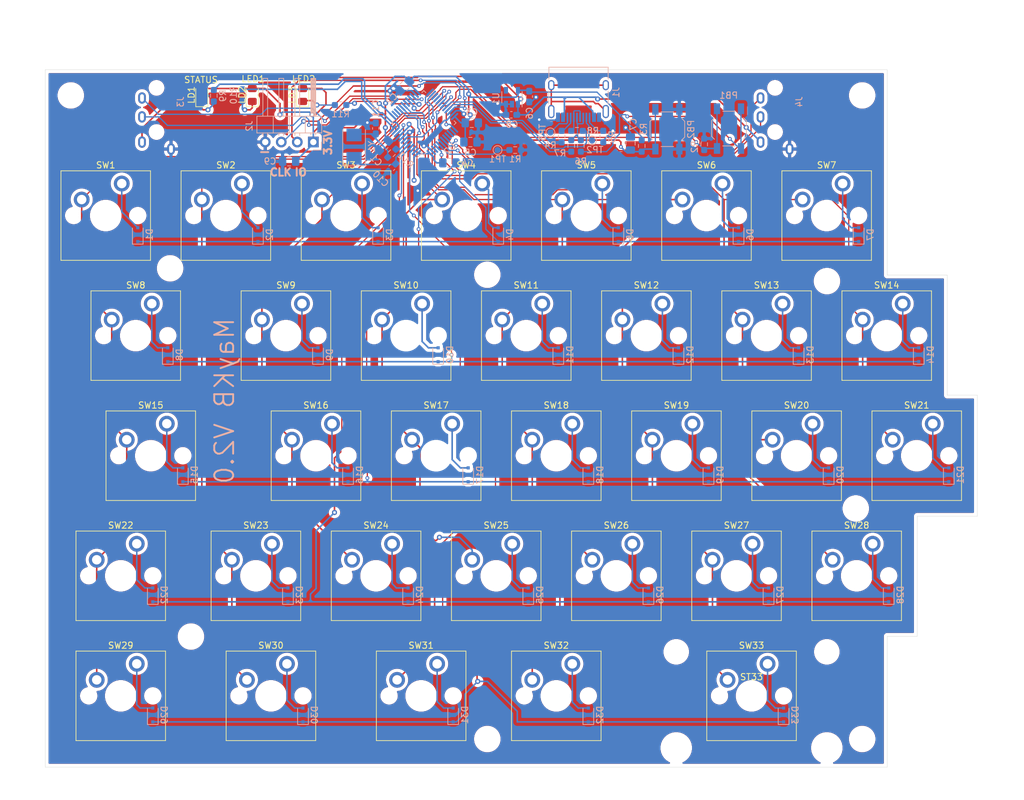
<source format=kicad_pcb>
(kicad_pcb (version 20171130) (host pcbnew 5.1.10)
  (layers (0 F.Cu signal) (31 B.Cu signal) (34 B.Paste user) (35 F.Paste user) (36 B.SilkS user) (37 F.SilkS user) (38 B.Mask user) (39 F.Mask user) (44 Edge.Cuts user))
  (net 0 "")
  (net 1 COL0)
  (net 2 COL1)
  (net 3 COL2)
  (net 4 COL3)
  (net 5 COL4)
  (net 6 COL5)
  (net 7 COL6)
  (net 8 COL7)
  (net 9 N$1)
  (net 10 N$10)
  (net 11 N$11)
  (net 12 N$12)
  (net 13 N$13)
  (net 14 N$14)
  (net 15 N$15)
  (net 16 N$16)
  (net 17 N$17)
  (net 18 N$18)
  (net 19 N$19)
  (net 20 N$2)
  (net 21 N$20)
  (net 22 N$21)
  (net 23 N$22)
  (net 24 N$23)
  (net 25 N$24)
  (net 26 N$25)
  (net 27 N$26)
  (net 28 N$27)
  (net 29 N$28)
  (net 30 N$29)
  (net 31 N$3)
  (net 32 N$30)
  (net 33 N$31)
  (net 34 N$32)
  (net 35 N$33)
  (net 36 N$4)
  (net 37 N$5)
  (net 38 N$6)
  (net 39 N$7)
  (net 40 N$8)
  (net 41 N$9)
  (net 42 ROW0)
  (net 43 ROW1)
  (net 44 ROW2)
  (net 45 ROW3)
  (net 46 ROW4)
  (net 47 GND)
  (net 48 +3V3)
  (net 49 /NRST)
  (net 50 +5V)
  (net 51 /OSCIN)
  (net 52 "Net-(C11-Pad2)")
  (net 53 "Net-(J1-PadB8)")
  (net 54 "Net-(J1-PadA5)")
  (net 55 /USBDM)
  (net 56 /USBDP)
  (net 57 "Net-(J1-PadA8)")
  (net 58 "Net-(J1-PadB5)")
  (net 59 "Net-(J1-PadS1)")
  (net 60 /SWDCLK)
  (net 61 /SWDIO)
  (net 62 /LEFT_TX)
  (net 63 /LEFT_RX)
  (net 64 /RIGHT_TX)
  (net 65 /RIGHT_RX)
  (net 66 "Net-(LD1-Pad1)")
  (net 67 "Net-(LD2-Pad1)")
  (net 68 "Net-(LD3-Pad1)")
  (net 69 /BOOT1)
  (net 70 /BOOT0)
  (net 71 /UDP)
  (net 72 /UDM)
  (net 73 /LED_STATUS)
  (net 74 /LED1)
  (net 75 /LED2)
  (net 76 /OSCOUT)
  (net 77 "Net-(U1-Pad4)")
  (net 78 "Net-(U2-Pad46)")
  (net 79 "Net-(U2-Pad40)")
  (net 80 "Net-(U2-Pad39)")
  (net 81 "Net-(U2-Pad38)")
  (net 82 "Net-(U2-Pad28)")
  (net 83 COL8)
  (net 84 "Net-(U2-Pad19)")
  (net 85 "Net-(U2-Pad15)")
  (net 86 "Net-(U2-Pad14)")
  (net 87 "Net-(U2-Pad2)")
  (module MountingHole:MountingHole_3.2mm_M3 (layer F.Cu) (at 89.5668 76.043)
    (fp_text reference REF** hide)
    (fp_text value MountingHole_3.2mm_M3)
    (pad 1 np_thru_hole circle (at 0 0) (size 3.2 3.2) (drill 3.2) (layers *.Cu *.Mask))
  )
  (module MountingHole:MountingHole_3.2mm_M3 (layer F.Cu) (at 139.8588 77.059)
    (fp_text reference REF** hide)
    (fp_text value MountingHole_3.2mm_M3)
    (pad 1 np_thru_hole circle (at 0 0) (size 3.2 3.2) (drill 3.2) (layers *.Cu *.Mask))
  )
  (module MountingHole:MountingHole_3.2mm_M3 (layer F.Cu) (at 193.7068 78.075)
    (fp_text reference REF** hide)
    (fp_text value MountingHole_3.2mm_M3)
    (pad 1 np_thru_hole circle (at 0 0) (size 3.2 3.2) (drill 3.2) (layers *.Cu *.Mask))
  )
  (module MountingHole:MountingHole_3.2mm_M3 (layer F.Cu) (at 92.8688 134.463)
    (fp_text reference REF** hide)
    (fp_text value MountingHole_3.2mm_M3)
    (pad 1 np_thru_hole circle (at 0 0) (size 3.2 3.2) (drill 3.2) (layers *.Cu *.Mask))
  )
  (module MountingHole:MountingHole_3.2mm_M3 (layer F.Cu) (at 198.2788 114.143)
    (fp_text reference REF** hide)
    (fp_text value MountingHole_3.2mm_M3)
    (pad 1 np_thru_hole circle (at 0 0) (size 3.2 3.2) (drill 3.2) (layers *.Cu *.Mask))
  )
  (module MountingHole:MountingHole_3.2mm_M3 (layer F.Cu) (at 139.8588 150.719)
    (fp_text reference REF** hide)
    (fp_text value MountingHole_3.2mm_M3)
    (pad 1 np_thru_hole circle (at 0 0) (size 3.2 3.2) (drill 3.2) (layers *.Cu *.Mask))
  )
  (module MountingHole:MountingHole_3.2mm_M3 (layer F.Cu) (at 199.2948 150.719)
    (fp_text reference REF** hide)
    (fp_text value MountingHole_3.2mm_M3)
    (pad 1 np_thru_hole circle (at 0 0) (size 3.2 3.2) (drill 3.2) (layers *.Cu *.Mask))
  )
  (module MountingHole:MountingHole_3.2mm_M3 (layer F.Cu) (at 199.2948 48.611)
    (fp_text reference REF** hide)
    (fp_text value MountingHole_3.2mm_M3)
    (pad 1 np_thru_hole circle (at 0 0) (size 3.2 3.2) (drill 3.2) (layers *.Cu *.Mask))
  )
  (module MountingHole:MountingHole_3.2mm_M3 (layer F.Cu) (at 73.8188 48.611)
    (fp_text reference REF** hide)
    (fp_text value MountingHole_3.2mm_M3)
    (pad 1 np_thru_hole circle (at 0 0) (size 3.2 3.2) (drill 3.2) (layers *.Cu *.Mask))
  )
  (module Button_Switch_SMD:SW_SPST_TL3342 (layer B.Cu) (at 168.402 53.975 90)
    (fp_text reference PB2 (at 0 3.75 270) (layer B.SilkS) (effects (justify mirror)))
    (fp_text value RESET)
    (pad 2 smd rect (at 3.15 -1.9 90) (size 1.7 1) (layers B.Cu B.Paste B.Mask) (net 49 /NRST))
    (pad 2 smd rect (at -3.15 -1.9 90) (size 1.7 1) (layers B.Cu B.Paste B.Mask) (net 49 /NRST))
    (pad 1 smd rect (at 3.15 1.9 90) (size 1.7 1) (layers B.Cu B.Paste B.Mask) (net 47 GND))
    (pad 1 smd rect (at -3.15 1.9 90) (size 1.7 1) (layers B.Cu B.Paste B.Mask) (net 47 GND))
  )
  (module Button_Switch_SMD:SW_SPST_TL3342 (layer B.Cu) (at 178.176 53.873 270)
    (fp_text reference PB1 (at -5.262 0.0648 180) (layer B.SilkS) (effects (justify mirror)))
    (fp_text value SW_SPST)
    (pad 1 smd rect (at -3.15 1.9 270) (size 1.7 1) (layers B.Cu B.Paste B.Mask) (net 69 /BOOT1))
    (pad 1 smd rect (at 3.15 1.9 270) (size 1.7 1) (layers B.Cu B.Paste B.Mask) (net 69 /BOOT1))
    (pad 2 smd rect (at -3.15 -1.9 270) (size 1.7 1) (layers B.Cu B.Paste B.Mask) (net 48 +3V3))
    (pad 2 smd rect (at 3.15 -1.9 270) (size 1.7 1) (layers B.Cu B.Paste B.Mask) (net 48 +3V3))
  )
  (module LED_SMD:LED_0805_2012Metric_Pad1.15x1.40mm_HandSolder (layer F.Cu) (at 110.5926 48.5396 90)
    (fp_text reference LD3 (at 0 -1.65 90) (layer F.SilkS))
    (fp_text value LED)
    (pad 2 smd roundrect (at 1.025 0 90) (size 1.15 1.4) (layers F.Cu F.Paste F.Mask) (roundrect_rratio 0.2173904347826087) (net 48 +3V3))
    (pad 1 smd roundrect (at -1.025 0 90) (size 1.15 1.4) (layers F.Cu F.Paste F.Mask) (roundrect_rratio 0.2173904347826087) (net 68 "Net-(LD3-Pad1)"))
  )
  (module LED_SMD:LED_0805_2012Metric_Pad1.15x1.40mm_HandSolder (layer F.Cu) (at 102.5926 48.5396 90)
    (fp_text reference LD2 (at 0 -1.65 90) (layer F.SilkS))
    (fp_text value LED)
    (pad 2 smd roundrect (at 1.025 0 90) (size 1.15 1.4) (layers F.Cu F.Paste F.Mask) (roundrect_rratio 0.2173904347826087) (net 48 +3V3))
    (pad 1 smd roundrect (at -1.025 0 90) (size 1.15 1.4) (layers F.Cu F.Paste F.Mask) (roundrect_rratio 0.2173904347826087) (net 67 "Net-(LD2-Pad1)"))
  )
  (module LED_SMD:LED_0805_2012Metric_Pad1.15x1.40mm_HandSolder (layer F.Cu) (at 94.5926 48.5396 90)
    (fp_text reference LD1 (at 0 -1.65 90) (layer F.SilkS))
    (fp_text value LED)
    (pad 1 smd roundrect (at -1.025 0 90) (size 1.15 1.4) (layers F.Cu F.Paste F.Mask) (roundrect_rratio 0.2173904347826087) (net 66 "Net-(LD1-Pad1)"))
    (pad 2 smd roundrect (at 1.025 0 90) (size 1.15 1.4) (layers F.Cu F.Paste F.Mask) (roundrect_rratio 0.2173904347826087) (net 48 +3V3))
  )
  (module "Random Keyboard Parts:PJ-3200B-4A-TRRS" (layer B.Cu) (at 185.4772 45.817 270)
    (fp_text reference J4 (at 3.81 -3.81 270) (layer B.SilkS) (effects (justify mirror)))
    (fp_text value Conn_Right)
    (pad R2 thru_hole oval (at 3.2 2.3 270) (size 1.8 1.2) (drill oval 1.2 0.6) (layers *.Cu *.Mask) (net 64 /RIGHT_TX))
    (pad R1 thru_hole oval (at 6.2 2.3 270) (size 1.8 1.2) (drill oval 1.2 0.6) (layers *.Cu *.Mask) (net 65 /RIGHT_RX))
    (pad T thru_hole oval (at 10.2 2.3 270) (size 1.8 1.2) (drill oval 1.2 0.6) (layers *.Cu *.Mask) (net 50 +5V))
    (pad S thru_hole oval (at 11.3 -2.3 270) (size 1.8 1.2) (drill oval 1.2 0.6) (layers *.Cu *.Mask) (net 47 GND))
    (pad "" np_thru_hole circle (at 1.6 0 270) (size 1.5 1.5) (drill 1.5) (layers *.Cu *.Mask))
    (pad "" np_thru_hole circle (at 8.6 0 270) (size 1.5 1.5) (drill 1.5) (layers *.Cu *.Mask))
  )
  (module "Random Keyboard Parts:PJ-3200B-4A-TRRS" (layer B.Cu) (at 87.4078 45.817 270)
    (fp_text reference J3 (at 3.81 -3.81 270) (layer B.SilkS) (effects (justify mirror)))
    (fp_text value Conn_Left)
    (pad "" np_thru_hole circle (at 8.6 0 270) (size 1.5 1.5) (drill 1.5) (layers *.Cu *.Mask))
    (pad "" np_thru_hole circle (at 1.6 0 270) (size 1.5 1.5) (drill 1.5) (layers *.Cu *.Mask))
    (pad S thru_hole oval (at 11.3 -2.3 270) (size 1.8 1.2) (drill oval 1.2 0.6) (layers *.Cu *.Mask) (net 47 GND))
    (pad T thru_hole oval (at 10.2 2.3 270) (size 1.8 1.2) (drill oval 1.2 0.6) (layers *.Cu *.Mask) (net 50 +5V))
    (pad R1 thru_hole oval (at 6.2 2.3 270) (size 1.8 1.2) (drill oval 1.2 0.6) (layers *.Cu *.Mask) (net 62 /LEFT_TX))
    (pad R2 thru_hole oval (at 3.2 2.3 270) (size 1.8 1.2) (drill oval 1.2 0.6) (layers *.Cu *.Mask) (net 63 /LEFT_RX))
  )
  (module Package_QFP:LQFP-48_7x7mm_P0.5mm (layer B.Cu) (at 129.794 52.959 45)
    (fp_text reference U2 (at 0 5.85 45) (layer B.SilkS) (effects (justify mirror)))
    (fp_text value STM32F103C8Tx)
    (pad 48 smd roundrect (at -2.75 4.1625 45) (size 0.3 1.475) (layers B.Cu B.Paste B.Mask) (net 48 +3V3))
    (pad 47 smd roundrect (at -2.25 4.1625 45) (size 0.3 1.475) (layers B.Cu B.Paste B.Mask) (net 47 GND))
    (pad 46 smd roundrect (at -1.75 4.1625 45) (size 0.3 1.475) (layers B.Cu B.Paste B.Mask) (net 78 "Net-(U2-Pad46)"))
    (pad 45 smd roundrect (at -1.25 4.1625 45) (size 0.3 1.475) (layers B.Cu B.Paste B.Mask) (net 43 ROW1))
    (pad 44 smd roundrect (at -0.75 4.1625 45) (size 0.3 1.475) (layers B.Cu B.Paste B.Mask) (net 70 /BOOT0))
    (pad 43 smd roundrect (at -0.25 4.1625 45) (size 0.3 1.475) (layers B.Cu B.Paste B.Mask) (net 65 /RIGHT_RX))
    (pad 42 smd roundrect (at 0.25 4.1625 45) (size 0.3 1.475) (layers B.Cu B.Paste B.Mask) (net 64 /RIGHT_TX))
    (pad 41 smd roundrect (at 0.75 4.1625 45) (size 0.3 1.475) (layers B.Cu B.Paste B.Mask) (net 42 ROW0))
    (pad 40 smd roundrect (at 1.25 4.1625 45) (size 0.3 1.475) (layers B.Cu B.Paste B.Mask) (net 79 "Net-(U2-Pad40)"))
    (pad 39 smd roundrect (at 1.75 4.1625 45) (size 0.3 1.475) (layers B.Cu B.Paste B.Mask) (net 80 "Net-(U2-Pad39)"))
    (pad 38 smd roundrect (at 2.25 4.1625 45) (size 0.3 1.475) (layers B.Cu B.Paste B.Mask) (net 81 "Net-(U2-Pad38)"))
    (pad 37 smd roundrect (at 2.75 4.1625 45) (size 0.3 1.475) (layers B.Cu B.Paste B.Mask) (net 60 /SWDCLK))
    (pad 36 smd roundrect (at 4.1625 2.75 45) (size 1.475 0.3) (layers B.Cu B.Paste B.Mask) (net 48 +3V3))
    (pad 35 smd roundrect (at 4.1625 2.25 45) (size 1.475 0.3) (layers B.Cu B.Paste B.Mask) (net 47 GND))
    (pad 34 smd roundrect (at 4.1625 1.75 45) (size 1.475 0.3) (layers B.Cu B.Paste B.Mask) (net 61 /SWDIO))
    (pad 33 smd roundrect (at 4.1625 1.25 45) (size 1.475 0.3) (layers B.Cu B.Paste B.Mask) (net 71 /UDP))
    (pad 32 smd roundrect (at 4.1625 0.75 45) (size 1.475 0.3) (layers B.Cu B.Paste B.Mask) (net 72 /UDM))
    (pad 31 smd roundrect (at 4.1625 0.25 45) (size 1.475 0.3) (layers B.Cu B.Paste B.Mask) (net 3 COL2))
    (pad 30 smd roundrect (at 4.1625 -0.25 45) (size 1.475 0.3) (layers B.Cu B.Paste B.Mask) (net 2 COL1))
    (pad 29 smd roundrect (at 4.1625 -0.75 45) (size 1.475 0.3) (layers B.Cu B.Paste B.Mask) (net 1 COL0))
    (pad 28 smd roundrect (at 4.1625 -1.25 45) (size 1.475 0.3) (layers B.Cu B.Paste B.Mask) (net 82 "Net-(U2-Pad28)"))
    (pad 27 smd roundrect (at 4.1625 -1.75 45) (size 1.475 0.3) (layers B.Cu B.Paste B.Mask) (net 83 COL8))
    (pad 26 smd roundrect (at 4.1625 -2.25 45) (size 1.475 0.3) (layers B.Cu B.Paste B.Mask) (net 8 COL7))
    (pad 25 smd roundrect (at 4.1625 -2.75 45) (size 1.475 0.3) (layers B.Cu B.Paste B.Mask) (net 7 COL6))
    (pad 24 smd roundrect (at 2.75 -4.1625 45) (size 0.3 1.475) (layers B.Cu B.Paste B.Mask) (net 48 +3V3))
    (pad 23 smd roundrect (at 2.25 -4.1625 45) (size 0.3 1.475) (layers B.Cu B.Paste B.Mask) (net 47 GND))
    (pad 22 smd roundrect (at 1.75 -4.1625 45) (size 0.3 1.475) (layers B.Cu B.Paste B.Mask) (net 63 /LEFT_RX))
    (pad 21 smd roundrect (at 1.25 -4.1625 45) (size 0.3 1.475) (layers B.Cu B.Paste B.Mask) (net 62 /LEFT_TX))
    (pad 20 smd roundrect (at 0.75 -4.1625 45) (size 0.3 1.475) (layers B.Cu B.Paste B.Mask) (net 69 /BOOT1))
    (pad 19 smd roundrect (at 0.25 -4.1625 45) (size 0.3 1.475) (layers B.Cu B.Paste B.Mask) (net 84 "Net-(U2-Pad19)"))
    (pad 18 smd roundrect (at -0.25 -4.1625 45) (size 0.3 1.475) (layers B.Cu B.Paste B.Mask) (net 6 COL5))
    (pad 17 smd roundrect (at -0.75 -4.1625 45) (size 0.3 1.475) (layers B.Cu B.Paste B.Mask) (net 5 COL4))
    (pad 16 smd roundrect (at -1.25 -4.1625 45) (size 0.3 1.475) (layers B.Cu B.Paste B.Mask) (net 4 COL3))
    (pad 15 smd roundrect (at -1.75 -4.1625 45) (size 0.3 1.475) (layers B.Cu B.Paste B.Mask) (net 85 "Net-(U2-Pad15)"))
    (pad 14 smd roundrect (at -2.25 -4.1625 45) (size 0.3 1.475) (layers B.Cu B.Paste B.Mask) (net 86 "Net-(U2-Pad14)"))
    (pad 13 smd roundrect (at -2.75 -4.1625 45) (size 0.3 1.475) (layers B.Cu B.Paste B.Mask) (net 75 /LED2))
    (pad 12 smd roundrect (at -4.1625 -2.75 45) (size 1.475 0.3) (layers B.Cu B.Paste B.Mask) (net 74 /LED1))
    (pad 11 smd roundrect (at -4.1625 -2.25 45) (size 1.475 0.3) (layers B.Cu B.Paste B.Mask) (net 73 /LED_STATUS))
    (pad 10 smd roundrect (at -4.1625 -1.75 45) (size 1.475 0.3) (layers B.Cu B.Paste B.Mask) (net 44 ROW2))
    (pad 9 smd roundrect (at -4.1625 -1.25 45) (size 1.475 0.3) (layers B.Cu B.Paste B.Mask) (net 48 +3V3))
    (pad 8 smd roundrect (at -4.1625 -0.75 45) (size 1.475 0.3) (layers B.Cu B.Paste B.Mask) (net 47 GND))
    (pad 7 smd roundrect (at -4.1625 -0.25 45) (size 1.475 0.3) (layers B.Cu B.Paste B.Mask) (net 49 /NRST))
    (pad 6 smd roundrect (at -4.1625 0.25 45) (size 1.475 0.3) (layers B.Cu B.Paste B.Mask) (net 76 /OSCOUT))
    (pad 5 smd roundrect (at -4.1625 0.75 45) (size 1.475 0.3) (layers B.Cu B.Paste B.Mask) (net 51 /OSCIN))
    (pad 4 smd roundrect (at -4.1625 1.25 45) (size 1.475 0.3) (layers B.Cu B.Paste B.Mask) (net 45 ROW3))
    (pad 3 smd roundrect (at -4.1625 1.75 45) (size 1.475 0.3) (layers B.Cu B.Paste B.Mask) (net 46 ROW4))
    (pad 2 smd roundrect (at -4.1625 2.25 45) (size 1.475 0.3) (layers B.Cu B.Paste B.Mask) (net 87 "Net-(U2-Pad2)"))
    (pad 1 smd roundrect (at -4.1625 2.75 45) (size 1.475 0.3) (layers B.Cu B.Paste B.Mask) (net 48 +3V3))
  )
  (module Package_TO_SOT_SMD:SOT-23-5 (layer B.Cu) (at 143.764 48.895 90)
    (fp_text reference U1 (at -0.254 -2.54 90) (layer B.SilkS) (effects (justify mirror)))
    (fp_text value LN1154)
    (pad 5 smd rect (at 1.1 0.95 90) (size 1.06 0.65) (layers B.Cu B.Paste B.Mask) (net 48 +3V3))
    (pad 4 smd rect (at 1.1 -0.95 90) (size 1.06 0.65) (layers B.Cu B.Paste B.Mask) (net 77 "Net-(U1-Pad4)"))
    (pad 3 smd rect (at -1.1 -0.95 90) (size 1.06 0.65) (layers B.Cu B.Paste B.Mask) (net 47 GND))
    (pad 2 smd rect (at -1.1 0 90) (size 1.06 0.65) (layers B.Cu B.Paste B.Mask) (net 47 GND))
    (pad 1 smd rect (at -1.1 0.95 90) (size 1.06 0.65) (layers B.Cu B.Paste B.Mask) (net 50 +5V))
  )
  (module TestPoint:TestPoint_Pad_D1.0mm (layer B.Cu) (at 149.86 54.483)
    (fp_text reference TP3 (at -1.27 0 90) (layer B.SilkS) (effects (justify mirror)))
    (fp_text value USB_SBU2)
    (pad 1 smd circle (at 0 0) (size 1 1) (layers B.Cu B.Mask) (net 53 "Net-(J1-PadB8)"))
  )
  (module TestPoint:TestPoint_Pad_D1.0mm (layer B.Cu) (at 156.464 55.753)
    (fp_text reference TP2 (at 0.4382 1.494) (layer B.SilkS) (effects (justify mirror)))
    (fp_text value USB_SBU1)
    (pad 1 smd circle (at 0 0) (size 1 1) (layers B.Cu B.Mask) (net 57 "Net-(J1-PadA8)"))
  )
  (module TestPoint:TestPoint_Pad_D1.0mm (layer B.Cu) (at 141.478 57.277)
    (fp_text reference TP1 (at 0 1.448) (layer B.SilkS) (effects (justify mirror)))
    (fp_text value TestPoint)
    (pad 1 smd circle (at 0 0) (size 1 1) (layers B.Cu B.Mask) (net 70 /BOOT0))
  )
  (module Resistor_SMD:R_0603_1608Metric_Pad0.98x0.95mm_HandSolder (layer B.Cu) (at 124.714 57.785 225)
    (fp_text reference R12 (at -0.78008 -2.3541 135) (layer B.SilkS) (effects (justify mirror)))
    (fp_text value RExt)
    (pad 2 smd roundrect (at 0.9125 0 225) (size 0.975 0.95) (layers B.Cu B.Paste B.Mask) (net 52 "Net-(C11-Pad2)"))
    (pad 1 smd roundrect (at -0.9125 0 225) (size 0.975 0.95) (layers B.Cu B.Paste B.Mask) (net 76 /OSCOUT))
  )
  (module Resistor_SMD:R_0603_1608Metric_Pad0.98x0.95mm_HandSolder (layer B.Cu) (at 116.5943 50.135)
    (fp_text reference R11 (at 0 1.43) (layer B.SilkS) (effects (justify mirror)))
    (fp_text value 510R)
    (pad 1 smd roundrect (at -0.9125 0) (size 0.975 0.95) (layers B.Cu B.Paste B.Mask) (net 68 "Net-(LD3-Pad1)"))
    (pad 2 smd roundrect (at 0.9125 0) (size 0.975 0.95) (layers B.Cu B.Paste B.Mask) (net 75 /LED2))
  )
  (module Resistor_SMD:R_0603_1608Metric_Pad0.98x0.95mm_HandSolder (layer B.Cu) (at 101.0222 48.5583 90)
    (fp_text reference R10 (at 0 -1.397 270) (layer B.SilkS) (effects (justify mirror)))
    (fp_text value 510R)
    (pad 2 smd roundrect (at 0.9125 0 90) (size 0.975 0.95) (layers B.Cu B.Paste B.Mask) (net 74 /LED1))
    (pad 1 smd roundrect (at -0.9125 0 90) (size 0.975 0.95) (layers B.Cu B.Paste B.Mask) (net 67 "Net-(LD2-Pad1)"))
  )
  (module Resistor_SMD:R_0603_1608Metric_Pad0.98x0.95mm_HandSolder (layer B.Cu) (at 96.4946 48.6599 90)
    (fp_text reference R9 (at 0 1.43 270) (layer B.SilkS) (effects (justify mirror)))
    (fp_text value 510R)
    (pad 1 smd roundrect (at -0.9125 0 90) (size 0.975 0.95) (layers B.Cu B.Paste B.Mask) (net 66 "Net-(LD1-Pad1)"))
    (pad 2 smd roundrect (at 0.9125 0 90) (size 0.975 0.95) (layers B.Cu B.Paste B.Mask) (net 73 /LED_STATUS))
  )
  (module Resistor_SMD:R_0603_1608Metric_Pad0.98x0.95mm_HandSolder (layer B.Cu) (at 154.0745 54.229 180)
    (fp_text reference R8 (at -2.5165 0) (layer B.SilkS) (effects (justify mirror)))
    (fp_text value 20R)
    (pad 2 smd roundrect (at 0.9125 0 180) (size 0.975 0.95) (layers B.Cu B.Paste B.Mask) (net 55 /USBDM))
    (pad 1 smd roundrect (at -0.9125 0 180) (size 0.975 0.95) (layers B.Cu B.Paste B.Mask) (net 72 /UDM))
  )
  (module Resistor_SMD:R_0603_1608Metric_Pad0.98x0.95mm_HandSolder (layer B.Cu) (at 153.162 56.6185 90)
    (fp_text reference R7 (at -1.1665 -1.778 180) (layer B.SilkS) (effects (justify mirror)))
    (fp_text value 20R)
    (pad 2 smd roundrect (at 0.9125 0 90) (size 0.975 0.95) (layers B.Cu B.Paste B.Mask) (net 56 /USBDP))
    (pad 1 smd roundrect (at -0.9125 0 90) (size 0.975 0.95) (layers B.Cu B.Paste B.Mask) (net 71 /UDP))
  )
  (module Resistor_SMD:R_0603_1608Metric_Pad0.98x0.95mm_HandSolder (layer B.Cu) (at 154.686 56.6185 90)
    (fp_text reference R6 (at -2.4365 0 180) (layer B.SilkS) (effects (justify mirror)))
    (fp_text value 1.5k)
    (pad 1 smd roundrect (at -0.9125 0 90) (size 0.975 0.95) (layers B.Cu B.Paste B.Mask) (net 48 +3V3))
    (pad 2 smd roundrect (at 0.9125 0 90) (size 0.975 0.95) (layers B.Cu B.Paste B.Mask) (net 56 /USBDP))
  )
  (module Resistor_SMD:R_0603_1608Metric_Pad0.98x0.95mm_HandSolder (layer B.Cu) (at 158.242 55.1415 90)
    (fp_text reference R5 (at 0 1.43 -90) (layer B.SilkS) (effects (justify mirror)))
    (fp_text value 5.1k)
    (pad 2 smd roundrect (at 0.9125 0 90) (size 0.975 0.95) (layers B.Cu B.Paste B.Mask) (net 58 "Net-(J1-PadB5)"))
    (pad 1 smd roundrect (at -0.9125 0 90) (size 0.975 0.95) (layers B.Cu B.Paste B.Mask) (net 47 GND))
  )
  (module Resistor_SMD:R_0603_1608Metric_Pad0.98x0.95mm_HandSolder (layer B.Cu) (at 151.638 55.1415 90)
    (fp_text reference R4 (at -1.3735 -1.778 180) (layer B.SilkS) (effects (justify mirror)))
    (fp_text value 5.1k)
    (pad 1 smd roundrect (at -0.9125 0 90) (size 0.975 0.95) (layers B.Cu B.Paste B.Mask) (net 47 GND))
    (pad 2 smd roundrect (at 0.9125 0 90) (size 0.975 0.95) (layers B.Cu B.Paste B.Mask) (net 54 "Net-(J1-PadA5)"))
  )
  (module Resistor_SMD:R_0603_1608Metric_Pad0.98x0.95mm_HandSolder (layer B.Cu) (at 164.338 56.6185 270)
    (fp_text reference R3 (at -2.6735 -0.3112 270) (layer B.SilkS) (effects (justify mirror)))
    (fp_text value 10k)
    (pad 1 smd roundrect (at -0.9125 0 270) (size 0.975 0.95) (layers B.Cu B.Paste B.Mask) (net 48 +3V3))
    (pad 2 smd roundrect (at 0.9125 0 270) (size 0.975 0.95) (layers B.Cu B.Paste B.Mask) (net 49 /NRST))
  )
  (module Resistor_SMD:R_0603_1608Metric_Pad0.98x0.95mm_HandSolder (layer B.Cu) (at 174.244 56.3645 90)
    (fp_text reference R2 (at -0.4045 -1.524 90) (layer B.SilkS) (effects (justify mirror)))
    (fp_text value 10k)
    (pad 2 smd roundrect (at 0.9125 0 90) (size 0.975 0.95) (layers B.Cu B.Paste B.Mask) (net 47 GND))
    (pad 1 smd roundrect (at -0.9125 0 90) (size 0.975 0.95) (layers B.Cu B.Paste B.Mask) (net 69 /BOOT1))
  )
  (module Resistor_SMD:R_0603_1608Metric_Pad0.98x0.95mm_HandSolder (layer B.Cu) (at 144.272 57.277)
    (fp_text reference R1 (at 0 1.43) (layer B.SilkS) (effects (justify mirror)))
    (fp_text value 10k)
    (pad 1 smd roundrect (at -0.9125 0) (size 0.975 0.95) (layers B.Cu B.Paste B.Mask) (net 70 /BOOT0))
    (pad 2 smd roundrect (at 0.9125 0) (size 0.975 0.95) (layers B.Cu B.Paste B.Mask) (net 47 GND))
  )
  (module Connector_PinHeader_2.54mm:PinHeader_1x04_P2.54mm_Horizontal (layer B.Cu) (at 112.268 56.007 90)
    (fp_text reference J2 (at 2.54 -10.16 270) (layer B.SilkS) (effects (justify mirror)))
    (fp_text value Debug)
    (pad 4 thru_hole oval (at 0 -7.62 90) (size 1.7 1.7) (drill 1) (layers *.Cu *.Mask) (net 47 GND))
    (pad 3 thru_hole oval (at 0 -5.08 90) (size 1.7 1.7) (drill 1) (layers *.Cu *.Mask) (net 60 /SWDCLK))
    (pad 2 thru_hole oval (at 0 -2.54 90) (size 1.7 1.7) (drill 1) (layers *.Cu *.Mask) (net 61 /SWDIO))
    (pad 1 thru_hole rect (at 0 0 90) (size 1.7 1.7) (drill 1) (layers *.Cu *.Mask) (net 48 +3V3))
  )
  (module Connector_USB:USB_C_Receptacle_HRO_TYPE-C-31-M-12 (layer B.Cu) (at 154.319001 48.033999)
    (fp_text reference J1 (at 5.954999 0.099001 270) (layer B.SilkS) (effects (justify mirror)))
    (fp_text value USB_C_Receptacle_USB2.0)
    (pad B1 smd rect (at 3.25 4.045) (size 0.6 1.45) (layers B.Cu B.Paste B.Mask) (net 47 GND))
    (pad A9 smd rect (at 2.45 4.045) (size 0.6 1.45) (layers B.Cu B.Paste B.Mask) (net 50 +5V))
    (pad B9 smd rect (at -2.45 4.045) (size 0.6 1.45) (layers B.Cu B.Paste B.Mask) (net 50 +5V))
    (pad B12 smd rect (at -3.25 4.045) (size 0.6 1.45) (layers B.Cu B.Paste B.Mask) (net 47 GND))
    (pad A1 smd rect (at -3.25 4.045) (size 0.6 1.45) (layers B.Cu B.Paste B.Mask) (net 47 GND))
    (pad A4 smd rect (at -2.45 4.045) (size 0.6 1.45) (layers B.Cu B.Paste B.Mask) (net 50 +5V))
    (pad B4 smd rect (at 2.45 4.045) (size 0.6 1.45) (layers B.Cu B.Paste B.Mask) (net 50 +5V))
    (pad A12 smd rect (at 3.25 4.045) (size 0.6 1.45) (layers B.Cu B.Paste B.Mask) (net 47 GND))
    (pad B8 smd rect (at -1.75 4.045) (size 0.3 1.45) (layers B.Cu B.Paste B.Mask) (net 53 "Net-(J1-PadB8)"))
    (pad A5 smd rect (at -1.25 4.045) (size 0.3 1.45) (layers B.Cu B.Paste B.Mask) (net 54 "Net-(J1-PadA5)"))
    (pad B7 smd rect (at -0.75 4.045) (size 0.3 1.45) (layers B.Cu B.Paste B.Mask) (net 55 /USBDM))
    (pad A7 smd rect (at 0.25 4.045) (size 0.3 1.45) (layers B.Cu B.Paste B.Mask) (net 55 /USBDM))
    (pad B6 smd rect (at 0.75 4.045) (size 0.3 1.45) (layers B.Cu B.Paste B.Mask) (net 56 /USBDP))
    (pad A8 smd rect (at 1.25 4.045) (size 0.3 1.45) (layers B.Cu B.Paste B.Mask) (net 57 "Net-(J1-PadA8)"))
    (pad B5 smd rect (at 1.75 4.045) (size 0.3 1.45) (layers B.Cu B.Paste B.Mask) (net 58 "Net-(J1-PadB5)"))
    (pad A6 smd rect (at -0.25 4.045) (size 0.3 1.45) (layers B.Cu B.Paste B.Mask) (net 56 /USBDP))
    (pad S1 thru_hole oval (at 4.32 3.13) (size 1 2.1) (drill oval 0.6 1.7) (layers *.Cu *.Mask) (net 59 "Net-(J1-PadS1)"))
    (pad S1 thru_hole oval (at -4.32 3.13) (size 1 2.1) (drill oval 0.6 1.7) (layers *.Cu *.Mask) (net 59 "Net-(J1-PadS1)"))
    (pad "" np_thru_hole circle (at -2.89 2.6) (size 0.65 0.65) (drill 0.65) (layers *.Cu *.Mask))
    (pad S1 thru_hole oval (at -4.32 -1.05) (size 1 1.6) (drill oval 0.6 1.2) (layers *.Cu *.Mask) (net 59 "Net-(J1-PadS1)"))
    (pad "" np_thru_hole circle (at 2.89 2.6) (size 0.65 0.65) (drill 0.65) (layers *.Cu *.Mask))
    (pad S1 thru_hole oval (at 4.32 -1.05) (size 1 1.6) (drill oval 0.6 1.2) (layers *.Cu *.Mask) (net 59 "Net-(J1-PadS1)"))
  )
  (module Capacitor_SMD:C_0603_1608Metric_Pad1.08x0.95mm_HandSolder (layer B.Cu) (at 122.174 53.8445 270)
    (fp_text reference C11 (at -3.1485 0 90) (layer B.SilkS) (effects (justify mirror)))
    (fp_text value CL2)
    (pad 1 smd roundrect (at -0.8625 0 270) (size 1.075 0.95) (layers B.Cu B.Paste B.Mask) (net 47 GND))
    (pad 2 smd roundrect (at 0.8625 0 270) (size 1.075 0.95) (layers B.Cu B.Paste B.Mask) (net 52 "Net-(C11-Pad2)"))
  )
  (module Capacitor_SMD:C_0603_1608Metric_Pad1.08x0.95mm_HandSolder (layer B.Cu) (at 124.714 60.071 225)
    (fp_text reference C10 (at 2.514472 0 315) (layer B.SilkS) (effects (justify mirror)))
    (fp_text value CL1)
    (pad 2 smd roundrect (at 0.8625 0 225) (size 1.075 0.95) (layers B.Cu B.Paste B.Mask) (net 47 GND))
    (pad 1 smd roundrect (at -0.8625 0 225) (size 1.075 0.95) (layers B.Cu B.Paste B.Mask) (net 51 /OSCIN))
  )
  (module Capacitor_SMD:C_0805_2012Metric_Pad1.18x1.45mm_HandSolder (layer B.Cu) (at 108.4365 59.055 180)
    (fp_text reference C9 (at 3.0265 0) (layer B.SilkS) (effects (justify mirror)))
    (fp_text value 100nF)
    (pad 1 smd roundrect (at -1.0375 0 180) (size 1.175 1.45) (layers B.Cu B.Paste B.Mask) (roundrect_rratio 0.2127659574468085) (net 48 +3V3))
    (pad 2 smd roundrect (at 1.0375 0 180) (size 1.175 1.45) (layers B.Cu B.Paste B.Mask) (roundrect_rratio 0.2127659574468085) (net 47 GND))
  )
  (module Capacitor_SMD:C_0603_1608Metric_Pad1.08x0.95mm_HandSolder (layer B.Cu) (at 143.6635 51.689 180)
    (fp_text reference C8 (at -0.1005 -1.524 180) (layer B.SilkS) (effects (justify mirror)))
    (fp_text value 1uF)
    (pad 2 smd roundrect (at 0.8625 0 180) (size 1.075 0.95) (layers B.Cu B.Paste B.Mask) (net 47 GND))
    (pad 1 smd roundrect (at -0.8625 0 180) (size 1.075 0.95) (layers B.Cu B.Paste B.Mask) (net 50 +5V))
  )
  (module Capacitor_SMD:C_0805_2012Metric_Pad1.18x1.45mm_HandSolder (layer B.Cu) (at 162.56 56.2395 90)
    (fp_text reference C7 (at 3.0565 0.4382 90) (layer B.SilkS) (effects (justify mirror)))
    (fp_text value 100nF)
    (pad 2 smd roundrect (at 1.0375 0 90) (size 1.175 1.45) (layers B.Cu B.Paste B.Mask) (roundrect_rratio 0.2127659574468085) (net 47 GND))
    (pad 1 smd roundrect (at -1.0375 0 90) (size 1.175 1.45) (layers B.Cu B.Paste B.Mask) (roundrect_rratio 0.2127659574468085) (net 49 /NRST))
  )
  (module Capacitor_SMD:C_0603_1608Metric_Pad1.08x0.95mm_HandSolder (layer B.Cu) (at 146.505 48.7945 270)
    (fp_text reference C6 (at 2.6405 -0.053 90) (layer B.SilkS) (effects (justify mirror)))
    (fp_text value 1uF)
    (pad 1 smd roundrect (at -0.8625 0 270) (size 1.075 0.95) (layers B.Cu B.Paste B.Mask) (net 48 +3V3))
    (pad 2 smd roundrect (at 0.8625 0 270) (size 1.075 0.95) (layers B.Cu B.Paste B.Mask) (net 47 GND))
  )
  (module Capacitor_SMD:C_0805_2012Metric_Pad1.18x1.45mm_HandSolder (layer B.Cu) (at 137.1815 56.007)
    (fp_text reference C5 (at 0 1.68) (layer B.SilkS) (effects (justify mirror)))
    (fp_text value "4.7uF - 10uF")
    (pad 1 smd roundrect (at -1.0375 0) (size 1.175 1.45) (layers B.Cu B.Paste B.Mask) (roundrect_rratio 0.2127659574468085) (net 48 +3V3))
    (pad 2 smd roundrect (at 1.0375 0) (size 1.175 1.45) (layers B.Cu B.Paste B.Mask) (roundrect_rratio 0.2127659574468085) (net 47 GND))
  )
  (module Capacitor_SMD:C_0805_2012Metric_Pad1.18x1.45mm_HandSolder (layer B.Cu) (at 133.8365 59.309)
    (fp_text reference C4 (at 2.8155 0) (layer B.SilkS) (effects (justify mirror)))
    (fp_text value 100nF)
    (pad 2 smd roundrect (at 1.0375 0) (size 1.175 1.45) (layers B.Cu B.Paste B.Mask) (roundrect_rratio 0.2127659574468085) (net 47 GND))
    (pad 1 smd roundrect (at -1.0375 0) (size 1.175 1.45) (layers B.Cu B.Paste B.Mask) (roundrect_rratio 0.2127659574468085) (net 48 +3V3))
  )
  (module Capacitor_SMD:C_0805_2012Metric_Pad1.18x1.45mm_HandSolder (layer B.Cu) (at 137.3925 52.959 180)
    (fp_text reference C3 (at 0 1.68) (layer B.SilkS) (effects (justify mirror)))
    (fp_text value 100nF)
    (pad 1 smd roundrect (at -1.0375 0 180) (size 1.175 1.45) (layers B.Cu B.Paste B.Mask) (roundrect_rratio 0.2127659574468085) (net 47 GND))
    (pad 2 smd roundrect (at 1.0375 0 180) (size 1.175 1.45) (layers B.Cu B.Paste B.Mask) (roundrect_rratio 0.2127659574468085) (net 48 +3V3))
  )
  (module Capacitor_SMD:C_0805_2012Metric_Pad1.18x1.45mm_HandSolder (layer B.Cu) (at 126.746 47.117 225)
    (fp_text reference C2 (at 2.873682 0 225) (layer B.SilkS) (effects (justify mirror)))
    (fp_text value 100nF)
    (pad 2 smd roundrect (at 1.0375 0 225) (size 1.175 1.45) (layers B.Cu B.Paste B.Mask) (roundrect_rratio 0.2127659574468085) (net 47 GND))
    (pad 1 smd roundrect (at -1.0375 0 225) (size 1.175 1.45) (layers B.Cu B.Paste B.Mask) (roundrect_rratio 0.2127659574468085) (net 48 +3V3))
  )
  (module Capacitor_SMD:C_0805_2012Metric_Pad1.18x1.45mm_HandSolder (layer B.Cu) (at 123.415623 56.543377 225)
    (fp_text reference C1 (at 2.502483 -0.827456 135) (layer B.SilkS) (effects (justify mirror)))
    (fp_text value 100nF)
    (pad 2 smd roundrect (at 1.0375 0 225) (size 1.175 1.45) (layers B.Cu B.Paste B.Mask) (roundrect_rratio 0.2127659574468085) (net 47 GND))
    (pad 1 smd roundrect (at -1.0375 0 225) (size 1.175 1.45) (layers B.Cu B.Paste B.Mask) (roundrect_rratio 0.2127659574468085) (net 48 +3V3))
  )
  (module SW_Cherry_MX_PCB_1.00u (layer F.Cu) (at 107.931 86.722)
    (fp_text reference SW9 (at 0 -8) (layer F.SilkS))
    (fp_text value SW_Push)
    (pad "" np_thru_hole circle (at 5.08 0) (size 1.75 1.75) (drill 1.75) (layers *.Cu *.Mask))
    (pad "" np_thru_hole circle (at -5.08 0) (size 1.75 1.75) (drill 1.75) (layers *.Cu *.Mask))
    (pad "" np_thru_hole circle (at 0 0) (size 4 4) (drill 4) (layers *.Cu *.Mask))
    (pad 2 thru_hole circle (at 2.54 -5.08) (size 2.5 2.5) (drill 1.5) (layers *.Cu B.Mask) (net 41 N$9))
    (pad 1 thru_hole circle (at -3.81 -2.54) (size 2.5 2.5) (drill 1.5) (layers *.Cu B.Mask) (net 3 COL2))
  )
  (module SW_Cherry_MX_PCB_1.50u (layer F.Cu) (at 84.1185 86.722)
    (fp_text reference SW8 (at 0 -8) (layer F.SilkS))
    (fp_text value SW_Push)
    (pad "" np_thru_hole circle (at 5.08 0) (size 1.75 1.75) (drill 1.75) (layers *.Cu *.Mask))
    (pad "" np_thru_hole circle (at -5.08 0) (size 1.75 1.75) (drill 1.75) (layers *.Cu *.Mask))
    (pad "" np_thru_hole circle (at 0 0) (size 4 4) (drill 4) (layers *.Cu *.Mask))
    (pad 2 thru_hole circle (at 2.54 -5.08) (size 2.5 2.5) (drill 1.5) (layers *.Cu B.Mask) (net 40 N$8))
    (pad 1 thru_hole circle (at -3.81 -2.54) (size 2.5 2.5) (drill 1.5) (layers *.Cu B.Mask) (net 1 COL0))
  )
  (module SW_Cherry_MX_PCB_1.00u (layer F.Cu) (at 193.656 67.672)
    (fp_text reference SW7 (at 0 -8) (layer F.SilkS))
    (fp_text value SW_Push)
    (pad "" np_thru_hole circle (at 5.08 0) (size 1.75 1.75) (drill 1.75) (layers *.Cu *.Mask))
    (pad "" np_thru_hole circle (at -5.08 0) (size 1.75 1.75) (drill 1.75) (layers *.Cu *.Mask))
    (pad "" np_thru_hole circle (at 0 0) (size 4 4) (drill 4) (layers *.Cu *.Mask))
    (pad 2 thru_hole circle (at 2.54 -5.08) (size 2.5 2.5) (drill 1.5) (layers *.Cu B.Mask) (net 39 N$7))
    (pad 1 thru_hole circle (at -3.81 -2.54) (size 2.5 2.5) (drill 1.5) (layers *.Cu B.Mask) (net 7 COL6))
  )
  (module SW_Cherry_MX_PCB_1.00u (layer F.Cu) (at 174.606 67.672)
    (fp_text reference SW6 (at 0 -8) (layer F.SilkS))
    (fp_text value SW_Push)
    (pad "" np_thru_hole circle (at 5.08 0) (size 1.75 1.75) (drill 1.75) (layers *.Cu *.Mask))
    (pad "" np_thru_hole circle (at -5.08 0) (size 1.75 1.75) (drill 1.75) (layers *.Cu *.Mask))
    (pad "" np_thru_hole circle (at 0 0) (size 4 4) (drill 4) (layers *.Cu *.Mask))
    (pad 2 thru_hole circle (at 2.54 -5.08) (size 2.5 2.5) (drill 1.5) (layers *.Cu B.Mask) (net 38 N$6))
    (pad 1 thru_hole circle (at -3.81 -2.54) (size 2.5 2.5) (drill 1.5) (layers *.Cu B.Mask) (net 6 COL5))
  )
  (module SW_Cherry_MX_PCB_1.00u (layer F.Cu) (at 155.556 67.672)
    (fp_text reference SW5 (at 0 -8) (layer F.SilkS))
    (fp_text value SW_Push)
    (pad "" np_thru_hole circle (at 5.08 0) (size 1.75 1.75) (drill 1.75) (layers *.Cu *.Mask))
    (pad "" np_thru_hole circle (at -5.08 0) (size 1.75 1.75) (drill 1.75) (layers *.Cu *.Mask))
    (pad "" np_thru_hole circle (at 0 0) (size 4 4) (drill 4) (layers *.Cu *.Mask))
    (pad 2 thru_hole circle (at 2.54 -5.08) (size 2.5 2.5) (drill 1.5) (layers *.Cu B.Mask) (net 37 N$5))
    (pad 1 thru_hole circle (at -3.81 -2.54) (size 2.5 2.5) (drill 1.5) (layers *.Cu B.Mask) (net 5 COL4))
  )
  (module SW_Cherry_MX_PCB_1.00u (layer F.Cu) (at 136.506 67.672)
    (fp_text reference SW4 (at 0 -8) (layer F.SilkS))
    (fp_text value SW_Push)
    (pad "" np_thru_hole circle (at 5.08 0) (size 1.75 1.75) (drill 1.75) (layers *.Cu *.Mask))
    (pad "" np_thru_hole circle (at -5.08 0) (size 1.75 1.75) (drill 1.75) (layers *.Cu *.Mask))
    (pad "" np_thru_hole circle (at 0 0) (size 4 4) (drill 4) (layers *.Cu *.Mask))
    (pad 2 thru_hole circle (at 2.54 -5.08) (size 2.5 2.5) (drill 1.5) (layers *.Cu B.Mask) (net 36 N$4))
    (pad 1 thru_hole circle (at -3.81 -2.54) (size 2.5 2.5) (drill 1.5) (layers *.Cu B.Mask) (net 4 COL3))
  )
  (module SW_Cherry_MX_PCB_2.25u (layer F.Cu) (at 181.74975 143.872)
    (fp_text reference SW33 (at 0 -8) (layer F.SilkS))
    (fp_text value SW_Push)
    (pad "" np_thru_hole circle (at 5.08 0) (size 1.75 1.75) (drill 1.75) (layers *.Cu *.Mask))
    (pad "" np_thru_hole circle (at -5.08 0) (size 1.75 1.75) (drill 1.75) (layers *.Cu *.Mask))
    (pad "" np_thru_hole circle (at 0 0) (size 4 4) (drill 4) (layers *.Cu *.Mask))
    (pad 2 thru_hole circle (at 2.54 -5.08) (size 2.5 2.5) (drill 1.5) (layers *.Cu B.Mask) (net 35 N$33))
    (pad 1 thru_hole circle (at -3.81 -2.54) (size 2.5 2.5) (drill 1.5) (layers *.Cu B.Mask) (net 6 COL5))
  )
  (module SW_Cherry_MX_PCB_1.00u (layer F.Cu) (at 150.7935 143.872)
    (fp_text reference SW32 (at 0 -8) (layer F.SilkS))
    (fp_text value SW_Push)
    (pad "" np_thru_hole circle (at 5.08 0) (size 1.75 1.75) (drill 1.75) (layers *.Cu *.Mask))
    (pad "" np_thru_hole circle (at -5.08 0) (size 1.75 1.75) (drill 1.75) (layers *.Cu *.Mask))
    (pad "" np_thru_hole circle (at 0 0) (size 4 4) (drill 4) (layers *.Cu *.Mask))
    (pad 2 thru_hole circle (at 2.54 -5.08) (size 2.5 2.5) (drill 1.5) (layers *.Cu B.Mask) (net 34 N$32))
    (pad 1 thru_hole circle (at -3.81 -2.54) (size 2.5 2.5) (drill 1.5) (layers *.Cu B.Mask) (net 5 COL4))
  )
  (module SW_Cherry_MX_PCB_1.25u (layer F.Cu) (at 129.36225 143.872)
    (fp_text reference SW31 (at 0 -8) (layer F.SilkS))
    (fp_text value SW_Push)
    (pad "" np_thru_hole circle (at 5.08 0) (size 1.75 1.75) (drill 1.75) (layers *.Cu *.Mask))
    (pad "" np_thru_hole circle (at -5.08 0) (size 1.75 1.75) (drill 1.75) (layers *.Cu *.Mask))
    (pad "" np_thru_hole circle (at 0 0) (size 4 4) (drill 4) (layers *.Cu *.Mask))
    (pad 2 thru_hole circle (at 2.54 -5.08) (size 2.5 2.5) (drill 1.5) (layers *.Cu B.Mask) (net 33 N$31))
    (pad 1 thru_hole circle (at -3.81 -2.54) (size 2.5 2.5) (drill 1.5) (layers *.Cu B.Mask) (net 4 COL3))
  )
  (module SW_Cherry_MX_PCB_1.25u (layer F.Cu) (at 105.54975 143.872)
    (fp_text reference SW30 (at 0 -8) (layer F.SilkS))
    (fp_text value SW_Push)
    (pad "" np_thru_hole circle (at 5.08 0) (size 1.75 1.75) (drill 1.75) (layers *.Cu *.Mask))
    (pad "" np_thru_hole circle (at -5.08 0) (size 1.75 1.75) (drill 1.75) (layers *.Cu *.Mask))
    (pad "" np_thru_hole circle (at 0 0) (size 4 4) (drill 4) (layers *.Cu *.Mask))
    (pad 2 thru_hole circle (at 2.54 -5.08) (size 2.5 2.5) (drill 1.5) (layers *.Cu B.Mask) (net 32 N$30))
    (pad 1 thru_hole circle (at -3.81 -2.54) (size 2.5 2.5) (drill 1.5) (layers *.Cu B.Mask) (net 2 COL1))
  )
  (module SW_Cherry_MX_PCB_1.00u (layer F.Cu) (at 117.456 67.672)
    (fp_text reference SW3 (at 0 -8) (layer F.SilkS))
    (fp_text value SW_Push)
    (pad "" np_thru_hole circle (at 5.08 0) (size 1.75 1.75) (drill 1.75) (layers *.Cu *.Mask))
    (pad "" np_thru_hole circle (at -5.08 0) (size 1.75 1.75) (drill 1.75) (layers *.Cu *.Mask))
    (pad "" np_thru_hole circle (at 0 0) (size 4 4) (drill 4) (layers *.Cu *.Mask))
    (pad 2 thru_hole circle (at 2.54 -5.08) (size 2.5 2.5) (drill 1.5) (layers *.Cu B.Mask) (net 31 N$3))
    (pad 1 thru_hole circle (at -3.81 -2.54) (size 2.5 2.5) (drill 1.5) (layers *.Cu B.Mask) (net 3 COL2))
  )
  (module SW_Cherry_MX_PCB_1.25u (layer F.Cu) (at 81.73725 143.872)
    (fp_text reference SW29 (at 0 -8) (layer F.SilkS))
    (fp_text value SW_Push)
    (pad "" np_thru_hole circle (at 5.08 0) (size 1.75 1.75) (drill 1.75) (layers *.Cu *.Mask))
    (pad "" np_thru_hole circle (at -5.08 0) (size 1.75 1.75) (drill 1.75) (layers *.Cu *.Mask))
    (pad "" np_thru_hole circle (at 0 0) (size 4 4) (drill 4) (layers *.Cu *.Mask))
    (pad 2 thru_hole circle (at 2.54 -5.08) (size 2.5 2.5) (drill 1.5) (layers *.Cu B.Mask) (net 30 N$29))
    (pad 1 thru_hole circle (at -3.81 -2.54) (size 2.5 2.5) (drill 1.5) (layers *.Cu B.Mask) (net 1 COL0))
  )
  (module SW_Cherry_MX_PCB_1.00u (layer F.Cu) (at 198.4185 124.822)
    (fp_text reference SW28 (at 0 -8) (layer F.SilkS))
    (fp_text value SW_Push)
    (pad "" np_thru_hole circle (at 5.08 0) (size 1.75 1.75) (drill 1.75) (layers *.Cu *.Mask))
    (pad "" np_thru_hole circle (at -5.08 0) (size 1.75 1.75) (drill 1.75) (layers *.Cu *.Mask))
    (pad "" np_thru_hole circle (at 0 0) (size 4 4) (drill 4) (layers *.Cu *.Mask))
    (pad 2 thru_hole circle (at 2.54 -5.08) (size 2.5 2.5) (drill 1.5) (layers *.Cu B.Mask) (net 29 N$28))
    (pad 1 thru_hole circle (at -3.81 -2.54) (size 2.5 2.5) (drill 1.5) (layers *.Cu B.Mask) (net 7 COL6))
  )
  (module SW_Cherry_MX_PCB_1.00u (layer F.Cu) (at 179.3685 124.822)
    (fp_text reference SW27 (at 0 -8) (layer F.SilkS))
    (fp_text value SW_Push)
    (pad "" np_thru_hole circle (at 5.08 0) (size 1.75 1.75) (drill 1.75) (layers *.Cu *.Mask))
    (pad "" np_thru_hole circle (at -5.08 0) (size 1.75 1.75) (drill 1.75) (layers *.Cu *.Mask))
    (pad "" np_thru_hole circle (at 0 0) (size 4 4) (drill 4) (layers *.Cu *.Mask))
    (pad 2 thru_hole circle (at 2.54 -5.08) (size 2.5 2.5) (drill 1.5) (layers *.Cu B.Mask) (net 28 N$27))
    (pad 1 thru_hole circle (at -3.81 -2.54) (size 2.5 2.5) (drill 1.5) (layers *.Cu B.Mask) (net 6 COL5))
  )
  (module SW_Cherry_MX_PCB_1.00u (layer F.Cu) (at 160.3185 124.822)
    (fp_text reference SW26 (at 0 -8) (layer F.SilkS))
    (fp_text value SW_Push)
    (pad "" np_thru_hole circle (at 5.08 0) (size 1.75 1.75) (drill 1.75) (layers *.Cu *.Mask))
    (pad "" np_thru_hole circle (at -5.08 0) (size 1.75 1.75) (drill 1.75) (layers *.Cu *.Mask))
    (pad "" np_thru_hole circle (at 0 0) (size 4 4) (drill 4) (layers *.Cu *.Mask))
    (pad 2 thru_hole circle (at 2.54 -5.08) (size 2.5 2.5) (drill 1.5) (layers *.Cu B.Mask) (net 27 N$26))
    (pad 1 thru_hole circle (at -3.81 -2.54) (size 2.5 2.5) (drill 1.5) (layers *.Cu B.Mask) (net 5 COL4))
  )
  (module SW_Cherry_MX_PCB_1.00u (layer F.Cu) (at 141.2685 124.822)
    (fp_text reference SW25 (at 0 -8) (layer F.SilkS))
    (fp_text value SW_Push)
    (pad "" np_thru_hole circle (at 5.08 0) (size 1.75 1.75) (drill 1.75) (layers *.Cu *.Mask))
    (pad "" np_thru_hole circle (at -5.08 0) (size 1.75 1.75) (drill 1.75) (layers *.Cu *.Mask))
    (pad "" np_thru_hole circle (at 0 0) (size 4 4) (drill 4) (layers *.Cu *.Mask))
    (pad 2 thru_hole circle (at 2.54 -5.08) (size 2.5 2.5) (drill 1.5) (layers *.Cu B.Mask) (net 26 N$25))
    (pad 1 thru_hole circle (at -3.81 -2.54) (size 2.5 2.5) (drill 1.5) (layers *.Cu B.Mask) (net 4 COL3))
  )
  (module SW_Cherry_MX_PCB_1.00u (layer F.Cu) (at 122.2185 124.822)
    (fp_text reference SW24 (at 0 -8) (layer F.SilkS))
    (fp_text value SW_Push)
    (pad "" np_thru_hole circle (at 5.08 0) (size 1.75 1.75) (drill 1.75) (layers *.Cu *.Mask))
    (pad "" np_thru_hole circle (at -5.08 0) (size 1.75 1.75) (drill 1.75) (layers *.Cu *.Mask))
    (pad "" np_thru_hole circle (at 0 0) (size 4 4) (drill 4) (layers *.Cu *.Mask))
    (pad 2 thru_hole circle (at 2.54 -5.08) (size 2.5 2.5) (drill 1.5) (layers *.Cu B.Mask) (net 25 N$24))
    (pad 1 thru_hole circle (at -3.81 -2.54) (size 2.5 2.5) (drill 1.5) (layers *.Cu B.Mask) (net 3 COL2))
  )
  (module SW_Cherry_MX_PCB_1.00u (layer F.Cu) (at 103.1685 124.822)
    (fp_text reference SW23 (at 0 -8) (layer F.SilkS))
    (fp_text value SW_Push)
    (pad "" np_thru_hole circle (at 5.08 0) (size 1.75 1.75) (drill 1.75) (layers *.Cu *.Mask))
    (pad "" np_thru_hole circle (at -5.08 0) (size 1.75 1.75) (drill 1.75) (layers *.Cu *.Mask))
    (pad "" np_thru_hole circle (at 0 0) (size 4 4) (drill 4) (layers *.Cu *.Mask))
    (pad 2 thru_hole circle (at 2.54 -5.08) (size 2.5 2.5) (drill 1.5) (layers *.Cu B.Mask) (net 24 N$23))
    (pad 1 thru_hole circle (at -3.81 -2.54) (size 2.5 2.5) (drill 1.5) (layers *.Cu B.Mask) (net 2 COL1))
  )
  (module SW_Cherry_MX_PCB_1.25u (layer F.Cu) (at 81.73725 124.822)
    (fp_text reference SW22 (at 0 -8) (layer F.SilkS))
    (fp_text value SW_Push)
    (pad "" np_thru_hole circle (at 5.08 0) (size 1.75 1.75) (drill 1.75) (layers *.Cu *.Mask))
    (pad "" np_thru_hole circle (at -5.08 0) (size 1.75 1.75) (drill 1.75) (layers *.Cu *.Mask))
    (pad "" np_thru_hole circle (at 0 0) (size 4 4) (drill 4) (layers *.Cu *.Mask))
    (pad 2 thru_hole circle (at 2.54 -5.08) (size 2.5 2.5) (drill 1.5) (layers *.Cu B.Mask) (net 23 N$22))
    (pad 1 thru_hole circle (at -3.81 -2.54) (size 2.5 2.5) (drill 1.5) (layers *.Cu B.Mask) (net 1 COL0))
  )
  (module SW_Cherry_MX_PCB_1.00u (layer F.Cu) (at 207.9435 105.772)
    (fp_text reference SW21 (at 0 -8) (layer F.SilkS))
    (fp_text value SW_Push)
    (pad "" np_thru_hole circle (at 5.08 0) (size 1.75 1.75) (drill 1.75) (layers *.Cu *.Mask))
    (pad "" np_thru_hole circle (at -5.08 0) (size 1.75 1.75) (drill 1.75) (layers *.Cu *.Mask))
    (pad "" np_thru_hole circle (at 0 0) (size 4 4) (drill 4) (layers *.Cu *.Mask))
    (pad 2 thru_hole circle (at 2.54 -5.08) (size 2.5 2.5) (drill 1.5) (layers *.Cu B.Mask) (net 22 N$21))
    (pad 1 thru_hole circle (at -3.81 -2.54) (size 2.5 2.5) (drill 1.5) (layers *.Cu B.Mask) (net 8 COL7))
  )
  (module SW_Cherry_MX_PCB_1.00u (layer F.Cu) (at 188.8935 105.772)
    (fp_text reference SW20 (at 0 -8) (layer F.SilkS))
    (fp_text value SW_Push)
    (pad "" np_thru_hole circle (at 5.08 0) (size 1.75 1.75) (drill 1.75) (layers *.Cu *.Mask))
    (pad "" np_thru_hole circle (at -5.08 0) (size 1.75 1.75) (drill 1.75) (layers *.Cu *.Mask))
    (pad "" np_thru_hole circle (at 0 0) (size 4 4) (drill 4) (layers *.Cu *.Mask))
    (pad 2 thru_hole circle (at 2.54 -5.08) (size 2.5 2.5) (drill 1.5) (layers *.Cu B.Mask) (net 21 N$20))
    (pad 1 thru_hole circle (at -3.81 -2.54) (size 2.5 2.5) (drill 1.5) (layers *.Cu B.Mask) (net 7 COL6))
  )
  (module SW_Cherry_MX_PCB_1.00u (layer F.Cu) (at 98.406 67.672)
    (fp_text reference SW2 (at 0 -8) (layer F.SilkS))
    (fp_text value SW_Push)
    (pad "" np_thru_hole circle (at 5.08 0) (size 1.75 1.75) (drill 1.75) (layers *.Cu *.Mask))
    (pad "" np_thru_hole circle (at -5.08 0) (size 1.75 1.75) (drill 1.75) (layers *.Cu *.Mask))
    (pad "" np_thru_hole circle (at 0 0) (size 4 4) (drill 4) (layers *.Cu *.Mask))
    (pad 2 thru_hole circle (at 2.54 -5.08) (size 2.5 2.5) (drill 1.5) (layers *.Cu B.Mask) (net 20 N$2))
    (pad 1 thru_hole circle (at -3.81 -2.54) (size 2.5 2.5) (drill 1.5) (layers *.Cu B.Mask) (net 2 COL1))
  )
  (module SW_Cherry_MX_PCB_1.00u (layer F.Cu) (at 169.8435 105.772)
    (fp_text reference SW19 (at 0 -8) (layer F.SilkS))
    (fp_text value SW_Push)
    (pad "" np_thru_hole circle (at 5.08 0) (size 1.75 1.75) (drill 1.75) (layers *.Cu *.Mask))
    (pad "" np_thru_hole circle (at -5.08 0) (size 1.75 1.75) (drill 1.75) (layers *.Cu *.Mask))
    (pad "" np_thru_hole circle (at 0 0) (size 4 4) (drill 4) (layers *.Cu *.Mask))
    (pad 2 thru_hole circle (at 2.54 -5.08) (size 2.5 2.5) (drill 1.5) (layers *.Cu B.Mask) (net 19 N$19))
    (pad 1 thru_hole circle (at -3.81 -2.54) (size 2.5 2.5) (drill 1.5) (layers *.Cu B.Mask) (net 6 COL5))
  )
  (module SW_Cherry_MX_PCB_1.00u (layer F.Cu) (at 150.7935 105.772)
    (fp_text reference SW18 (at 0 -8) (layer F.SilkS))
    (fp_text value SW_Push)
    (pad "" np_thru_hole circle (at 5.08 0) (size 1.75 1.75) (drill 1.75) (layers *.Cu *.Mask))
    (pad "" np_thru_hole circle (at -5.08 0) (size 1.75 1.75) (drill 1.75) (layers *.Cu *.Mask))
    (pad "" np_thru_hole circle (at 0 0) (size 4 4) (drill 4) (layers *.Cu *.Mask))
    (pad 2 thru_hole circle (at 2.54 -5.08) (size 2.5 2.5) (drill 1.5) (layers *.Cu B.Mask) (net 18 N$18))
    (pad 1 thru_hole circle (at -3.81 -2.54) (size 2.5 2.5) (drill 1.5) (layers *.Cu B.Mask) (net 5 COL4))
  )
  (module SW_Cherry_MX_PCB_1.00u (layer F.Cu) (at 131.7435 105.772)
    (fp_text reference SW17 (at 0 -8) (layer F.SilkS))
    (fp_text value SW_Push)
    (pad "" np_thru_hole circle (at 5.08 0) (size 1.75 1.75) (drill 1.75) (layers *.Cu *.Mask))
    (pad "" np_thru_hole circle (at -5.08 0) (size 1.75 1.75) (drill 1.75) (layers *.Cu *.Mask))
    (pad "" np_thru_hole circle (at 0 0) (size 4 4) (drill 4) (layers *.Cu *.Mask))
    (pad 2 thru_hole circle (at 2.54 -5.08) (size 2.5 2.5) (drill 1.5) (layers *.Cu B.Mask) (net 17 N$17))
    (pad 1 thru_hole circle (at -3.81 -2.54) (size 2.5 2.5) (drill 1.5) (layers *.Cu B.Mask) (net 4 COL3))
  )
  (module SW_Cherry_MX_PCB_1.00u (layer F.Cu) (at 112.6935 105.772)
    (fp_text reference SW16 (at 0 -8) (layer F.SilkS))
    (fp_text value SW_Push)
    (pad "" np_thru_hole circle (at 5.08 0) (size 1.75 1.75) (drill 1.75) (layers *.Cu *.Mask))
    (pad "" np_thru_hole circle (at -5.08 0) (size 1.75 1.75) (drill 1.75) (layers *.Cu *.Mask))
    (pad "" np_thru_hole circle (at 0 0) (size 4 4) (drill 4) (layers *.Cu *.Mask))
    (pad 2 thru_hole circle (at 2.54 -5.08) (size 2.5 2.5) (drill 1.5) (layers *.Cu B.Mask) (net 16 N$16))
    (pad 1 thru_hole circle (at -3.81 -2.54) (size 2.5 2.5) (drill 1.5) (layers *.Cu B.Mask) (net 3 COL2))
  )
  (module SW_Cherry_MX_PCB_1.75u (layer F.Cu) (at 86.49975 105.772)
    (fp_text reference SW15 (at 0 -8) (layer F.SilkS))
    (fp_text value SW_Push)
    (pad "" np_thru_hole circle (at 5.08 0) (size 1.75 1.75) (drill 1.75) (layers *.Cu *.Mask))
    (pad "" np_thru_hole circle (at -5.08 0) (size 1.75 1.75) (drill 1.75) (layers *.Cu *.Mask))
    (pad "" np_thru_hole circle (at 0 0) (size 4 4) (drill 4) (layers *.Cu *.Mask))
    (pad 2 thru_hole circle (at 2.54 -5.08) (size 2.5 2.5) (drill 1.5) (layers *.Cu B.Mask) (net 15 N$15))
    (pad 1 thru_hole circle (at -3.81 -2.54) (size 2.5 2.5) (drill 1.5) (layers *.Cu B.Mask) (net 1 COL0))
  )
  (module SW_Cherry_MX_PCB_1.00u (layer F.Cu) (at 203.181 86.722)
    (fp_text reference SW14 (at 0 -8) (layer F.SilkS))
    (fp_text value SW_Push)
    (pad "" np_thru_hole circle (at 5.08 0) (size 1.75 1.75) (drill 1.75) (layers *.Cu *.Mask))
    (pad "" np_thru_hole circle (at -5.08 0) (size 1.75 1.75) (drill 1.75) (layers *.Cu *.Mask))
    (pad "" np_thru_hole circle (at 0 0) (size 4 4) (drill 4) (layers *.Cu *.Mask))
    (pad 2 thru_hole circle (at 2.54 -5.08) (size 2.5 2.5) (drill 1.5) (layers *.Cu B.Mask) (net 14 N$14))
    (pad 1 thru_hole circle (at -3.81 -2.54) (size 2.5 2.5) (drill 1.5) (layers *.Cu B.Mask) (net 8 COL7))
  )
  (module SW_Cherry_MX_PCB_1.00u (layer F.Cu) (at 184.131 86.722)
    (fp_text reference SW13 (at 0 -8) (layer F.SilkS))
    (fp_text value SW_Push)
    (pad "" np_thru_hole circle (at 5.08 0) (size 1.75 1.75) (drill 1.75) (layers *.Cu *.Mask))
    (pad "" np_thru_hole circle (at -5.08 0) (size 1.75 1.75) (drill 1.75) (layers *.Cu *.Mask))
    (pad "" np_thru_hole circle (at 0 0) (size 4 4) (drill 4) (layers *.Cu *.Mask))
    (pad 2 thru_hole circle (at 2.54 -5.08) (size 2.5 2.5) (drill 1.5) (layers *.Cu B.Mask) (net 13 N$13))
    (pad 1 thru_hole circle (at -3.81 -2.54) (size 2.5 2.5) (drill 1.5) (layers *.Cu B.Mask) (net 7 COL6))
  )
  (module SW_Cherry_MX_PCB_1.00u (layer F.Cu) (at 165.081 86.722)
    (fp_text reference SW12 (at 0 -8) (layer F.SilkS))
    (fp_text value SW_Push)
    (pad "" np_thru_hole circle (at 5.08 0) (size 1.75 1.75) (drill 1.75) (layers *.Cu *.Mask))
    (pad "" np_thru_hole circle (at -5.08 0) (size 1.75 1.75) (drill 1.75) (layers *.Cu *.Mask))
    (pad "" np_thru_hole circle (at 0 0) (size 4 4) (drill 4) (layers *.Cu *.Mask))
    (pad 2 thru_hole circle (at 2.54 -5.08) (size 2.5 2.5) (drill 1.5) (layers *.Cu B.Mask) (net 12 N$12))
    (pad 1 thru_hole circle (at -3.81 -2.54) (size 2.5 2.5) (drill 1.5) (layers *.Cu B.Mask) (net 6 COL5))
  )
  (module SW_Cherry_MX_PCB_1.00u (layer F.Cu) (at 146.031 86.722)
    (fp_text reference SW11 (at 0 -8) (layer F.SilkS))
    (fp_text value SW_Push)
    (pad "" np_thru_hole circle (at 5.08 0) (size 1.75 1.75) (drill 1.75) (layers *.Cu *.Mask))
    (pad "" np_thru_hole circle (at -5.08 0) (size 1.75 1.75) (drill 1.75) (layers *.Cu *.Mask))
    (pad "" np_thru_hole circle (at 0 0) (size 4 4) (drill 4) (layers *.Cu *.Mask))
    (pad 2 thru_hole circle (at 2.54 -5.08) (size 2.5 2.5) (drill 1.5) (layers *.Cu B.Mask) (net 11 N$11))
    (pad 1 thru_hole circle (at -3.81 -2.54) (size 2.5 2.5) (drill 1.5) (layers *.Cu B.Mask) (net 5 COL4))
  )
  (module SW_Cherry_MX_PCB_1.00u (layer F.Cu) (at 126.981 86.722)
    (fp_text reference SW10 (at 0 -8) (layer F.SilkS))
    (fp_text value SW_Push)
    (pad "" np_thru_hole circle (at 5.08 0) (size 1.75 1.75) (drill 1.75) (layers *.Cu *.Mask))
    (pad "" np_thru_hole circle (at -5.08 0) (size 1.75 1.75) (drill 1.75) (layers *.Cu *.Mask))
    (pad "" np_thru_hole circle (at 0 0) (size 4 4) (drill 4) (layers *.Cu *.Mask))
    (pad 2 thru_hole circle (at 2.54 -5.08) (size 2.5 2.5) (drill 1.5) (layers *.Cu B.Mask) (net 10 N$10))
    (pad 1 thru_hole circle (at -3.81 -2.54) (size 2.5 2.5) (drill 1.5) (layers *.Cu B.Mask) (net 4 COL3))
  )
  (module SW_Cherry_MX_PCB_1.00u (layer F.Cu) (at 79.356 67.672)
    (fp_text reference SW1 (at 0 -8) (layer F.SilkS))
    (fp_text value SW_Push)
    (pad "" np_thru_hole circle (at 5.08 0) (size 1.75 1.75) (drill 1.75) (layers *.Cu *.Mask))
    (pad "" np_thru_hole circle (at -5.08 0) (size 1.75 1.75) (drill 1.75) (layers *.Cu *.Mask))
    (pad "" np_thru_hole circle (at 0 0) (size 4 4) (drill 4) (layers *.Cu *.Mask))
    (pad 2 thru_hole circle (at 2.54 -5.08) (size 2.5 2.5) (drill 1.5) (layers *.Cu B.Mask) (net 9 N$1))
    (pad 1 thru_hole circle (at -3.81 -2.54) (size 2.5 2.5) (drill 1.5) (layers *.Cu B.Mask) (net 1 COL0))
  )
  (module Stabilizer_Cherry_MX_2u (layer F.Cu) (at 181.74975 143.872)
    (fp_text reference ST33 (at 0 -3) (layer F.SilkS))
    (fp_text value MountingHole)
    (pad ~ np_thru_hole circle (at 11.938 -6.985) (size 3.048 3.048) (drill 3.048) (layers *.Cu *.Mask))
    (pad ~ np_thru_hole circle (at -11.938 -6.985) (size 3.048 3.048) (drill 3.048) (layers *.Cu *.Mask))
    (pad ~ np_thru_hole circle (at 11.938 8.255) (size 3.9878 3.9878) (drill 3.9878) (layers *.Cu *.Mask))
    (pad ~ np_thru_hole circle (at -11.938 8.255) (size 3.9878 3.9878) (drill 3.9878) (layers *.Cu *.Mask))
  )
  (module D_SOD-323F (layer B.Cu) (at 113.011 89.752 90)
    (fp_text reference D9 (at 0 1.85 90) (layer B.SilkS) (effects (justify mirror)))
    (fp_text value D)
    (pad 2 smd rect (at 1.1 0 90) (size 0.5 0.5) (layers B.Cu B.Paste B.Mask) (net 41 N$9))
    (pad 1 smd rect (at -1.1 0 90) (size 0.5 0.5) (layers B.Cu B.Paste B.Mask) (net 43 ROW1))
  )
  (module D_SOD-323F (layer B.Cu) (at 89.1985 89.752 90)
    (fp_text reference D8 (at 0 1.85 90) (layer B.SilkS) (effects (justify mirror)))
    (fp_text value D)
    (pad 2 smd rect (at 1.1 0 90) (size 0.5 0.5) (layers B.Cu B.Paste B.Mask) (net 40 N$8))
    (pad 1 smd rect (at -1.1 0 90) (size 0.5 0.5) (layers B.Cu B.Paste B.Mask) (net 43 ROW1))
  )
  (module D_SOD-323F (layer B.Cu) (at 198.736 70.702 90)
    (fp_text reference D7 (at 0 1.85 90) (layer B.SilkS) (effects (justify mirror)))
    (fp_text value D)
    (pad 2 smd rect (at 1.1 0 90) (size 0.5 0.5) (layers B.Cu B.Paste B.Mask) (net 39 N$7))
    (pad 1 smd rect (at -1.1 0 90) (size 0.5 0.5) (layers B.Cu B.Paste B.Mask) (net 42 ROW0))
  )
  (module D_SOD-323F (layer B.Cu) (at 179.686 70.702 90)
    (fp_text reference D6 (at 0 1.85 90) (layer B.SilkS) (effects (justify mirror)))
    (fp_text value D)
    (pad 2 smd rect (at 1.1 0 90) (size 0.5 0.5) (layers B.Cu B.Paste B.Mask) (net 38 N$6))
    (pad 1 smd rect (at -1.1 0 90) (size 0.5 0.5) (layers B.Cu B.Paste B.Mask) (net 42 ROW0))
  )
  (module D_SOD-323F (layer B.Cu) (at 160.636 70.702 90)
    (fp_text reference D5 (at 0 1.85 90) (layer B.SilkS) (effects (justify mirror)))
    (fp_text value D)
    (pad 2 smd rect (at 1.1 0 90) (size 0.5 0.5) (layers B.Cu B.Paste B.Mask) (net 37 N$5))
    (pad 1 smd rect (at -1.1 0 90) (size 0.5 0.5) (layers B.Cu B.Paste B.Mask) (net 42 ROW0))
  )
  (module D_SOD-323F (layer B.Cu) (at 141.586 70.702 90)
    (fp_text reference D4 (at 0 1.85 90) (layer B.SilkS) (effects (justify mirror)))
    (fp_text value D)
    (pad 2 smd rect (at 1.1 0 90) (size 0.5 0.5) (layers B.Cu B.Paste B.Mask) (net 36 N$4))
    (pad 1 smd rect (at -1.1 0 90) (size 0.5 0.5) (layers B.Cu B.Paste B.Mask) (net 42 ROW0))
  )
  (module D_SOD-323F (layer B.Cu) (at 186.82975 146.902 90)
    (fp_text reference D33 (at 0 1.85 90) (layer B.SilkS) (effects (justify mirror)))
    (fp_text value D)
    (pad 2 smd rect (at 1.1 0 90) (size 0.5 0.5) (layers B.Cu B.Paste B.Mask) (net 35 N$33))
    (pad 1 smd rect (at -1.1 0 90) (size 0.5 0.5) (layers B.Cu B.Paste B.Mask) (net 46 ROW4))
  )
  (module D_SOD-323F (layer B.Cu) (at 155.8735 146.902 90)
    (fp_text reference D32 (at 0 1.85 90) (layer B.SilkS) (effects (justify mirror)))
    (fp_text value D)
    (pad 2 smd rect (at 1.1 0 90) (size 0.5 0.5) (layers B.Cu B.Paste B.Mask) (net 34 N$32))
    (pad 1 smd rect (at -1.1 0 90) (size 0.5 0.5) (layers B.Cu B.Paste B.Mask) (net 46 ROW4))
  )
  (module D_SOD-323F (layer B.Cu) (at 134.44225 146.902 90)
    (fp_text reference D31 (at 0 1.85 90) (layer B.SilkS) (effects (justify mirror)))
    (fp_text value D)
    (pad 2 smd rect (at 1.1 0 90) (size 0.5 0.5) (layers B.Cu B.Paste B.Mask) (net 33 N$31))
    (pad 1 smd rect (at -1.1 0 90) (size 0.5 0.5) (layers B.Cu B.Paste B.Mask) (net 46 ROW4))
  )
  (module D_SOD-323F (layer B.Cu) (at 110.62975 146.902 90)
    (fp_text reference D30 (at 0 1.85 90) (layer B.SilkS) (effects (justify mirror)))
    (fp_text value D)
    (pad 2 smd rect (at 1.1 0 90) (size 0.5 0.5) (layers B.Cu B.Paste B.Mask) (net 32 N$30))
    (pad 1 smd rect (at -1.1 0 90) (size 0.5 0.5) (layers B.Cu B.Paste B.Mask) (net 46 ROW4))
  )
  (module D_SOD-323F (layer B.Cu) (at 122.536 70.702 90)
    (fp_text reference D3 (at 0 1.85 90) (layer B.SilkS) (effects (justify mirror)))
    (fp_text value D)
    (pad 2 smd rect (at 1.1 0 90) (size 0.5 0.5) (layers B.Cu B.Paste B.Mask) (net 31 N$3))
    (pad 1 smd rect (at -1.1 0 90) (size 0.5 0.5) (layers B.Cu B.Paste B.Mask) (net 42 ROW0))
  )
  (module D_SOD-323F (layer B.Cu) (at 86.81725 146.902 90)
    (fp_text reference D29 (at 0 1.85 90) (layer B.SilkS) (effects (justify mirror)))
    (fp_text value D)
    (pad 2 smd rect (at 1.1 0 90) (size 0.5 0.5) (layers B.Cu B.Paste B.Mask) (net 30 N$29))
    (pad 1 smd rect (at -1.1 0 90) (size 0.5 0.5) (layers B.Cu B.Paste B.Mask) (net 46 ROW4))
  )
  (module D_SOD-323F (layer B.Cu) (at 203.4985 127.852 90)
    (fp_text reference D28 (at 0 1.85 90) (layer B.SilkS) (effects (justify mirror)))
    (fp_text value D)
    (pad 2 smd rect (at 1.1 0 90) (size 0.5 0.5) (layers B.Cu B.Paste B.Mask) (net 29 N$28))
    (pad 1 smd rect (at -1.1 0 90) (size 0.5 0.5) (layers B.Cu B.Paste B.Mask) (net 45 ROW3))
  )
  (module D_SOD-323F (layer B.Cu) (at 184.4485 127.852 90)
    (fp_text reference D27 (at 0 1.85 90) (layer B.SilkS) (effects (justify mirror)))
    (fp_text value D)
    (pad 2 smd rect (at 1.1 0 90) (size 0.5 0.5) (layers B.Cu B.Paste B.Mask) (net 28 N$27))
    (pad 1 smd rect (at -1.1 0 90) (size 0.5 0.5) (layers B.Cu B.Paste B.Mask) (net 45 ROW3))
  )
  (module D_SOD-323F (layer B.Cu) (at 165.3985 127.852 90)
    (fp_text reference D26 (at 0 1.85 90) (layer B.SilkS) (effects (justify mirror)))
    (fp_text value D)
    (pad 2 smd rect (at 1.1 0 90) (size 0.5 0.5) (layers B.Cu B.Paste B.Mask) (net 27 N$26))
    (pad 1 smd rect (at -1.1 0 90) (size 0.5 0.5) (layers B.Cu B.Paste B.Mask) (net 45 ROW3))
  )
  (module D_SOD-323F (layer B.Cu) (at 146.3485 127.852 90)
    (fp_text reference D25 (at 0 1.85 90) (layer B.SilkS) (effects (justify mirror)))
    (fp_text value D)
    (pad 2 smd rect (at 1.1 0 90) (size 0.5 0.5) (layers B.Cu B.Paste B.Mask) (net 26 N$25))
    (pad 1 smd rect (at -1.1 0 90) (size 0.5 0.5) (layers B.Cu B.Paste B.Mask) (net 45 ROW3))
  )
  (module D_SOD-323F (layer B.Cu) (at 127.2985 127.852 90)
    (fp_text reference D24 (at 0 1.85 90) (layer B.SilkS) (effects (justify mirror)))
    (fp_text value D)
    (pad 2 smd rect (at 1.1 0 90) (size 0.5 0.5) (layers B.Cu B.Paste B.Mask) (net 25 N$24))
    (pad 1 smd rect (at -1.1 0 90) (size 0.5 0.5) (layers B.Cu B.Paste B.Mask) (net 45 ROW3))
  )
  (module D_SOD-323F (layer B.Cu) (at 108.2485 127.852 90)
    (fp_text reference D23 (at 0 1.85 90) (layer B.SilkS) (effects (justify mirror)))
    (fp_text value D)
    (pad 2 smd rect (at 1.1 0 90) (size 0.5 0.5) (layers B.Cu B.Paste B.Mask) (net 24 N$23))
    (pad 1 smd rect (at -1.1 0 90) (size 0.5 0.5) (layers B.Cu B.Paste B.Mask) (net 45 ROW3))
  )
  (module D_SOD-323F (layer B.Cu) (at 86.81725 127.852 90)
    (fp_text reference D22 (at 0 1.85 90) (layer B.SilkS) (effects (justify mirror)))
    (fp_text value D)
    (pad 2 smd rect (at 1.1 0 90) (size 0.5 0.5) (layers B.Cu B.Paste B.Mask) (net 23 N$22))
    (pad 1 smd rect (at -1.1 0 90) (size 0.5 0.5) (layers B.Cu B.Paste B.Mask) (net 45 ROW3))
  )
  (module D_SOD-323F (layer B.Cu) (at 213.0235 108.802 90)
    (fp_text reference D21 (at 0 1.85 90) (layer B.SilkS) (effects (justify mirror)))
    (fp_text value D)
    (pad 2 smd rect (at 1.1 0 90) (size 0.5 0.5) (layers B.Cu B.Paste B.Mask) (net 22 N$21))
    (pad 1 smd rect (at -1.1 0 90) (size 0.5 0.5) (layers B.Cu B.Paste B.Mask) (net 44 ROW2))
  )
  (module D_SOD-323F (layer B.Cu) (at 193.9735 108.802 90)
    (fp_text reference D20 (at 0 1.85 90) (layer B.SilkS) (effects (justify mirror)))
    (fp_text value D)
    (pad 2 smd rect (at 1.1 0 90) (size 0.5 0.5) (layers B.Cu B.Paste B.Mask) (net 21 N$20))
    (pad 1 smd rect (at -1.1 0 90) (size 0.5 0.5) (layers B.Cu B.Paste B.Mask) (net 44 ROW2))
  )
  (module D_SOD-323F (layer B.Cu) (at 103.486 70.702 90)
    (fp_text reference D2 (at 0 1.85 90) (layer B.SilkS) (effects (justify mirror)))
    (fp_text value D)
    (pad 2 smd rect (at 1.1 0 90) (size 0.5 0.5) (layers B.Cu B.Paste B.Mask) (net 20 N$2))
    (pad 1 smd rect (at -1.1 0 90) (size 0.5 0.5) (layers B.Cu B.Paste B.Mask) (net 42 ROW0))
  )
  (module D_SOD-323F (layer B.Cu) (at 174.9235 108.802 90)
    (fp_text reference D19 (at 0 1.85 90) (layer B.SilkS) (effects (justify mirror)))
    (fp_text value D)
    (pad 2 smd rect (at 1.1 0 90) (size 0.5 0.5) (layers B.Cu B.Paste B.Mask) (net 19 N$19))
    (pad 1 smd rect (at -1.1 0 90) (size 0.5 0.5) (layers B.Cu B.Paste B.Mask) (net 44 ROW2))
  )
  (module D_SOD-323F (layer B.Cu) (at 155.8735 108.802 90)
    (fp_text reference D18 (at 0 1.85 90) (layer B.SilkS) (effects (justify mirror)))
    (fp_text value D)
    (pad 2 smd rect (at 1.1 0 90) (size 0.5 0.5) (layers B.Cu B.Paste B.Mask) (net 18 N$18))
    (pad 1 smd rect (at -1.1 0 90) (size 0.5 0.5) (layers B.Cu B.Paste B.Mask) (net 44 ROW2))
  )
  (module D_SOD-323F (layer B.Cu) (at 136.8235 108.802 90)
    (fp_text reference D17 (at 0 1.85 90) (layer B.SilkS) (effects (justify mirror)))
    (fp_text value D)
    (pad 2 smd rect (at 1.1 0 90) (size 0.5 0.5) (layers B.Cu B.Paste B.Mask) (net 17 N$17))
    (pad 1 smd rect (at -1.1 0 90) (size 0.5 0.5) (layers B.Cu B.Paste B.Mask) (net 44 ROW2))
  )
  (module D_SOD-323F (layer B.Cu) (at 117.7735 108.802 90)
    (fp_text reference D16 (at 0 1.85 90) (layer B.SilkS) (effects (justify mirror)))
    (fp_text value D)
    (pad 2 smd rect (at 1.1 0 90) (size 0.5 0.5) (layers B.Cu B.Paste B.Mask) (net 16 N$16))
    (pad 1 smd rect (at -1.1 0 90) (size 0.5 0.5) (layers B.Cu B.Paste B.Mask) (net 44 ROW2))
  )
  (module D_SOD-323F (layer B.Cu) (at 91.57975 108.802 90)
    (fp_text reference D15 (at 0 1.85 90) (layer B.SilkS) (effects (justify mirror)))
    (fp_text value D)
    (pad 2 smd rect (at 1.1 0 90) (size 0.5 0.5) (layers B.Cu B.Paste B.Mask) (net 15 N$15))
    (pad 1 smd rect (at -1.1 0 90) (size 0.5 0.5) (layers B.Cu B.Paste B.Mask) (net 44 ROW2))
  )
  (module D_SOD-323F (layer B.Cu) (at 208.261 89.752 90)
    (fp_text reference D14 (at 0 1.85 90) (layer B.SilkS) (effects (justify mirror)))
    (fp_text value D)
    (pad 2 smd rect (at 1.1 0 90) (size 0.5 0.5) (layers B.Cu B.Paste B.Mask) (net 14 N$14))
    (pad 1 smd rect (at -1.1 0 90) (size 0.5 0.5) (layers B.Cu B.Paste B.Mask) (net 43 ROW1))
  )
  (module D_SOD-323F (layer B.Cu) (at 189.211 89.752 90)
    (fp_text reference D13 (at 0 1.85 90) (layer B.SilkS) (effects (justify mirror)))
    (fp_text value D)
    (pad 2 smd rect (at 1.1 0 90) (size 0.5 0.5) (layers B.Cu B.Paste B.Mask) (net 13 N$13))
    (pad 1 smd rect (at -1.1 0 90) (size 0.5 0.5) (layers B.Cu B.Paste B.Mask) (net 43 ROW1))
  )
  (module D_SOD-323F (layer B.Cu) (at 170.161 89.752 90)
    (fp_text reference D12 (at 0 1.85 90) (layer B.SilkS) (effects (justify mirror)))
    (fp_text value D)
    (pad 2 smd rect (at 1.1 0 90) (size 0.5 0.5) (layers B.Cu B.Paste B.Mask) (net 12 N$12))
    (pad 1 smd rect (at -1.1 0 90) (size 0.5 0.5) (layers B.Cu B.Paste B.Mask) (net 43 ROW1))
  )
  (module D_SOD-323F (layer B.Cu) (at 151.111 89.752 90)
    (fp_text reference D11 (at 0 1.85 90) (layer B.SilkS) (effects (justify mirror)))
    (fp_text value D)
    (pad 2 smd rect (at 1.1 0 90) (size 0.5 0.5) (layers B.Cu B.Paste B.Mask) (net 11 N$11))
    (pad 1 smd rect (at -1.1 0 90) (size 0.5 0.5) (layers B.Cu B.Paste B.Mask) (net 43 ROW1))
  )
  (module D_SOD-323F (layer B.Cu) (at 132.061 89.752 90)
    (fp_text reference D10 (at 0 1.85 90) (layer B.SilkS) (effects (justify mirror)))
    (fp_text value D)
    (pad 2 smd rect (at 1.1 0 90) (size 0.5 0.5) (layers B.Cu B.Paste B.Mask) (net 10 N$10))
    (pad 1 smd rect (at -1.1 0 90) (size 0.5 0.5) (layers B.Cu B.Paste B.Mask) (net 43 ROW1))
  )
  (module D_SOD-323F (layer B.Cu) (at 84.436 70.702 90)
    (fp_text reference D1 (at 0 1.85 90) (layer B.SilkS) (effects (justify mirror)))
    (fp_text value D)
    (pad 2 smd rect (at 1.1 0 90) (size 0.5 0.5) (layers B.Cu B.Paste B.Mask) (net 9 N$1))
    (pad 1 smd rect (at -1.1 0 90) (size 0.5 0.5) (layers B.Cu B.Paste B.Mask) (net 42 ROW0))
  )
  (module Crystal:Crystal_SMD_5032-2Pin_5.0x3.2mm (layer B.Cu) (at 118.726 56.739 90)
    (fp_text reference Y1 (at 0 2.8 90) (layer B.SilkS) (effects (justify mirror)))
    (fp_text value 8MHz)
    (pad 1 smd rect (at -1.85 0 90) (size 2 2.4) (layers B.Cu B.Paste B.Mask) (net 51 /OSCIN))
    (pad 2 smd rect (at 1.85 0 90) (size 2 2.4) (layers B.Cu B.Paste B.Mask) (net 52 "Net-(C11-Pad2)"))
  )
  (gr_text IO (at 110.2678 60.803) (layer B.SilkS) (effects (font (size 1.2 1.2) (thickness 0.3))))
  (gr_text CLK (at 107.0928 60.803) (layer B.SilkS) (effects (font (size 1.2 1.2) (thickness 0.3))))
  (gr_text 3.3V (at 114.5858 56.104 90) (layer B.SilkS) (effects (font (size 1.2 1.2) (thickness 0.3))))
  (gr_text - (at 104.5528 57.501) (layer B.SilkS) (effects (font (size 1.5 1.5) (thickness 0.3))))
  (gr_text "MayKB V2.0" (at 98.1852 97.0844 90) (layer B.SilkS) (effects (font (size 3 3) (thickness 0.3)) (justify mirror)))
  (gr_text STATUS (at 94.4646 46.1266) (layer F.SilkS) (effects (font (size 1 1))))
  (gr_text LED1 (at 102.7196 45.9996) (layer F.SilkS) (effects (font (size 1 1))))
  (gr_text LED2 (at 110.7206 45.9996) (layer F.SilkS) (effects (font (size 1 1))))
  (gr_line (start 203.2572 58.0708) (end 203.2572 44.547) (layer Edge.Cuts) (width 0.05))
  (gr_line (start 203.2572 77.1208) (end 203.2572 58.0708) (layer Edge.Cuts) (width 0.05))
  (gr_line (start 212.7822 77.1208) (end 203.2572 77.1208) (layer Edge.Cuts) (width 0.05))
  (gr_line (start 212.7822 96.1708) (end 212.7822 77.1208) (layer Edge.Cuts) (width 0.05))
  (gr_line (start 217.5574 96.1708) (end 212.7822 96.1708) (layer Edge.Cuts) (width 0.05))
  (gr_line (start 217.5574 115.3732) (end 217.5574 96.1708) (layer Edge.Cuts) (width 0.05))
  (gr_line (start 208.0324 115.3732) (end 217.5574 115.3732) (layer Edge.Cuts) (width 0.05))
  (gr_line (start 208.0324 134.4232) (end 208.0324 115.3732) (layer Edge.Cuts) (width 0.05))
  (gr_line (start 203.2572 134.4232) (end 208.0324 134.4232) (layer Edge.Cuts) (width 0.05))
  (gr_line (start 203.2572 155.175) (end 203.2572 134.4232) (layer Edge.Cuts) (width 0.05))
  (gr_line (start 69.7548 155.175) (end 203.2572 155.175) (layer Edge.Cuts) (width 0.05))
  (gr_line (start 69.7548 155.175) (end 69.7548 44.547) (layer Edge.Cuts) (width 0.05))
  (gr_line (start 69.7548 44.547) (end 203.2572 44.547) (layer Edge.Cuts) (width 0.05))
  (via (at 133.025771 47.865937) (size 0.6) (drill 0.3) (layers F.Cu B.Cu) (net 1))
  (segment (start 132.74995 48.141758) (end 133.025771 47.865937) (width 0.2) (layer B.Cu) (net 1))
  (segment (start 132.74995 48.94239) (end 132.74995 48.141758) (width 0.2) (layer B.Cu) (net 1))
  (segment (start 132.207002 49.485338) (end 132.74995 48.94239) (width 0.2) (layer B.Cu) (net 1))
  (segment (start 132.207002 49.485338) (end 132.207002 49.529998) (width 0.2) (layer B.Cu) (net 1))
  (segment (start 82.36099 58.31701) (end 75.546 65.132) (width 0.2) (layer F.Cu) (net 1))
  (segment (start 124.5172 53.937802) (end 120.137992 58.31701) (width 0.2) (layer F.Cu) (net 1))
  (segment (start 124.5172 53.389798) (end 124.5172 53.937802) (width 0.2) (layer F.Cu) (net 1))
  (segment (start 120.137992 58.31701) (end 82.36099 58.31701) (width 0.2) (layer F.Cu) (net 1))
  (segment (start 126.471998 51.435) (end 124.5172 53.389798) (width 0.2) (layer F.Cu) (net 1))
  (segment (start 129.456708 51.435) (end 126.471998 51.435) (width 0.2) (layer F.Cu) (net 1))
  (segment (start 133.025771 47.865937) (end 129.456708 51.435) (width 0.2) (layer F.Cu) (net 1))
  (segment (start 75.546 79.4195) (end 80.3085 84.182) (width 0.25) (layer F.Cu) (net 1))
  (segment (start 75.546 65.132) (end 75.546 79.4195) (width 0.25) (layer F.Cu) (net 1))
  (segment (start 80.3085 100.85075) (end 82.68975 103.232) (width 0.25) (layer F.Cu) (net 1))
  (segment (start 80.3085 84.182) (end 80.3085 100.85075) (width 0.25) (layer F.Cu) (net 1))
  (segment (start 82.68975 117.5195) (end 77.92725 122.282) (width 0.25) (layer F.Cu) (net 1))
  (segment (start 82.68975 103.232) (end 82.68975 117.5195) (width 0.25) (layer F.Cu) (net 1))
  (segment (start 77.92725 122.282) (end 77.92725 141.332) (width 0.25) (layer F.Cu) (net 1))
  (segment (start 132.560555 49.838891) (end 133.30126 49.098186) (width 0.2) (layer B.Cu) (net 2))
  (via (at 133.812282 48.012238) (size 0.6) (drill 0.3) (layers F.Cu B.Cu) (net 2))
  (segment (start 133.30126 48.52326) (end 133.812282 48.012238) (width 0.2) (layer B.Cu) (net 2))
  (segment (start 133.30126 49.098186) (end 133.30126 48.52326) (width 0.2) (layer B.Cu) (net 2))
  (segment (start 120.303681 58.71702) (end 97.90118 58.71702) (width 0.2) (layer F.Cu) (net 2))
  (segment (start 97.90118 58.71702) (end 94.596 62.0222) (width 0.2) (layer F.Cu) (net 2))
  (segment (start 124.682888 54.337812) (end 120.303681 58.71702) (width 0.2) (layer F.Cu) (net 2))
  (segment (start 94.596 62.0222) (end 94.596 65.132) (width 0.2) (layer F.Cu) (net 2))
  (segment (start 124.91721 54.10349) (end 124.682888 54.337812) (width 0.2) (layer F.Cu) (net 2))
  (segment (start 126.637686 51.83501) (end 124.91721 53.555486) (width 0.2) (layer F.Cu) (net 2))
  (segment (start 129.98951 51.83501) (end 126.637686 51.83501) (width 0.2) (layer F.Cu) (net 2))
  (segment (start 124.91721 53.555486) (end 124.91721 54.10349) (width 0.2) (layer F.Cu) (net 2))
  (segment (start 133.812282 48.012238) (end 129.98951 51.83501) (width 0.2) (layer F.Cu) (net 2))
  (segment (start 94.596 117.5195) (end 99.3585 122.282) (width 0.25) (layer F.Cu) (net 2))
  (segment (start 94.596 65.132) (end 94.596 117.5195) (width 0.25) (layer F.Cu) (net 2))
  (segment (start 99.3585 138.95075) (end 101.73975 141.332) (width 0.25) (layer F.Cu) (net 2))
  (segment (start 99.3585 122.282) (end 99.3585 138.95075) (width 0.25) (layer F.Cu) (net 2))
  (segment (start 132.914109 50.192445) (end 134.130938 48.975616) (width 0.2) (layer B.Cu) (net 3))
  (via (at 134.112 48.895) (size 0.6) (drill 0.3) (layers F.Cu B.Cu) (net 3))
  (segment (start 134.130938 48.913938) (end 134.112 48.895) (width 0.2) (layer B.Cu) (net 3))
  (segment (start 134.130938 48.975616) (end 134.130938 48.913938) (width 0.2) (layer B.Cu) (net 3))
  (segment (start 114.454399 65.132) (end 113.646 65.132) (width 0.2) (layer F.Cu) (net 3))
  (segment (start 125.31722 54.269179) (end 114.454399 65.132) (width 0.2) (layer F.Cu) (net 3))
  (segment (start 126.803374 52.23502) (end 125.31722 53.721174) (width 0.2) (layer F.Cu) (net 3))
  (segment (start 130.155199 52.23502) (end 126.803374 52.23502) (width 0.2) (layer F.Cu) (net 3))
  (segment (start 132.533609 49.856609) (end 130.155199 52.23502) (width 0.2) (layer F.Cu) (net 3))
  (segment (start 133.150391 49.856609) (end 132.533609 49.856609) (width 0.2) (layer F.Cu) (net 3))
  (segment (start 125.31722 53.721174) (end 125.31722 54.269179) (width 0.2) (layer F.Cu) (net 3))
  (segment (start 134.112 48.895) (end 133.150391 49.856609) (width 0.2) (layer F.Cu) (net 3))
  (segment (start 104.121 77.703002) (end 104.121 84.182) (width 0.25) (layer F.Cu) (net 3))
  (segment (start 113.646 68.178002) (end 104.121 77.703002) (width 0.25) (layer F.Cu) (net 3))
  (segment (start 113.646 65.132) (end 113.646 68.178002) (width 0.25) (layer F.Cu) (net 3))
  (segment (start 104.121 98.4695) (end 108.8835 103.232) (width 0.25) (layer F.Cu) (net 3))
  (segment (start 104.121 84.182) (end 104.121 98.4695) (width 0.25) (layer F.Cu) (net 3))
  (segment (start 108.8835 112.757) (end 118.4085 122.282) (width 0.25) (layer F.Cu) (net 3))
  (segment (start 108.8835 103.232) (end 108.8835 112.757) (width 0.25) (layer F.Cu) (net 3))
  (segment (start 128.689677 61.125677) (end 128.7916 61.2276) (width 0.2) (layer F.Cu) (net 4))
  (via (at 129.060729 54.582608) (size 0.6) (drill 0.3) (layers F.Cu B.Cu) (net 4))
  (segment (start 128.698977 54.94436) (end 128.698977 61.134977) (width 0.2) (layer F.Cu) (net 4))
  (segment (start 129.060729 54.582608) (end 128.698977 54.94436) (width 0.2) (layer F.Cu) (net 4))
  (segment (start 128.9186 61.3546) (end 132.696 65.132) (width 0.2) (layer F.Cu) (net 4))
  (segment (start 128.698977 61.134977) (end 128.9186 61.3546) (width 0.2) (layer F.Cu) (net 4))
  (segment (start 128.7916 61.2276) (end 128.9186 61.3546) (width 0.2) (layer F.Cu) (net 4))
  (segment (start 132.696 65.132) (end 129.2052 65.132) (width 0.25) (layer F.Cu) (net 4))
  (segment (start 126.988072 80.364928) (end 123.171 84.182) (width 0.25) (layer F.Cu) (net 4))
  (segment (start 126.988072 67.349128) (end 126.988072 80.364928) (width 0.25) (layer F.Cu) (net 4))
  (segment (start 129.2052 65.132) (end 126.988072 67.349128) (width 0.25) (layer F.Cu) (net 4))
  (segment (start 123.171 98.4695) (end 127.9335 103.232) (width 0.25) (layer F.Cu) (net 4))
  (segment (start 123.171 84.182) (end 123.171 98.4695) (width 0.25) (layer F.Cu) (net 4))
  (segment (start 129.183499 104.481999) (end 129.183499 116.904299) (width 0.25) (layer F.Cu) (net 4))
  (segment (start 127.9335 103.232) (end 129.183499 104.481999) (width 0.25) (layer F.Cu) (net 4))
  (segment (start 129.183499 116.904299) (end 131.5022 119.223) (width 0.25) (layer F.Cu) (net 4))
  (segment (start 131.5022 135.38205) (end 125.55225 141.332) (width 0.25) (layer F.Cu) (net 4))
  (segment (start 131.5022 119.223) (end 131.5022 135.38205) (width 0.25) (layer F.Cu) (net 4))
  (via (at 132.2642 118.715) (size 0.8) (drill 0.4) (layers F.Cu B.Cu) (net 4))
  (segment (start 131.7562 119.223) (end 132.2642 118.715) (width 0.25) (layer F.Cu) (net 4))
  (segment (start 131.5022 119.223) (end 131.7562 119.223) (width 0.25) (layer F.Cu) (net 4))
  (segment (start 137.4585 120.7343) (end 137.4585 122.282) (width 0.25) (layer B.Cu) (net 4))
  (segment (start 135.4392 118.715) (end 137.4585 120.7343) (width 0.25) (layer B.Cu) (net 4))
  (segment (start 132.2642 118.715) (end 135.4392 118.715) (width 0.25) (layer B.Cu) (net 4))
  (segment (start 126.037479 50.899551) (end 125.966785 50.899551) (width 0.2) (layer B.Cu) (net 4))
  (segment (start 127.272935 52.135007) (end 126.037479 50.899551) (width 0.2) (layer B.Cu) (net 4))
  (segment (start 128.404309 52.135007) (end 127.272935 52.135007) (width 0.2) (layer B.Cu) (net 4))
  (segment (start 128.832595 52.563293) (end 128.404309 52.135007) (width 0.2) (layer B.Cu) (net 4))
  (segment (start 128.832595 53.745337) (end 128.832595 52.563293) (width 0.2) (layer B.Cu) (net 4))
  (segment (start 129.060729 53.973471) (end 128.832595 53.745337) (width 0.2) (layer B.Cu) (net 4))
  (segment (start 129.060729 54.582608) (end 129.060729 53.973471) (width 0.2) (layer B.Cu) (net 4))
  (segment (start 126.320338 50.545998) (end 127.509337 51.734997) (width 0.2) (layer B.Cu) (net 5))
  (segment (start 128.569997 51.734997) (end 129.24798 52.41298) (width 0.2) (layer B.Cu) (net 5))
  (segment (start 127.509337 51.734997) (end 128.569997 51.734997) (width 0.2) (layer B.Cu) (net 5))
  (via (at 129.608121 53.631138) (size 0.6) (drill 0.3) (layers F.Cu B.Cu) (net 5))
  (segment (start 129.232605 53.255622) (end 129.608121 53.631138) (width 0.2) (layer B.Cu) (net 5))
  (segment (start 129.232605 52.428355) (end 129.232605 53.255622) (width 0.2) (layer B.Cu) (net 5))
  (segment (start 129.24798 52.41298) (end 129.232605 52.428355) (width 0.2) (layer B.Cu) (net 5))
  (segment (start 132.122199 63.581999) (end 136.186199 63.581999) (width 0.2) (layer F.Cu) (net 5))
  (segment (start 136.186199 63.581999) (end 137.7362 65.132) (width 0.2) (layer F.Cu) (net 5))
  (segment (start 130.098979 61.558779) (end 132.122199 63.581999) (width 0.2) (layer F.Cu) (net 5))
  (segment (start 130.033123 58.571923) (end 130.098979 58.637779) (width 0.2) (layer F.Cu) (net 5))
  (segment (start 129.098987 56.947864) (end 130.033123 57.882) (width 0.2) (layer F.Cu) (net 5))
  (segment (start 137.7362 65.132) (end 151.746 65.132) (width 0.2) (layer F.Cu) (net 5))
  (segment (start 130.033123 57.882) (end 130.033123 58.571923) (width 0.2) (layer F.Cu) (net 5))
  (segment (start 129.098987 56.275862) (end 129.098987 56.947864) (width 0.2) (layer F.Cu) (net 5))
  (segment (start 130.098979 58.637779) (end 130.098979 61.558779) (width 0.2) (layer F.Cu) (net 5))
  (segment (start 129.8512 55.523649) (end 129.098987 56.275862) (width 0.2) (layer F.Cu) (net 5))
  (segment (start 129.8512 54.58) (end 129.8512 55.523649) (width 0.2) (layer F.Cu) (net 5))
  (segment (start 129.608121 54.336921) (end 129.8512 54.58) (width 0.2) (layer F.Cu) (net 5))
  (segment (start 129.608121 53.631138) (end 129.608121 54.336921) (width 0.2) (layer F.Cu) (net 5))
  (segment (start 151.746 74.657) (end 142.221 84.182) (width 0.25) (layer F.Cu) (net 5))
  (segment (start 151.746 65.132) (end 151.746 74.657) (width 0.25) (layer F.Cu) (net 5))
  (segment (start 142.221 98.4695) (end 146.9835 103.232) (width 0.25) (layer F.Cu) (net 5))
  (segment (start 142.221 84.182) (end 142.221 98.4695) (width 0.25) (layer F.Cu) (net 5))
  (segment (start 146.9835 103.232) (end 146.9835 112.757) (width 0.25) (layer F.Cu) (net 5))
  (segment (start 151.36585 117.13935) (end 151.36585 132.12535) (width 0.25) (layer F.Cu) (net 5))
  (segment (start 146.9835 112.757) (end 151.36585 117.13935) (width 0.25) (layer F.Cu) (net 5))
  (segment (start 151.36585 117.13935) (end 156.5085 122.282) (width 0.25) (layer F.Cu) (net 5))
  (segment (start 146.9835 136.5077) (end 146.9835 141.332) (width 0.25) (layer F.Cu) (net 5))
  (segment (start 151.36585 132.12535) (end 146.9835 136.5077) (width 0.25) (layer F.Cu) (net 5))
  (segment (start 127.816433 51.334987) (end 129.439987 51.334987) (width 0.2) (layer B.Cu) (net 6))
  (segment (start 126.673891 50.192445) (end 127.816433 51.334987) (width 0.2) (layer B.Cu) (net 6))
  (segment (start 130.498989 54.520344) (end 130.498989 61.393091) (width 0.2) (layer F.Cu) (net 6))
  (segment (start 136.351888 63.181989) (end 137.7252 64.555302) (width 0.2) (layer F.Cu) (net 6))
  (segment (start 132.287887 63.181989) (end 136.351888 63.181989) (width 0.2) (layer F.Cu) (net 6))
  (segment (start 130.498989 61.393091) (end 132.287887 63.181989) (width 0.2) (layer F.Cu) (net 6))
  (segment (start 150.224998 64.359) (end 151.001999 63.581999) (width 0.2) (layer F.Cu) (net 6))
  (segment (start 137.921502 64.359) (end 150.224998 64.359) (width 0.2) (layer F.Cu) (net 6))
  (segment (start 151.001999 63.581999) (end 154.982199 63.581999) (width 0.2) (layer F.Cu) (net 6))
  (segment (start 137.7252 64.555302) (end 137.921502 64.359) (width 0.2) (layer F.Cu) (net 6))
  (segment (start 156.5322 65.132) (end 170.796 65.132) (width 0.2) (layer F.Cu) (net 6))
  (segment (start 154.982199 63.581999) (end 156.5322 65.132) (width 0.2) (layer F.Cu) (net 6))
  (via (at 129.832606 52.839955) (size 0.6) (drill 0.3) (layers F.Cu B.Cu) (net 6))
  (segment (start 129.832606 51.727606) (end 129.832606 52.839955) (width 0.2) (layer B.Cu) (net 6))
  (segment (start 129.439987 51.334987) (end 129.832606 51.727606) (width 0.2) (layer B.Cu) (net 6))
  (segment (start 130.208121 54.229476) (end 130.498989 54.520344) (width 0.2) (layer F.Cu) (net 6))
  (segment (start 130.208121 53.158921) (end 130.208121 54.229476) (width 0.2) (layer F.Cu) (net 6))
  (segment (start 129.889155 52.839955) (end 130.208121 53.158921) (width 0.2) (layer F.Cu) (net 6))
  (segment (start 129.832606 52.839955) (end 129.889155 52.839955) (width 0.2) (layer F.Cu) (net 6))
  (segment (start 161.271 72.889234) (end 161.271 84.182) (width 0.25) (layer F.Cu) (net 6))
  (segment (start 169.028234 65.132) (end 161.271 72.889234) (width 0.25) (layer F.Cu) (net 6))
  (segment (start 170.796 65.132) (end 169.028234 65.132) (width 0.25) (layer F.Cu) (net 6))
  (segment (start 161.271 98.4695) (end 166.0335 103.232) (width 0.25) (layer F.Cu) (net 6))
  (segment (start 161.271 84.182) (end 161.271 98.4695) (width 0.25) (layer F.Cu) (net 6))
  (segment (start 166.0335 112.757) (end 175.5585 122.282) (width 0.25) (layer F.Cu) (net 6))
  (segment (start 166.0335 103.232) (end 166.0335 112.757) (width 0.25) (layer F.Cu) (net 6))
  (segment (start 175.5585 138.95075) (end 177.93975 141.332) (width 0.25) (layer F.Cu) (net 6))
  (segment (start 175.5585 122.282) (end 175.5585 138.95075) (width 0.25) (layer F.Cu) (net 6))
  (segment (start 130.792788 48.14182) (end 130.048 48.886608) (width 0.2) (layer B.Cu) (net 7))
  (segment (start 130.792788 48.071124) (end 130.792788 48.14182) (width 0.2) (layer B.Cu) (net 7))
  (segment (start 138.301999 61.041999) (end 173.301997 61.041999) (width 0.2) (layer F.Cu) (net 7))
  (segment (start 137.495999 61.847999) (end 138.301999 61.041999) (width 0.2) (layer F.Cu) (net 7))
  (segment (start 177.391998 65.132) (end 189.846 65.132) (width 0.2) (layer F.Cu) (net 7))
  (segment (start 131.912199 61.847999) (end 137.495999 61.847999) (width 0.2) (layer F.Cu) (net 7))
  (segment (start 173.301997 61.041999) (end 177.391998 65.132) (width 0.2) (layer F.Cu) (net 7))
  (segment (start 131.1212 61.057) (end 131.912199 61.847999) (width 0.2) (layer F.Cu) (net 7))
  (segment (start 131.1212 54.029442) (end 131.1212 61.057) (width 0.2) (layer F.Cu) (net 7))
  (segment (start 130.048 49.754499) (end 130.428502 50.135) (width 0.2) (layer B.Cu) (net 7))
  (segment (start 130.048 48.886608) (end 130.048 49.754499) (width 0.2) (layer B.Cu) (net 7))
  (via (at 130.608131 52.630618) (size 0.6) (drill 0.3) (layers F.Cu B.Cu) (net 7))
  (segment (start 130.608131 50.314629) (end 130.608131 52.630618) (width 0.2) (layer B.Cu) (net 7))
  (segment (start 130.428502 50.135) (end 130.608131 50.314629) (width 0.2) (layer B.Cu) (net 7))
  (segment (start 130.608131 53.516373) (end 131.1212 54.029442) (width 0.2) (layer F.Cu) (net 7))
  (segment (start 130.608131 52.630618) (end 130.608131 53.516373) (width 0.2) (layer F.Cu) (net 7))
  (segment (start 177.391998 81.252998) (end 180.321 84.182) (width 0.25) (layer F.Cu) (net 7))
  (segment (start 177.391998 65.132) (end 177.391998 81.252998) (width 0.25) (layer F.Cu) (net 7))
  (segment (start 183.049502 103.232) (end 185.0835 103.232) (width 0.25) (layer F.Cu) (net 7))
  (segment (start 180.321 100.503498) (end 183.049502 103.232) (width 0.25) (layer F.Cu) (net 7))
  (segment (start 180.321 84.182) (end 180.321 100.503498) (width 0.25) (layer F.Cu) (net 7))
  (segment (start 180.321 107.9945) (end 194.6085 122.282) (width 0.25) (layer F.Cu) (net 7))
  (segment (start 180.321 100.503498) (end 180.321 107.9945) (width 0.25) (layer F.Cu) (net 7))
  (segment (start 131.146342 48.495372) (end 130.44801 49.193704) (width 0.2) (layer B.Cu) (net 8))
  (segment (start 131.146342 48.424678) (end 131.146342 48.495372) (width 0.2) (layer B.Cu) (net 8))
  (segment (start 197.1612 81.9722) (end 199.371 84.182) (width 0.2) (layer F.Cu) (net 8))
  (segment (start 197.1612 67.836202) (end 197.1612 81.9722) (width 0.2) (layer F.Cu) (net 8))
  (segment (start 190.650189 61.325191) (end 197.1612 67.836202) (width 0.2) (layer F.Cu) (net 8))
  (segment (start 137.4673 61.311) (end 138.13631 60.641989) (width 0.2) (layer F.Cu) (net 8))
  (segment (start 131.940898 61.311) (end 137.4673 61.311) (width 0.2) (layer F.Cu) (net 8))
  (segment (start 131.52121 60.891312) (end 131.940898 61.311) (width 0.2) (layer F.Cu) (net 8))
  (segment (start 131.52121 54.05299) (end 131.52121 60.891312) (width 0.2) (layer F.Cu) (net 8))
  (segment (start 131.6292 53.945) (end 131.52121 54.05299) (width 0.2) (layer F.Cu) (net 8))
  (segment (start 131.6292 53.415923) (end 131.6292 53.945) (width 0.2) (layer F.Cu) (net 8))
  (segment (start 190.639413 61.325191) (end 189.956211 60.641989) (width 0.2) (layer F.Cu) (net 8))
  (segment (start 190.650189 61.325191) (end 190.639413 61.325191) (width 0.2) (layer F.Cu) (net 8))
  (segment (start 138.13631 60.641989) (end 189.956211 60.641989) (width 0.2) (layer F.Cu) (net 8))
  (segment (start 199.371 98.4695) (end 204.1335 103.232) (width 0.25) (layer F.Cu) (net 8))
  (segment (start 199.371 84.182) (end 199.371 98.4695) (width 0.25) (layer F.Cu) (net 8))
  (segment (start 130.44801 49.193704) (end 130.44801 49.58881) (width 0.2) (layer B.Cu) (net 8))
  (via (at 131.237765 52.137096) (size 0.6) (drill 0.3) (layers F.Cu B.Cu) (net 8))
  (segment (start 131.237765 50.378565) (end 131.237765 52.137096) (width 0.2) (layer B.Cu) (net 8))
  (segment (start 130.44801 49.58881) (end 131.237765 50.378565) (width 0.2) (layer B.Cu) (net 8))
  (segment (start 131.237765 53.024488) (end 131.6292 53.415923) (width 0.2) (layer F.Cu) (net 8))
  (segment (start 131.237765 52.137096) (end 131.237765 53.024488) (width 0.2) (layer F.Cu) (net 8))
  (segment (start 81.896 67.062) (end 84.436 69.602) (width 0.25) (layer B.Cu) (net 9))
  (segment (start 81.896 62.592) (end 81.896 67.062) (width 0.25) (layer B.Cu) (net 9))
  (segment (start 129.521 81.642) (end 129.521 87.6508) (width 0.25) (layer B.Cu) (net 10))
  (segment (start 130.5222 88.652) (end 132.061 88.652) (width 0.25) (layer B.Cu) (net 10))
  (segment (start 129.521 87.6508) (end 130.5222 88.652) (width 0.25) (layer B.Cu) (net 10))
  (segment (start 148.571 81.642) (end 148.571 87.6508) (width 0.25) (layer B.Cu) (net 11))
  (segment (start 149.5722 88.652) (end 151.111 88.652) (width 0.25) (layer B.Cu) (net 11))
  (segment (start 148.571 87.6508) (end 149.5722 88.652) (width 0.25) (layer B.Cu) (net 11))
  (segment (start 167.621 81.642) (end 167.621 87.5238) (width 0.25) (layer B.Cu) (net 12))
  (segment (start 168.7492 88.652) (end 170.161 88.652) (width 0.25) (layer B.Cu) (net 12))
  (segment (start 167.621 87.5238) (end 168.7492 88.652) (width 0.25) (layer B.Cu) (net 12))
  (segment (start 186.671 81.642) (end 186.671 87.3968) (width 0.25) (layer B.Cu) (net 13))
  (segment (start 187.9262 88.652) (end 189.211 88.652) (width 0.25) (layer B.Cu) (net 13))
  (segment (start 186.671 87.3968) (end 187.9262 88.652) (width 0.25) (layer B.Cu) (net 13))
  (segment (start 205.721 81.642) (end 205.721 87.6508) (width 0.25) (layer B.Cu) (net 14))
  (segment (start 206.7222 88.652) (end 208.261 88.652) (width 0.25) (layer B.Cu) (net 14))
  (segment (start 205.721 87.6508) (end 206.7222 88.652) (width 0.25) (layer B.Cu) (net 14))
  (segment (start 89.03975 100.692) (end 89.03975 106.73255) (width 0.25) (layer B.Cu) (net 15))
  (segment (start 90.0092 107.702) (end 91.57975 107.702) (width 0.25) (layer B.Cu) (net 15))
  (segment (start 89.03975 106.73255) (end 90.0092 107.702) (width 0.25) (layer B.Cu) (net 15))
  (segment (start 115.2335 100.692) (end 115.2335 106.8913) (width 0.25) (layer B.Cu) (net 16))
  (segment (start 116.0442 107.702) (end 117.7735 107.702) (width 0.25) (layer B.Cu) (net 16))
  (segment (start 115.2335 106.8913) (end 116.0442 107.702) (width 0.25) (layer B.Cu) (net 16))
  (segment (start 134.2835 100.692) (end 134.2835 106.3833) (width 0.25) (layer B.Cu) (net 17))
  (segment (start 135.6022 107.702) (end 136.8235 107.702) (width 0.25) (layer B.Cu) (net 17))
  (segment (start 134.2835 106.3833) (end 135.6022 107.702) (width 0.25) (layer B.Cu) (net 17))
  (segment (start 153.3335 100.692) (end 153.3335 106.3833) (width 0.25) (layer B.Cu) (net 18))
  (segment (start 154.6522 107.702) (end 155.8735 107.702) (width 0.25) (layer B.Cu) (net 18))
  (segment (start 153.3335 106.3833) (end 154.6522 107.702) (width 0.25) (layer B.Cu) (net 18))
  (segment (start 172.3835 100.692) (end 172.3835 106.3833) (width 0.25) (layer B.Cu) (net 19))
  (segment (start 173.7022 107.702) (end 174.9235 107.702) (width 0.25) (layer B.Cu) (net 19))
  (segment (start 172.3835 106.3833) (end 173.7022 107.702) (width 0.25) (layer B.Cu) (net 19))
  (segment (start 100.946 67.062) (end 103.486 69.602) (width 0.25) (layer B.Cu) (net 20))
  (segment (start 100.946 62.592) (end 100.946 67.062) (width 0.25) (layer B.Cu) (net 20))
  (segment (start 191.4335 100.692) (end 191.4335 106.3833) (width 0.25) (layer B.Cu) (net 21))
  (segment (start 192.7522 107.702) (end 193.9735 107.702) (width 0.25) (layer B.Cu) (net 21))
  (segment (start 191.4335 106.3833) (end 192.7522 107.702) (width 0.25) (layer B.Cu) (net 21))
  (segment (start 210.4835 100.692) (end 210.4835 106.1293) (width 0.25) (layer B.Cu) (net 22))
  (segment (start 212.0562 107.702) (end 213.0235 107.702) (width 0.25) (layer B.Cu) (net 22))
  (segment (start 210.4835 106.1293) (end 212.0562 107.702) (width 0.25) (layer B.Cu) (net 22))
  (segment (start 84.27725 119.742) (end 84.27725 125.46505) (width 0.25) (layer B.Cu) (net 23))
  (segment (start 85.5642 126.752) (end 86.81725 126.752) (width 0.25) (layer B.Cu) (net 23))
  (segment (start 84.27725 125.46505) (end 85.5642 126.752) (width 0.25) (layer B.Cu) (net 23))
  (segment (start 105.7085 119.742) (end 105.7085 125.6873) (width 0.25) (layer B.Cu) (net 24))
  (segment (start 106.7732 126.752) (end 108.2485 126.752) (width 0.25) (layer B.Cu) (net 24))
  (segment (start 105.7085 125.6873) (end 106.7732 126.752) (width 0.25) (layer B.Cu) (net 24))
  (segment (start 124.7585 119.742) (end 124.7585 126.0683) (width 0.25) (layer B.Cu) (net 25))
  (segment (start 125.4422 126.752) (end 127.2985 126.752) (width 0.25) (layer B.Cu) (net 25))
  (segment (start 124.7585 126.0683) (end 125.4422 126.752) (width 0.25) (layer B.Cu) (net 25))
  (segment (start 143.8085 119.742) (end 143.8085 125.5603) (width 0.25) (layer B.Cu) (net 26))
  (segment (start 145.0002 126.752) (end 146.3485 126.752) (width 0.25) (layer B.Cu) (net 26))
  (segment (start 143.8085 125.5603) (end 145.0002 126.752) (width 0.25) (layer B.Cu) (net 26))
  (segment (start 162.8585 119.742) (end 162.8585 125.8143) (width 0.25) (layer B.Cu) (net 27))
  (segment (start 163.7962 126.752) (end 165.3985 126.752) (width 0.25) (layer B.Cu) (net 27))
  (segment (start 162.8585 125.8143) (end 163.7962 126.752) (width 0.25) (layer B.Cu) (net 27))
  (segment (start 181.9085 119.742) (end 181.9085 125.8143) (width 0.25) (layer B.Cu) (net 28))
  (segment (start 182.8462 126.752) (end 184.4485 126.752) (width 0.25) (layer B.Cu) (net 28))
  (segment (start 181.9085 125.8143) (end 182.8462 126.752) (width 0.25) (layer B.Cu) (net 28))
  (segment (start 200.9585 119.742) (end 200.9585 125.3063) (width 0.25) (layer B.Cu) (net 29))
  (segment (start 202.4042 126.752) (end 203.4985 126.752) (width 0.25) (layer B.Cu) (net 29))
  (segment (start 200.9585 125.3063) (end 202.4042 126.752) (width 0.25) (layer B.Cu) (net 29))
  (segment (start 84.27725 138.792) (end 84.27725 145.27705) (width 0.25) (layer B.Cu) (net 30))
  (segment (start 84.8022 145.802) (end 86.81725 145.802) (width 0.25) (layer B.Cu) (net 30))
  (segment (start 84.27725 145.27705) (end 84.8022 145.802) (width 0.25) (layer B.Cu) (net 30))
  (segment (start 119.996 62.592) (end 119.996 67.9658) (width 0.25) (layer B.Cu) (net 31))
  (segment (start 121.6322 69.602) (end 122.536 69.602) (width 0.25) (layer B.Cu) (net 31))
  (segment (start 119.996 67.9658) (end 121.6322 69.602) (width 0.25) (layer B.Cu) (net 31))
  (segment (start 108.08975 138.792) (end 108.08975 144.57855) (width 0.25) (layer B.Cu) (net 32))
  (segment (start 109.3132 145.802) (end 110.62975 145.802) (width 0.25) (layer B.Cu) (net 32))
  (segment (start 108.08975 144.57855) (end 109.3132 145.802) (width 0.25) (layer B.Cu) (net 32))
  (segment (start 131.90225 138.792) (end 131.90225 144.76905) (width 0.25) (layer B.Cu) (net 33))
  (segment (start 132.9352 145.802) (end 134.44225 145.802) (width 0.25) (layer B.Cu) (net 33))
  (segment (start 131.90225 144.76905) (end 132.9352 145.802) (width 0.25) (layer B.Cu) (net 33))
  (segment (start 153.3335 138.792) (end 153.3335 144.8643) (width 0.25) (layer B.Cu) (net 34))
  (segment (start 154.2712 145.802) (end 155.8735 145.802) (width 0.25) (layer B.Cu) (net 34))
  (segment (start 153.3335 144.8643) (end 154.2712 145.802) (width 0.25) (layer B.Cu) (net 34))
  (segment (start 184.28975 138.792) (end 184.28975 144.57855) (width 0.25) (layer B.Cu) (net 35))
  (segment (start 185.5132 145.802) (end 186.82975 145.802) (width 0.25) (layer B.Cu) (net 35))
  (segment (start 184.28975 144.57855) (end 185.5132 145.802) (width 0.25) (layer B.Cu) (net 35))
  (segment (start 139.046 62.592) (end 140.05521 63.60121) (width 0.25) (layer B.Cu) (net 36))
  (segment (start 140.05521 63.60121) (end 140.05521 68.84801) (width 0.25) (layer B.Cu) (net 36))
  (segment (start 140.8092 69.602) (end 141.586 69.602) (width 0.25) (layer B.Cu) (net 36))
  (segment (start 140.05521 68.84801) (end 140.8092 69.602) (width 0.25) (layer B.Cu) (net 36))
  (segment (start 158.096 62.592) (end 158.096 68.2198) (width 0.25) (layer B.Cu) (net 37))
  (segment (start 159.4782 69.602) (end 160.636 69.602) (width 0.25) (layer B.Cu) (net 37))
  (segment (start 158.096 68.2198) (end 159.4782 69.602) (width 0.25) (layer B.Cu) (net 37))
  (segment (start 177.146 62.592) (end 177.146 68.4738) (width 0.25) (layer B.Cu) (net 38))
  (segment (start 178.2742 69.602) (end 179.686 69.602) (width 0.25) (layer B.Cu) (net 38))
  (segment (start 177.146 68.4738) (end 178.2742 69.602) (width 0.25) (layer B.Cu) (net 38))
  (segment (start 196.196 62.592) (end 196.196 68.2198) (width 0.25) (layer B.Cu) (net 39))
  (segment (start 197.5782 69.602) (end 198.736 69.602) (width 0.25) (layer B.Cu) (net 39))
  (segment (start 196.196 68.2198) (end 197.5782 69.602) (width 0.25) (layer B.Cu) (net 39))
  (segment (start 86.6585 81.642) (end 86.6585 87.7143) (width 0.25) (layer B.Cu) (net 40))
  (segment (start 87.5962 88.652) (end 89.1985 88.652) (width 0.25) (layer B.Cu) (net 40))
  (segment (start 86.6585 87.7143) (end 87.5962 88.652) (width 0.25) (layer B.Cu) (net 40))
  (segment (start 110.471 81.642) (end 110.471 87.5238) (width 0.25) (layer B.Cu) (net 41))
  (segment (start 111.5992 88.652) (end 113.011 88.652) (width 0.25) (layer B.Cu) (net 41))
  (segment (start 110.471 87.5238) (end 111.5992 88.652) (width 0.25) (layer B.Cu) (net 41))
  (segment (start 133.267662 55.372002) (end 134.112 56.21634) (width 0.2) (layer B.Cu) (net 42))
  (segment (start 134.41066 56.21634) (end 134.874 55.753) (width 0.2) (layer B.Cu) (net 42))
  (via (at 134.874 55.753) (size 0.6) (drill 0.3) (layers F.Cu B.Cu) (net 42))
  (segment (start 134.112 56.21634) (end 134.41066 56.21634) (width 0.2) (layer B.Cu) (net 42))
  (segment (start 135.477203 60.588001) (end 135.477203 60.676) (width 0.2) (layer F.Cu) (net 42))
  (segment (start 134.298262 59.40906) (end 135.477203 60.588001) (width 0.2) (layer F.Cu) (net 42))
  (via (at 135.477203 60.676) (size 0.6) (drill 0.3) (layers F.Cu B.Cu) (net 42))
  (segment (start 134.298262 56.328738) (end 134.298262 59.40906) (width 0.2) (layer F.Cu) (net 42))
  (segment (start 134.874 55.753) (end 134.298262 56.328738) (width 0.2) (layer F.Cu) (net 42))
  (segment (start 135.477203 60.676) (end 135.477203 62.238003) (width 0.2) (layer B.Cu) (net 42))
  (segment (start 135.477203 62.238003) (end 139.6302 66.391) (width 0.2) (layer B.Cu) (net 42))
  (segment (start 139.6302 69.8462) (end 141.586 71.802) (width 0.2) (layer B.Cu) (net 42))
  (segment (start 139.6302 66.391) (end 139.6302 69.8462) (width 0.2) (layer B.Cu) (net 42))
  (segment (start 84.436 71.802) (end 198.736 71.802) (width 0.25) (layer B.Cu) (net 42))
  (via (at 132.588 58.039) (size 0.6) (drill 0.3) (layers F.Cu B.Cu) (net 43))
  (segment (start 132.588 57.520766) (end 132.588 58.039) (width 0.2) (layer B.Cu) (net 43))
  (segment (start 131.853449 56.786215) (end 132.588 57.520766) (width 0.2) (layer B.Cu) (net 43))
  (via (at 134.6772 60.676) (size 0.6) (drill 0.3) (layers F.Cu B.Cu) (net 43))
  (segment (start 132.588 58.5868) (end 134.6772 60.676) (width 0.2) (layer F.Cu) (net 43))
  (segment (start 132.588 58.039) (end 132.588 58.5868) (width 0.2) (layer F.Cu) (net 43))
  (via (at 128.9622 69.82) (size 0.6) (drill 0.3) (layers F.Cu B.Cu) (net 43))
  (segment (start 128.9622 66.391) (end 128.9622 69.82) (width 0.2) (layer B.Cu) (net 43))
  (segment (start 134.6772 60.676) (end 128.9622 66.391) (width 0.2) (layer B.Cu) (net 43))
  (segment (start 128.9622 69.82) (end 128.9622 75.535) (width 0.2) (layer F.Cu) (net 43))
  (via (at 134.1692 89.759) (size 0.6) (drill 0.3) (layers F.Cu B.Cu) (net 43))
  (segment (start 134.1692 80.742) (end 134.1692 89.759) (width 0.2) (layer F.Cu) (net 43))
  (segment (start 128.9622 75.535) (end 134.1692 80.742) (width 0.2) (layer F.Cu) (net 43))
  (segment (start 134.1692 90.521) (end 134.5002 90.852) (width 0.25) (layer B.Cu) (net 43))
  (segment (start 134.1692 89.759) (end 134.1692 90.521) (width 0.25) (layer B.Cu) (net 43))
  (segment (start 134.5002 90.852) (end 208.261 90.852) (width 0.25) (layer B.Cu) (net 43))
  (segment (start 134.1692 90.521) (end 134.1692 90.548) (width 0.25) (layer B.Cu) (net 43))
  (segment (start 134.1692 90.548) (end 133.8652 90.852) (width 0.25) (layer B.Cu) (net 43))
  (segment (start 89.1985 90.852) (end 133.8652 90.852) (width 0.25) (layer B.Cu) (net 43))
  (segment (start 134.1692 90.521) (end 134.1692 90.775) (width 0.25) (layer B.Cu) (net 43))
  (segment (start 134.2462 90.852) (end 134.5002 90.852) (width 0.25) (layer B.Cu) (net 43))
  (segment (start 134.1692 90.775) (end 134.2462 90.852) (width 0.25) (layer B.Cu) (net 43))
  (segment (start 133.8652 90.852) (end 134.2462 90.852) (width 0.25) (layer B.Cu) (net 43))
  (segment (start 125.613231 54.664895) (end 126.525127 53.752999) (width 0.2) (layer B.Cu) (net 44))
  (via (at 126.563062 53.323862) (size 0.6) (drill 0.3) (layers F.Cu B.Cu) (net 44))
  (segment (start 126.525127 53.361797) (end 126.563062 53.323862) (width 0.2) (layer B.Cu) (net 44))
  (segment (start 126.525127 53.752999) (end 126.525127 53.361797) (width 0.2) (layer B.Cu) (net 44))
  (segment (start 126.563062 53.323862) (end 126.563062 74.378138) (width 0.2) (layer F.Cu) (net 44))
  (segment (start 120.725999 80.215201) (end 120.725999 99.265201) (width 0.2) (layer F.Cu) (net 44))
  (segment (start 126.563062 74.378138) (end 120.725999 80.215201) (width 0.2) (layer F.Cu) (net 44))
  (via (at 120.8342 109.317) (size 0.6) (drill 0.3) (layers F.Cu B.Cu) (net 44))
  (segment (start 120.8342 99.373402) (end 120.8342 109.317) (width 0.2) (layer F.Cu) (net 44))
  (segment (start 120.725999 99.265201) (end 120.8342 99.373402) (width 0.2) (layer F.Cu) (net 44))
  (segment (start 120.8342 109.725) (end 121.0112 109.902) (width 0.25) (layer B.Cu) (net 44))
  (segment (start 120.8342 109.317) (end 120.8342 109.725) (width 0.25) (layer B.Cu) (net 44))
  (segment (start 121.0112 109.902) (end 213.0235 109.902) (width 0.25) (layer B.Cu) (net 44))
  (segment (start 120.8342 109.725) (end 120.6572 109.902) (width 0.25) (layer B.Cu) (net 44))
  (segment (start 120.6572 109.902) (end 121.0112 109.902) (width 0.25) (layer B.Cu) (net 44))
  (segment (start 91.57975 109.902) (end 120.6572 109.902) (width 0.25) (layer B.Cu) (net 44))
  (segment (start 127.734551 56.786215) (end 127.191604 57.329162) (width 0.2) (layer B.Cu) (net 45))
  (segment (start 127.191604 57.329162) (end 127.191604 57.339396) (width 0.2) (layer B.Cu) (net 45))
  (segment (start 127.191604 57.339396) (end 126.238 58.293) (width 0.2) (layer B.Cu) (net 45))
  (segment (start 126.238 59.19082) (end 126.24146 59.19428) (width 0.2) (layer B.Cu) (net 45))
  (segment (start 126.24146 59.19428) (end 126.24146 59.81354) (width 0.2) (layer B.Cu) (net 45))
  (segment (start 126.238 58.293) (end 126.238 59.19082) (width 0.2) (layer B.Cu) (net 45))
  (via (at 125.9142 64.486) (size 0.6) (drill 0.3) (layers F.Cu B.Cu) (net 45))
  (segment (start 126.24146 64.15874) (end 125.9142 64.486) (width 0.2) (layer B.Cu) (net 45))
  (segment (start 126.24146 59.81354) (end 126.24146 64.15874) (width 0.2) (layer B.Cu) (net 45))
  (segment (start 116.783501 75.163501) (end 116.783501 103.842699) (width 0.2) (layer F.Cu) (net 45))
  (segment (start 125.9142 66.032802) (end 116.783501 75.163501) (width 0.2) (layer F.Cu) (net 45))
  (segment (start 125.9142 64.486) (end 125.9142 66.032802) (width 0.2) (layer F.Cu) (net 45))
  (segment (start 116.783501 103.842699) (end 116.598499 104.027701) (width 0.2) (layer F.Cu) (net 45))
  (segment (start 111.8172 128.648) (end 112.1212 128.952) (width 0.25) (layer B.Cu) (net 45))
  (segment (start 111.8172 127.732) (end 111.8172 128.648) (width 0.25) (layer B.Cu) (net 45))
  (segment (start 112.1212 128.952) (end 203.4985 128.952) (width 0.25) (layer B.Cu) (net 45))
  (segment (start 111.8172 128.648) (end 111.5132 128.952) (width 0.25) (layer B.Cu) (net 45))
  (segment (start 111.5132 128.952) (end 112.1212 128.952) (width 0.25) (layer B.Cu) (net 45))
  (segment (start 86.81725 128.952) (end 111.5132 128.952) (width 0.25) (layer B.Cu) (net 45))
  (via (at 115.6272 114.778) (size 0.8) (drill 0.4) (layers F.Cu B.Cu) (net 45))
  (segment (start 115.6272 106.142298) (end 115.6272 114.778) (width 0.25) (layer F.Cu) (net 45))
  (segment (start 116.598499 105.170999) (end 115.6272 106.142298) (width 0.25) (layer F.Cu) (net 45))
  (segment (start 116.598499 104.027701) (end 116.598499 105.170999) (width 0.25) (layer F.Cu) (net 45))
  (segment (start 115.6272 114.778) (end 112.7062 117.699) (width 0.25) (layer B.Cu) (net 45))
  (segment (start 112.7062 126.843) (end 111.8172 127.732) (width 0.25) (layer B.Cu) (net 45))
  (segment (start 112.7062 117.699) (end 112.7062 126.843) (width 0.25) (layer B.Cu) (net 45))
  (segment (start 128.088105 57.139769) (end 128.088105 57.204895) (width 0.2) (layer B.Cu) (net 46))
  (via (at 128.2002 67.661) (size 0.6) (drill 0.3) (layers F.Cu B.Cu) (net 46))
  (segment (start 128.2002 67.661) (end 135.5662 75.027) (width 0.2) (layer F.Cu) (net 46))
  (segment (start 135.5662 75.027) (end 135.5662 98.522) (width 0.2) (layer F.Cu) (net 46))
  (segment (start 135.5662 98.522) (end 141.1542 104.11) (width 0.2) (layer F.Cu) (net 46))
  (segment (start 141.1542 104.11) (end 141.1542 111.222) (width 0.2) (layer F.Cu) (net 46))
  (segment (start 141.1542 111.222) (end 132.7722 119.604) (width 0.2) (layer F.Cu) (net 46))
  (segment (start 132.7722 119.604) (end 132.7722 133.574) (width 0.2) (layer F.Cu) (net 46))
  (segment (start 132.7722 133.574) (end 138.2332 139.035) (width 0.2) (layer F.Cu) (net 46))
  (segment (start 127.545157 57.753411) (end 127.545157 67.005957) (width 0.2) (layer B.Cu) (net 46))
  (segment (start 128.088105 57.210463) (end 127.545157 57.753411) (width 0.2) (layer B.Cu) (net 46))
  (segment (start 127.545157 67.005957) (end 128.2002 67.661) (width 0.2) (layer B.Cu) (net 46))
  (segment (start 128.088105 57.139769) (end 128.088105 57.210463) (width 0.2) (layer B.Cu) (net 46))
  (segment (start 144.6078 148.002) (end 144.6078 146.324) (width 0.25) (layer B.Cu) (net 46))
  (segment (start 186.82975 148.002) (end 144.6078 148.002) (width 0.25) (layer B.Cu) (net 46))
  (segment (start 144.6078 146.324) (end 139.8588 141.575) (width 0.25) (layer B.Cu) (net 46))
  (segment (start 139.8588 141.575) (end 138.3348 141.575) (width 0.25) (layer B.Cu) (net 46))
  (segment (start 138.3348 141.575) (end 136.3028 143.607) (width 0.25) (layer B.Cu) (net 46))
  (segment (start 136.3028 146.655) (end 134.9558 148.002) (width 0.25) (layer B.Cu) (net 46))
  (segment (start 136.3028 143.607) (end 136.3028 146.655) (width 0.25) (layer B.Cu) (net 46))
  (segment (start 134.9558 148.002) (end 86.81725 148.002) (width 0.25) (layer B.Cu) (net 46))
  (via (at 138.3348 141.575) (size 0.8) (drill 0.4) (layers F.Cu B.Cu) (net 46))
  (segment (start 138.2332 141.4734) (end 138.3348 141.575) (width 0.25) (layer F.Cu) (net 46))
  (segment (start 138.2332 139.035) (end 138.2332 141.4734) (width 0.25) (layer F.Cu) (net 46))
  (via (at 159.766 54.229) (size 0.8) (drill 0.4) (layers F.Cu B.Cu) (net 47))
  (segment (start 157.615999 52.078999) (end 159.766 54.229) (width 0.25) (layer B.Cu) (net 47))
  (segment (start 157.569001 52.078999) (end 157.615999 52.078999) (width 0.25) (layer B.Cu) (net 47))
  (segment (start 160.735999 57.394001) (end 159.488006 56.146008) (width 0.25) (layer F.Cu) (net 47))
  (segment (start 173.599001 56.307001) (end 172.512001 57.394001) (width 0.25) (layer F.Cu) (net 47))
  (segment (start 173.599001 55.706999) (end 173.599001 56.307001) (width 0.25) (layer F.Cu) (net 47))
  (segment (start 172.512001 57.394001) (end 160.735999 57.394001) (width 0.25) (layer F.Cu) (net 47))
  (segment (start 172.121002 54.229) (end 173.599001 55.706999) (width 0.25) (layer F.Cu) (net 47))
  (segment (start 159.766 54.229) (end 172.121002 54.229) (width 0.25) (layer F.Cu) (net 47))
  (via (at 159.766 54.229) (size 0.8) (drill 0.4) (layers F.Cu B.Cu) (net 47))
  (segment (start 158.242 55.753) (end 159.766 54.229) (width 0.25) (layer B.Cu) (net 47))
  (segment (start 158.242 56.054) (end 158.242 55.753) (width 0.25) (layer B.Cu) (net 47))
  (segment (start 162.56 54.483) (end 161.798 53.721) (width 0.25) (layer B.Cu) (net 47))
  (via (at 161.798 53.721) (size 0.8) (drill 0.4) (layers F.Cu B.Cu) (net 47))
  (segment (start 162.56 55.202) (end 162.56 54.483) (width 0.25) (layer B.Cu) (net 47))
  (via (at 148.082 52.451) (size 0.8) (drill 0.4) (layers F.Cu B.Cu) (net 47))
  (segment (start 148.170009 52.539009) (end 148.082 52.451) (width 0.25) (layer B.Cu) (net 47))
  (segment (start 150.608991 52.539009) (end 148.170009 52.539009) (width 0.25) (layer B.Cu) (net 47))
  (segment (start 151.069001 52.078999) (end 150.608991 52.539009) (width 0.25) (layer B.Cu) (net 47))
  (segment (start 151.638 56.054) (end 149.907 56.054) (width 0.25) (layer B.Cu) (net 47))
  (segment (start 149.907 56.054) (end 147.574 53.721) (width 0.25) (layer B.Cu) (net 47))
  (via (at 147.574 48.895) (size 0.8) (drill 0.4) (layers F.Cu B.Cu) (net 47))
  (segment (start 146.812 49.657) (end 147.574 48.895) (width 0.25) (layer B.Cu) (net 47))
  (segment (start 146.505 49.657) (end 146.812 49.657) (width 0.25) (layer B.Cu) (net 47))
  (via (at 124.423 47.879) (size 0.8) (drill 0.4) (layers F.Cu B.Cu) (net 47))
  (segment (start 124.451377 47.850623) (end 124.423 47.879) (width 0.25) (layer B.Cu) (net 47))
  (segment (start 126.012377 47.850623) (end 124.451377 47.850623) (width 0.25) (layer B.Cu) (net 47))
  (segment (start 142.814 49.995) (end 143.764 49.995) (width 0.25) (layer B.Cu) (net 47))
  (via (at 141.478 49.911) (size 0.8) (drill 0.4) (layers F.Cu B.Cu) (net 47))
  (segment (start 141.562 49.995) (end 141.478 49.911) (width 0.25) (layer B.Cu) (net 47))
  (segment (start 142.814 49.995) (end 141.562 49.995) (width 0.25) (layer B.Cu) (net 47))
  (segment (start 127.867603 47.850623) (end 128.441658 48.424678) (width 0.25) (layer B.Cu) (net 47))
  (segment (start 126.012377 47.850623) (end 127.867603 47.850623) (width 0.25) (layer B.Cu) (net 47))
  (via (at 136.122978 51.55287) (size 0.8) (drill 0.4) (layers F.Cu B.Cu) (net 47))
  (segment (start 135.608819 51.038711) (end 136.122978 51.55287) (width 0.25) (layer B.Cu) (net 47))
  (segment (start 134.896269 51.038711) (end 135.608819 51.038711) (width 0.25) (layer B.Cu) (net 47))
  (segment (start 134.328322 51.606658) (end 134.896269 51.038711) (width 0.25) (layer B.Cu) (net 47))
  (via (at 129.798988 56.611863) (size 0.8) (drill 0.4) (layers F.Cu B.Cu) (net 47))
  (segment (start 130.264883 56.611863) (end 129.798988 56.611863) (width 0.25) (layer B.Cu) (net 47))
  (segment (start 131.146342 57.493322) (end 130.264883 56.611863) (width 0.25) (layer B.Cu) (net 47))
  (via (at 120.8342 52.929) (size 0.8) (drill 0.4) (layers F.Cu B.Cu) (net 47))
  (segment (start 120.8872 52.982) (end 120.8342 52.929) (width 0.25) (layer B.Cu) (net 47))
  (segment (start 122.174 52.982) (end 120.8872 52.982) (width 0.25) (layer B.Cu) (net 47))
  (via (at 127.5652 54.453) (size 0.8) (drill 0.4) (layers F.Cu B.Cu) (net 47))
  (segment (start 127.23934 54.453) (end 127.4382 54.453) (width 0.25) (layer B.Cu) (net 47))
  (segment (start 126.320338 55.372002) (end 127.23934 54.453) (width 0.25) (layer B.Cu) (net 47))
  (segment (start 127.5652 54.453) (end 127.5652 60.676) (width 0.25) (layer F.Cu) (net 47))
  (segment (start 127.520156 60.721044) (end 127.520156 63.805956) (width 0.25) (layer F.Cu) (net 47))
  (segment (start 127.5652 60.676) (end 127.520156 60.721044) (width 0.25) (layer F.Cu) (net 47))
  (segment (start 133.049999 52.587999) (end 132.2642 53.373798) (width 0.25) (layer B.Cu) (net 47))
  (segment (start 133.382323 52.587999) (end 133.049999 52.587999) (width 0.25) (layer B.Cu) (net 47))
  (segment (start 134.328322 51.642) (end 133.382323 52.587999) (width 0.25) (layer B.Cu) (net 47))
  (segment (start 134.328322 51.606658) (end 134.328322 51.642) (width 0.25) (layer B.Cu) (net 47))
  (via (at 128.8352 63.724) (size 0.8) (drill 0.4) (layers F.Cu B.Cu) (net 47))
  (segment (start 130.459 63.724) (end 128.8352 63.724) (width 0.25) (layer B.Cu) (net 47))
  (segment (start 134.874 59.309) (end 130.459 63.724) (width 0.25) (layer B.Cu) (net 47))
  (segment (start 125.17548 55.809754) (end 124.149246 55.809754) (width 0.25) (layer B.Cu) (net 48))
  (segment (start 125.966785 55.018449) (end 125.17548 55.809754) (width 0.25) (layer B.Cu) (net 48))
  (segment (start 128.795212 57.846876) (end 130.792788 57.846876) (width 0.25) (layer B.Cu) (net 48))
  (segment (start 130.792788 57.846876) (end 131.360735 58.414823) (width 0.25) (layer B.Cu) (net 48))
  (segment (start 135.680664 52.959) (end 134.681876 51.960212) (width 0.25) (layer B.Cu) (net 48))
  (segment (start 136.355 52.959) (end 135.680664 52.959) (width 0.25) (layer B.Cu) (net 48))
  (segment (start 146.368 47.795) (end 146.505 47.932) (width 0.25) (layer B.Cu) (net 48))
  (segment (start 144.714 47.795) (end 146.368 47.795) (width 0.25) (layer B.Cu) (net 48))
  (segment (start 144.714 48.575) (end 144.394 48.895) (width 0.25) (layer B.Cu) (net 48))
  (segment (start 144.714 47.795) (end 144.714 48.575) (width 0.25) (layer B.Cu) (net 48))
  (segment (start 144.394 48.895) (end 138.684 48.895) (width 0.25) (layer B.Cu) (net 48))
  (segment (start 136.355 55.796) (end 136.144 56.007) (width 0.25) (layer B.Cu) (net 48))
  (segment (start 136.355 52.959) (end 136.355 55.796) (width 0.25) (layer B.Cu) (net 48))
  (segment (start 128.27 45.593) (end 127.479623 46.383377) (width 0.25) (layer B.Cu) (net 48))
  (segment (start 127.479623 46.755535) (end 128.795212 48.071124) (width 0.25) (layer B.Cu) (net 48))
  (segment (start 127.479623 46.383377) (end 127.479623 46.755535) (width 0.25) (layer B.Cu) (net 48))
  (via (at 123.698 53.721) (size 0.8) (drill 0.4) (layers F.Cu B.Cu) (net 48))
  (segment (start 123.698 55.358508) (end 123.698 53.721) (width 0.25) (layer B.Cu) (net 48))
  (segment (start 124.149246 55.809754) (end 123.698 55.358508) (width 0.25) (layer B.Cu) (net 48))
  (segment (start 126.689246 45.593) (end 127.479623 46.383377) (width 0.25) (layer B.Cu) (net 48))
  (segment (start 126.238 45.593) (end 126.689246 45.593) (width 0.25) (layer B.Cu) (net 48))
  (via (at 136.906 48.387) (size 0.8) (drill 0.4) (layers F.Cu B.Cu) (net 48))
  (segment (start 137.16 48.641) (end 136.906 48.387) (width 0.25) (layer B.Cu) (net 48))
  (segment (start 137.16 48.895) (end 137.16 48.641) (width 0.25) (layer B.Cu) (net 48))
  (segment (start 138.684 48.895) (end 137.16 48.895) (width 0.25) (layer B.Cu) (net 48))
  (segment (start 136.906 51.435) (end 137.16 51.689) (width 0.25) (layer F.Cu) (net 48))
  (via (at 137.16 51.689) (size 0.8) (drill 0.4) (layers F.Cu B.Cu) (net 48))
  (segment (start 136.906 48.387) (end 136.906 51.435) (width 0.25) (layer F.Cu) (net 48))
  (segment (start 137.16 52.154) (end 136.355 52.959) (width 0.25) (layer B.Cu) (net 48))
  (segment (start 137.16 51.689) (end 137.16 52.154) (width 0.25) (layer B.Cu) (net 48))
  (segment (start 136.906 48.387) (end 136.906 47.625) (width 0.25) (layer B.Cu) (net 48))
  (segment (start 136.906 47.625) (end 134.874 45.593) (width 0.25) (layer B.Cu) (net 48))
  (segment (start 130.556 45.593) (end 128.27 45.593) (width 0.25) (layer B.Cu) (net 48))
  (segment (start 134.874 45.593) (end 130.556 45.593) (width 0.25) (layer B.Cu) (net 48))
  (segment (start 131.064 45.593) (end 130.556 45.593) (width 0.25) (layer B.Cu) (net 48))
  (segment (start 131.360735 58.414823) (end 131.360735 58.843735) (width 0.25) (layer B.Cu) (net 48))
  (segment (start 131.826 59.309) (end 132.799 59.309) (width 0.25) (layer B.Cu) (net 48))
  (segment (start 131.360735 58.843735) (end 131.826 59.309) (width 0.25) (layer B.Cu) (net 48))
  (segment (start 126.238 45.593) (end 125.222 45.593) (width 0.25) (layer B.Cu) (net 48))
  (segment (start 123.698 47.117) (end 123.698 49.911) (width 0.25) (layer B.Cu) (net 48))
  (segment (start 125.222 45.593) (end 123.698 47.117) (width 0.25) (layer B.Cu) (net 48))
  (segment (start 180.076 50.723) (end 180.076 57.023) (width 0.2) (layer B.Cu) (net 48))
  (segment (start 164.338 55.181614) (end 164.338 55.706) (width 0.2) (layer B.Cu) (net 48))
  (segment (start 146.657009 48.084009) (end 157.240395 48.084009) (width 0.2) (layer B.Cu) (net 48))
  (segment (start 146.505 47.932) (end 146.657009 48.084009) (width 0.2) (layer B.Cu) (net 48))
  (segment (start 160.813693 54.729963) (end 159.766 55.777656) (width 0.2) (layer B.Cu) (net 48))
  (segment (start 160.813693 51.657307) (end 160.813693 54.729963) (width 0.2) (layer B.Cu) (net 48))
  (segment (start 157.240395 48.084009) (end 160.813693 51.657307) (width 0.2) (layer B.Cu) (net 48))
  (segment (start 160.813693 51.657307) (end 164.338 55.181614) (width 0.2) (layer B.Cu) (net 48))
  (segment (start 159.766 55.777656) (end 159.766 56.515) (width 0.2) (layer B.Cu) (net 48))
  (segment (start 158.75 57.531) (end 154.686 57.531) (width 0.2) (layer B.Cu) (net 48))
  (segment (start 159.766 56.515) (end 158.75 57.531) (width 0.2) (layer B.Cu) (net 48))
  (via (at 162.052 51.943) (size 0.6) (drill 0.3) (layers F.Cu B.Cu) (net 48))
  (segment (start 161.766307 51.657307) (end 162.052 51.943) (width 0.2) (layer B.Cu) (net 48))
  (segment (start 160.813693 51.657307) (end 161.766307 51.657307) (width 0.2) (layer B.Cu) (net 48))
  (via (at 178.308 55.499) (size 0.6) (drill 0.3) (layers F.Cu B.Cu) (net 48))
  (segment (start 174.752 51.943) (end 178.308 55.499) (width 0.2) (layer F.Cu) (net 48))
  (segment (start 162.052 51.943) (end 174.752 51.943) (width 0.2) (layer F.Cu) (net 48))
  (segment (start 179.832 57.023) (end 180.076 57.023) (width 0.2) (layer B.Cu) (net 48))
  (segment (start 178.308 55.499) (end 179.832 57.023) (width 0.2) (layer B.Cu) (net 48))
  (segment (start 123.698 49.866571) (end 123.731879 49.832692) (width 0.25) (layer F.Cu) (net 48))
  (via (at 123.731879 49.832692) (size 0.8) (drill 0.4) (layers F.Cu B.Cu) (net 48))
  (segment (start 112.268 54.483) (end 112.268 56.007) (width 0.25) (layer F.Cu) (net 48))
  (segment (start 113.03 53.721) (end 112.268 54.483) (width 0.25) (layer F.Cu) (net 48))
  (segment (start 112.268 56.261) (end 109.474 59.055) (width 0.25) (layer B.Cu) (net 48))
  (segment (start 112.268 56.007) (end 112.268 56.261) (width 0.25) (layer B.Cu) (net 48))
  (via (at 112.0712 51.659) (size 0.8) (drill 0.4) (layers F.Cu B.Cu) (net 48))
  (segment (start 112.268 51.8558) (end 112.0712 51.659) (width 0.25) (layer B.Cu) (net 48))
  (segment (start 112.268 56.007) (end 112.268 51.8558) (width 0.25) (layer B.Cu) (net 48))
  (via (at 106.9912 51.659) (size 0.8) (drill 0.4) (layers F.Cu B.Cu) (net 48))
  (segment (start 107.391199 51.259001) (end 106.9912 51.659) (width 0.25) (layer B.Cu) (net 48))
  (segment (start 111.671201 51.259001) (end 107.391199 51.259001) (width 0.25) (layer B.Cu) (net 48))
  (segment (start 112.0712 51.659) (end 111.671201 51.259001) (width 0.25) (layer B.Cu) (net 48))
  (segment (start 106.9912 49.9132) (end 104.5926 47.5146) (width 0.25) (layer F.Cu) (net 48))
  (segment (start 106.9912 51.659) (end 106.9912 49.9132) (width 0.25) (layer F.Cu) (net 48))
  (segment (start 104.5926 47.5146) (end 94.5926 47.5146) (width 0.25) (layer F.Cu) (net 48))
  (segment (start 123.698 51.4748) (end 123.5138 51.659) (width 0.25) (layer F.Cu) (net 48))
  (segment (start 123.698 53.721) (end 123.698 51.4748) (width 0.25) (layer F.Cu) (net 48))
  (segment (start 123.698 51.4748) (end 123.698 49.866571) (width 0.25) (layer F.Cu) (net 48))
  (segment (start 123.5138 51.659) (end 120.8342 51.659) (width 0.25) (layer F.Cu) (net 48))
  (segment (start 118.7722 53.721) (end 113.03 53.721) (width 0.25) (layer F.Cu) (net 48))
  (segment (start 120.8342 51.659) (end 118.7722 53.721) (width 0.25) (layer F.Cu) (net 48))
  (via (at 127.451627 53.180839) (size 0.8) (drill 0.4) (layers F.Cu B.Cu) (net 48))
  (segment (start 127.451627 53.533607) (end 127.451627 53.180839) (width 0.25) (layer B.Cu) (net 48))
  (segment (start 125.966785 55.018449) (end 127.451627 53.533607) (width 0.25) (layer B.Cu) (net 48))
  (via (at 128.245157 62.075717) (size 0.8) (drill 0.4) (layers F.Cu B.Cu) (net 48))
  (segment (start 128.245157 54.846045) (end 128.245157 62.075717) (width 0.25) (layer F.Cu) (net 48))
  (segment (start 128.290201 54.801001) (end 128.245157 54.846045) (width 0.25) (layer F.Cu) (net 48))
  (segment (start 128.290201 54.019413) (end 128.290201 54.801001) (width 0.25) (layer F.Cu) (net 48))
  (segment (start 127.451627 53.180839) (end 128.290201 54.019413) (width 0.25) (layer F.Cu) (net 48))
  (segment (start 128.245157 58.396931) (end 128.795212 57.846876) (width 0.25) (layer B.Cu) (net 48))
  (segment (start 128.245157 62.075717) (end 128.245157 58.396931) (width 0.25) (layer B.Cu) (net 48))
  (segment (start 112.636885 51.659) (end 114.2766 50.019285) (width 0.25) (layer F.Cu) (net 48))
  (segment (start 112.0712 51.659) (end 112.636885 51.659) (width 0.25) (layer F.Cu) (net 48))
  (segment (start 114.2766 50.019285) (end 114.2766 48.1586) (width 0.25) (layer F.Cu) (net 48))
  (segment (start 113.6326 47.5146) (end 110.5926 47.5146) (width 0.25) (layer F.Cu) (net 48))
  (segment (start 114.2766 48.1586) (end 113.6326 47.5146) (width 0.25) (layer F.Cu) (net 48))
  (segment (start 162.814 57.531) (end 162.56 57.277) (width 0.25) (layer B.Cu) (net 49))
  (segment (start 164.338 57.531) (end 162.814 57.531) (width 0.25) (layer B.Cu) (net 49))
  (segment (start 164.744 57.125) (end 164.338 57.531) (width 0.25) (layer B.Cu) (net 49))
  (segment (start 166.502 57.125) (end 164.744 57.125) (width 0.25) (layer B.Cu) (net 49))
  (via (at 131.941874 51.296874) (size 0.6) (drill 0.3) (layers F.Cu B.Cu) (net 49))
  (segment (start 131.837765 51.400983) (end 131.941874 51.296874) (width 0.2) (layer B.Cu) (net 49))
  (segment (start 131.837765 52.920105) (end 131.837765 51.400983) (width 0.2) (layer B.Cu) (net 49))
  (segment (start 129.575262 55.182608) (end 131.837765 52.920105) (width 0.2) (layer B.Cu) (net 49))
  (segment (start 127.216838 55.182608) (end 129.575262 55.182608) (width 0.2) (layer B.Cu) (net 49))
  (segment (start 126.673891 55.725555) (end 127.216838 55.182608) (width 0.2) (layer B.Cu) (net 49))
  (segment (start 137.254001 47.661999) (end 145.288 55.695998) (width 0.25) (layer F.Cu) (net 49))
  (segment (start 145.288 55.695998) (end 160.724998 55.695998) (width 0.25) (layer F.Cu) (net 49))
  (via (at 161.036 56.769) (size 0.6) (drill 0.3) (layers F.Cu B.Cu) (net 49))
  (segment (start 161.036 56.007) (end 161.036 56.769) (width 0.25) (layer F.Cu) (net 49))
  (segment (start 160.724998 55.695998) (end 161.036 56.007) (width 0.25) (layer F.Cu) (net 49))
  (segment (start 161.036 56.769) (end 161.798 57.531) (width 0.25) (layer B.Cu) (net 49))
  (segment (start 162.052 57.277) (end 162.56 57.277) (width 0.25) (layer B.Cu) (net 49))
  (segment (start 161.798 57.531) (end 162.052 57.277) (width 0.25) (layer B.Cu) (net 49))
  (segment (start 131.941874 51.296874) (end 132.982129 50.256619) (width 0.2) (layer F.Cu) (net 49))
  (segment (start 133.638383 50.256619) (end 134.874 49.021002) (width 0.2) (layer F.Cu) (net 49))
  (segment (start 132.982129 50.256619) (end 133.638383 50.256619) (width 0.2) (layer F.Cu) (net 49))
  (segment (start 134.874 48.133) (end 135.370001 47.636999) (width 0.2) (layer F.Cu) (net 49))
  (segment (start 134.874 49.021002) (end 134.874 48.133) (width 0.2) (layer F.Cu) (net 49))
  (segment (start 137.171999 47.636999) (end 136.640001 47.636999) (width 0.2) (layer F.Cu) (net 49))
  (segment (start 137.254001 47.661999) (end 137.196999 47.661999) (width 0.2) (layer F.Cu) (net 49))
  (segment (start 137.196999 47.661999) (end 137.171999 47.636999) (width 0.2) (layer F.Cu) (net 49))
  (segment (start 136.640001 47.636999) (end 136.652 47.636999) (width 0.2) (layer F.Cu) (net 49))
  (segment (start 135.370001 47.636999) (end 136.640001 47.636999) (width 0.2) (layer F.Cu) (net 49))
  (segment (start 166.502 50.825) (end 166.502 57.125) (width 0.2) (layer B.Cu) (net 49))
  (segment (start 156.559 51.108996) (end 154.345004 48.895) (width 0.25) (layer B.Cu) (net 50))
  (segment (start 156.559 51.868998) (end 156.559 51.108996) (width 0.25) (layer B.Cu) (net 50))
  (segment (start 156.769001 52.078999) (end 156.559 51.868998) (width 0.25) (layer B.Cu) (net 50))
  (segment (start 154.345004 48.895) (end 153.506 48.895) (width 0.25) (layer B.Cu) (net 50))
  (segment (start 152.079002 49.215998) (end 152.4 48.895) (width 0.25) (layer B.Cu) (net 50))
  (segment (start 152.079002 51.868998) (end 152.079002 49.215998) (width 0.25) (layer B.Cu) (net 50))
  (segment (start 151.869001 52.078999) (end 152.079002 51.868998) (width 0.25) (layer B.Cu) (net 50))
  (segment (start 153.506 48.895) (end 152.4 48.895) (width 0.25) (layer B.Cu) (net 50))
  (segment (start 152.079002 49.082002) (end 151.892 48.895) (width 0.25) (layer B.Cu) (net 50))
  (segment (start 152.079002 49.215998) (end 152.079002 49.082002) (width 0.25) (layer B.Cu) (net 50))
  (segment (start 152.4 48.895) (end 151.892 48.895) (width 0.25) (layer B.Cu) (net 50))
  (segment (start 151.892 48.895) (end 148.844 48.895) (width 0.25) (layer B.Cu) (net 50))
  (segment (start 146.05 51.689) (end 144.526 51.689) (width 0.25) (layer B.Cu) (net 50))
  (segment (start 148.844 48.895) (end 146.05 51.689) (width 0.25) (layer B.Cu) (net 50))
  (segment (start 144.714 51.501) (end 144.526 51.689) (width 0.25) (layer B.Cu) (net 50))
  (segment (start 144.714 49.995) (end 144.714 51.501) (width 0.25) (layer B.Cu) (net 50))
  (via (at 157.347818 49.181382) (size 0.8) (drill 0.4) (layers F.Cu B.Cu) (net 50))
  (segment (start 157.061436 48.895) (end 157.347818 49.181382) (width 0.25) (layer B.Cu) (net 50))
  (segment (start 154.345004 48.895) (end 157.061436 48.895) (width 0.25) (layer B.Cu) (net 50))
  (via (at 180.9052 53.691) (size 0.8) (drill 0.4) (layers F.Cu B.Cu) (net 50))
  (segment (start 176.395582 49.181382) (end 180.9052 53.691) (width 0.25) (layer F.Cu) (net 50))
  (segment (start 157.347818 49.181382) (end 176.395582 49.181382) (width 0.25) (layer F.Cu) (net 50))
  (segment (start 183.1772 55.963) (end 183.1772 56.017) (width 0.25) (layer B.Cu) (net 50))
  (segment (start 180.9052 53.691) (end 183.1772 55.963) (width 0.25) (layer B.Cu) (net 50))
  (via (at 145.143253 49.171053) (size 0.8) (drill 0.4) (layers F.Cu B.Cu) (net 50))
  (segment (start 144.714 49.600306) (end 145.143253 49.171053) (width 0.25) (layer B.Cu) (net 50))
  (segment (start 144.714 49.995) (end 144.714 49.600306) (width 0.25) (layer B.Cu) (net 50))
  (segment (start 128.932201 45.592999) (end 128.75721 45.76799) (width 0.25) (layer F.Cu) (net 50))
  (segment (start 141.565199 45.592999) (end 128.932201 45.592999) (width 0.25) (layer F.Cu) (net 50))
  (segment (start 145.143253 49.171053) (end 141.565199 45.592999) (width 0.25) (layer F.Cu) (net 50))
  (segment (start 128.75721 45.76799) (end 93.19721 45.76799) (width 0.25) (layer F.Cu) (net 50))
  (segment (start 85.1078 53.8574) (end 85.1078 56.017) (width 0.25) (layer F.Cu) (net 50))
  (segment (start 93.19721 45.76799) (end 85.1078 53.8574) (width 0.25) (layer F.Cu) (net 50))
  (segment (start 125.37412 59.56438) (end 119.70138 59.56438) (width 0.25) (layer B.Cu) (net 51))
  (segment (start 125.37412 58.432994) (end 125.37412 59.56438) (width 0.25) (layer B.Cu) (net 51))
  (segment (start 126.405074 57.40204) (end 125.37412 58.432994) (width 0.25) (layer B.Cu) (net 51))
  (segment (start 119.70138 59.56438) (end 118.726 58.589) (width 0.25) (layer B.Cu) (net 51))
  (segment (start 126.41162 57.40204) (end 126.405074 57.40204) (width 0.25) (layer B.Cu) (net 51))
  (segment (start 127.380998 56.432662) (end 126.41162 57.40204) (width 0.25) (layer B.Cu) (net 51))
  (segment (start 124.068765 57.373279) (end 124.068765 58.430235) (width 0.25) (layer B.Cu) (net 52))
  (segment (start 121.422243 54.726757) (end 121.676243 54.980757) (width 0.25) (layer B.Cu) (net 52))
  (segment (start 121.92 55.224514) (end 122.184243 55.488757) (width 0.2) (layer B.Cu) (net 52))
  (segment (start 122.184243 55.488757) (end 124.068765 57.373279) (width 0.25) (layer B.Cu) (net 52))
  (segment (start 121.676243 54.980757) (end 122.184243 55.488757) (width 0.25) (layer B.Cu) (net 52))
  (segment (start 122.154243 54.726757) (end 122.174 54.707) (width 0.25) (layer B.Cu) (net 52))
  (segment (start 121.422243 54.726757) (end 122.154243 54.726757) (width 0.25) (layer B.Cu) (net 52))
  (segment (start 122.174 55.478514) (end 122.184243 55.488757) (width 0.25) (layer B.Cu) (net 52))
  (segment (start 122.174 54.707) (end 122.174 55.478514) (width 0.25) (layer B.Cu) (net 52))
  (segment (start 118.888243 54.726757) (end 118.726 54.889) (width 0.25) (layer B.Cu) (net 52))
  (segment (start 121.422243 54.726757) (end 118.888243 54.726757) (width 0.25) (layer B.Cu) (net 52))
  (segment (start 152.569001 52.078999) (end 152.569001 52.938301) (width 0.2) (layer B.Cu) (net 53))
  (segment (start 151.239 53.104) (end 149.86 54.483) (width 0.2) (layer B.Cu) (net 53))
  (segment (start 152.403302 53.104) (end 151.239 53.104) (width 0.2) (layer B.Cu) (net 53))
  (segment (start 152.569001 52.938301) (end 152.403302 53.104) (width 0.2) (layer B.Cu) (net 53))
  (segment (start 151.844 54.229) (end 151.638 54.229) (width 0.2) (layer B.Cu) (net 54))
  (segment (start 153.069001 53.003999) (end 151.844 54.229) (width 0.2) (layer B.Cu) (net 54))
  (segment (start 153.069001 52.078999) (end 153.069001 53.003999) (width 0.2) (layer B.Cu) (net 54))
  (segment (start 154.569001 51.163997) (end 154.569001 52.078999) (width 0.2) (layer B.Cu) (net 55))
  (segment (start 153.679 51.053998) (end 154.459002 51.053998) (width 0.2) (layer B.Cu) (net 55))
  (segment (start 153.569001 51.163997) (end 153.679 51.053998) (width 0.2) (layer B.Cu) (net 55))
  (segment (start 154.459002 51.053998) (end 154.569001 51.163997) (width 0.2) (layer B.Cu) (net 55))
  (segment (start 153.569001 52.078999) (end 153.569001 51.163997) (width 0.2) (layer B.Cu) (net 55))
  (segment (start 153.569001 53.821999) (end 153.162 54.229) (width 0.2) (layer B.Cu) (net 55))
  (segment (start 153.569001 52.078999) (end 153.569001 53.821999) (width 0.2) (layer B.Cu) (net 55))
  (segment (start 155.069001 52.994001) (end 155.069001 52.078999) (width 0.2) (layer B.Cu) (net 56))
  (segment (start 154.164364 53.104) (end 154.959002 53.104) (width 0.2) (layer B.Cu) (net 56))
  (segment (start 154.959002 53.104) (end 155.069001 52.994001) (width 0.2) (layer B.Cu) (net 56))
  (segment (start 154.069001 53.008637) (end 154.164364 53.104) (width 0.2) (layer B.Cu) (net 56))
  (segment (start 154.069001 52.078999) (end 154.069001 53.008637) (width 0.2) (layer B.Cu) (net 56))
  (segment (start 154.164364 54.703636) (end 153.162 55.706) (width 0.2) (layer B.Cu) (net 56))
  (segment (start 154.164364 53.104) (end 154.164364 54.703636) (width 0.2) (layer B.Cu) (net 56))
  (segment (start 154.164364 55.184364) (end 154.686 55.706) (width 0.2) (layer B.Cu) (net 56))
  (segment (start 154.164364 55.004636) (end 153.937636 55.004636) (width 0.2) (layer B.Cu) (net 56))
  (segment (start 154.164364 54.703636) (end 154.164364 55.004636) (width 0.2) (layer B.Cu) (net 56))
  (segment (start 154.164364 55.004636) (end 154.164364 55.184364) (width 0.2) (layer B.Cu) (net 56))
  (segment (start 155.569001 53.003999) (end 155.956 53.390998) (width 0.2) (layer B.Cu) (net 57))
  (segment (start 155.569001 52.078999) (end 155.569001 53.003999) (width 0.2) (layer B.Cu) (net 57))
  (segment (start 155.956 55.245) (end 156.464 55.753) (width 0.2) (layer B.Cu) (net 57))
  (segment (start 155.956 53.390998) (end 155.956 55.245) (width 0.2) (layer B.Cu) (net 57))
  (segment (start 157.359701 54.229) (end 158.242 54.229) (width 0.2) (layer B.Cu) (net 58))
  (segment (start 156.069001 52.9383) (end 157.359701 54.229) (width 0.2) (layer B.Cu) (net 58))
  (segment (start 156.069001 52.078999) (end 156.069001 52.9383) (width 0.2) (layer B.Cu) (net 58))
  (segment (start 158.639001 46.983999) (end 149.999001 46.983999) (width 0.25) (layer F.Cu) (net 59))
  (segment (start 158.639001 51.101997) (end 158.639001 51.163999) (width 0.25) (layer F.Cu) (net 59))
  (segment (start 157.443387 49.906383) (end 158.639001 51.101997) (width 0.25) (layer F.Cu) (net 59))
  (segment (start 156.999817 49.906383) (end 157.443387 49.906383) (width 0.25) (layer F.Cu) (net 59))
  (segment (start 156.675235 49.581801) (end 156.999817 49.906383) (width 0.25) (layer F.Cu) (net 59))
  (segment (start 149.999001 49.581801) (end 156.675235 49.581801) (width 0.25) (layer F.Cu) (net 59))
  (segment (start 149.999001 46.983999) (end 149.999001 49.581801) (width 0.25) (layer F.Cu) (net 59))
  (segment (start 149.999001 49.581801) (end 149.999001 51.163999) (width 0.25) (layer F.Cu) (net 59))
  (segment (start 133.937088 53.213) (end 133.35 53.213) (width 0.2) (layer B.Cu) (net 60))
  (via (at 133.35 53.213) (size 0.6) (drill 0.3) (layers F.Cu B.Cu) (net 60))
  (segment (start 134.681876 53.957788) (end 133.937088 53.213) (width 0.2) (layer B.Cu) (net 60))
  (segment (start 135.474 48.9867) (end 135.474 48.876558) (width 0.2) (layer F.Cu) (net 60))
  (via (at 135.474 48.876558) (size 0.6) (drill 0.3) (layers F.Cu B.Cu) (net 60))
  (segment (start 133.35 51.1107) (end 135.474 48.9867) (width 0.2) (layer F.Cu) (net 60))
  (segment (start 133.35 53.213) (end 133.35 51.1107) (width 0.2) (layer F.Cu) (net 60))
  (segment (start 135.474 48.876558) (end 135.474 47.359752) (width 0.2) (layer B.Cu) (net 60))
  (segment (start 134.732258 46.61801) (end 133.453875 46.61801) (width 0.2) (layer B.Cu) (net 60))
  (segment (start 135.474 47.359752) (end 134.732258 46.61801) (width 0.2) (layer B.Cu) (net 60))
  (segment (start 133.453875 46.61801) (end 129.773992 46.61801) (width 0.2) (layer B.Cu) (net 60))
  (via (at 129.032 47.117) (size 0.6) (drill 0.3) (layers F.Cu B.Cu) (net 60))
  (segment (start 129.330999 46.818001) (end 129.032 47.117) (width 0.2) (layer B.Cu) (net 60))
  (segment (start 129.574001 46.818001) (end 129.330999 46.818001) (width 0.2) (layer B.Cu) (net 60))
  (segment (start 129.773992 46.61801) (end 129.574001 46.818001) (width 0.2) (layer B.Cu) (net 60))
  (segment (start 129.032 47.117) (end 118.618 47.117) (width 0.25) (layer F.Cu) (net 60))
  (via (at 110.744 52.705) (size 0.8) (drill 0.4) (layers F.Cu B.Cu) (net 60))
  (segment (start 107.442 56.007) (end 107.188 56.007) (width 0.2) (layer B.Cu) (net 60))
  (segment (start 110.744 52.705) (end 107.442 56.007) (width 0.2) (layer B.Cu) (net 60))
  (segment (start 113.03 52.705) (end 110.744 52.705) (width 0.2) (layer F.Cu) (net 60))
  (segment (start 118.618 47.117) (end 113.03 52.705) (width 0.2) (layer F.Cu) (net 60))
  (via (at 129.286 46.218) (size 0.6) (drill 0.3) (layers F.Cu B.Cu) (net 61))
  (segment (start 133.288186 46.218) (end 129.286 46.218) (width 0.2) (layer B.Cu) (net 61))
  (via (at 136.281 49.057) (size 0.6) (drill 0.3) (layers F.Cu B.Cu) (net 61))
  (segment (start 136.281 50.282) (end 136.281 49.057) (width 0.2) (layer F.Cu) (net 61))
  (segment (start 136.281 48.798002) (end 136.144 48.661002) (width 0.2) (layer B.Cu) (net 61))
  (segment (start 136.281 49.057) (end 136.281 48.798002) (width 0.2) (layer B.Cu) (net 61))
  (segment (start 136.144 48.661002) (end 136.144 47.464054) (width 0.2) (layer B.Cu) (net 61))
  (segment (start 134.897946 46.218) (end 133.288186 46.218) (width 0.2) (layer B.Cu) (net 61))
  (segment (start 136.144 47.464054) (end 134.897946 46.218) (width 0.2) (layer B.Cu) (net 61))
  (segment (start 129.286 46.218) (end 116.977 46.218) (width 0.25) (layer F.Cu) (net 61))
  (via (at 136.281 50.666849) (size 0.6) (drill 0.3) (layers F.Cu B.Cu) (net 61))
  (segment (start 136.274849 50.673) (end 136.281 50.666849) (width 0.2) (layer B.Cu) (net 61))
  (segment (start 136.281 50.666849) (end 136.281 50.282) (width 0.2) (layer F.Cu) (net 61))
  (segment (start 134.690319 50.466859) (end 136.08101 50.466859) (width 0.2) (layer B.Cu) (net 61))
  (segment (start 136.08101 50.466859) (end 136.281 50.666849) (width 0.2) (layer B.Cu) (net 61))
  (segment (start 133.974769 51.182409) (end 134.690319 50.466859) (width 0.2) (layer B.Cu) (net 61))
  (segment (start 133.974769 51.253105) (end 133.974769 51.182409) (width 0.2) (layer B.Cu) (net 61))
  (segment (start 116.977 46.218) (end 111.975 46.218) (width 0.2) (layer F.Cu) (net 61))
  (segment (start 111.975 46.218) (end 109.9942 46.218) (width 0.25) (layer F.Cu) (net 61))
  (segment (start 108.878001 55.157001) (end 109.728 56.007) (width 0.25) (layer F.Cu) (net 61))
  (segment (start 108.878001 47.334199) (end 108.878001 55.157001) (width 0.25) (layer F.Cu) (net 61))
  (segment (start 109.9942 46.218) (end 108.878001 47.334199) (width 0.25) (layer F.Cu) (net 61))
  (via (at 129.035644 50.020794) (size 0.8) (drill 0.4) (layers F.Cu B.Cu) (net 62))
  (segment (start 128.62356 50.020794) (end 129.035644 50.020794) (width 0.2) (layer B.Cu) (net 62))
  (segment (start 127.734551 49.131785) (end 128.62356 50.020794) (width 0.2) (layer B.Cu) (net 62))
  (via (at 111.5632 53.305) (size 0.6) (drill 0.3) (layers F.Cu B.Cu) (net 62))
  (segment (start 85.119801 52.004999) (end 85.1078 52.017) (width 0.2) (layer B.Cu) (net 62))
  (segment (start 111.080001 52.004999) (end 111.5632 52.488198) (width 0.2) (layer B.Cu) (net 62))
  (segment (start 110.407999 52.004999) (end 111.080001 52.004999) (width 0.2) (layer B.Cu) (net 62))
  (segment (start 109.045999 53.366999) (end 110.407999 52.004999) (width 0.2) (layer B.Cu) (net 62))
  (segment (start 89.141199 53.366999) (end 109.045999 53.366999) (width 0.2) (layer B.Cu) (net 62))
  (segment (start 111.5632 52.488198) (end 111.5632 53.305) (width 0.2) (layer B.Cu) (net 62))
  (segment (start 87.7912 52.017) (end 89.141199 53.366999) (width 0.2) (layer B.Cu) (net 62))
  (segment (start 85.1078 52.017) (end 87.7912 52.017) (width 0.2) (layer B.Cu) (net 62))
  (segment (start 124.991985 49.934985) (end 124.189691 49.132691) (width 0.2) (layer F.Cu) (net 62))
  (segment (start 128.582486 49.934985) (end 124.991985 49.934985) (width 0.2) (layer F.Cu) (net 62))
  (segment (start 128.668295 50.020794) (end 128.582486 49.934985) (width 0.2) (layer F.Cu) (net 62))
  (segment (start 129.035644 50.020794) (end 128.668295 50.020794) (width 0.2) (layer F.Cu) (net 62))
  (segment (start 118.214187 49.454995) (end 118.536491 49.132691) (width 0.2) (layer F.Cu) (net 62))
  (segment (start 118.211207 49.454995) (end 118.214187 49.454995) (width 0.2) (layer F.Cu) (net 62))
  (segment (start 114.370212 53.29599) (end 118.211207 49.454995) (width 0.2) (layer F.Cu) (net 62))
  (segment (start 111.5632 53.305) (end 111.57221 53.29599) (width 0.2) (layer F.Cu) (net 62))
  (segment (start 111.57221 53.29599) (end 114.370212 53.29599) (width 0.2) (layer F.Cu) (net 62))
  (segment (start 124.189691 49.132691) (end 118.536491 49.132691) (width 0.2) (layer F.Cu) (net 62))
  (segment (start 125.039816 49.220816) (end 124.968 49.149) (width 0.2) (layer F.Cu) (net 63))
  (via (at 129.448 49.220816) (size 0.6) (drill 0.3) (layers F.Cu B.Cu) (net 63))
  (segment (start 129.112782 49.220816) (end 129.448 49.220816) (width 0.2) (layer B.Cu) (net 63))
  (segment (start 129.012419 49.321179) (end 129.112782 49.220816) (width 0.2) (layer B.Cu) (net 63))
  (segment (start 128.631053 49.321179) (end 129.012419 49.321179) (width 0.2) (layer B.Cu) (net 63))
  (segment (start 128.088105 48.778231) (end 128.631053 49.321179) (width 0.2) (layer B.Cu) (net 63))
  (segment (start 129.448 49.220816) (end 125.039816 49.220816) (width 0.2) (layer F.Cu) (net 63))
  (via (at 114.1032 52.675) (size 0.6) (drill 0.3) (layers F.Cu B.Cu) (net 63))
  (segment (start 118.045519 48.732681) (end 114.1032 52.675) (width 0.2) (layer F.Cu) (net 63))
  (segment (start 124.551681 48.732681) (end 118.045519 48.732681) (width 0.2) (layer F.Cu) (net 63))
  (segment (start 124.968 49.149) (end 124.551681 48.732681) (width 0.2) (layer F.Cu) (net 63))
  (segment (start 112.0712 50.643) (end 114.1032 52.675) (width 0.2) (layer B.Cu) (net 63))
  (segment (start 104.9592 50.643) (end 112.0712 50.643) (width 0.2) (layer B.Cu) (net 63))
  (segment (start 103.997211 51.604989) (end 104.9592 50.643) (width 0.2) (layer B.Cu) (net 63))
  (segment (start 87.695789 51.604989) (end 103.997211 51.604989) (width 0.2) (layer B.Cu) (net 63))
  (segment (start 85.1078 49.017) (end 87.695789 51.604989) (width 0.2) (layer B.Cu) (net 63))
  (via (at 134.898263 56.577266) (size 0.6) (drill 0.3) (layers F.Cu B.Cu) (net 64))
  (segment (start 134.859179 56.61635) (end 134.898263 56.577266) (width 0.2) (layer B.Cu) (net 64))
  (segment (start 133.804904 56.61635) (end 134.859179 56.61635) (width 0.2) (layer B.Cu) (net 64))
  (segment (start 132.914109 55.725555) (end 133.804904 56.61635) (width 0.2) (layer B.Cu) (net 64))
  (segment (start 135.9472 57.201939) (end 135.9472 57.571038) (width 0.2) (layer F.Cu) (net 64))
  (segment (start 135.322527 56.577266) (end 135.9472 57.201939) (width 0.2) (layer F.Cu) (net 64))
  (segment (start 134.898263 56.577266) (end 135.322527 56.577266) (width 0.2) (layer F.Cu) (net 64))
  (segment (start 135.9472 57.571038) (end 138.017152 59.64099) (width 0.2) (layer F.Cu) (net 64))
  (segment (start 138.017152 59.64099) (end 176.675512 59.64099) (width 0.2) (layer F.Cu) (net 64))
  (segment (start 176.675512 59.64099) (end 181.6672 54.649302) (width 0.2) (layer F.Cu) (net 64))
  (segment (start 181.6672 50.527) (end 183.1772 49.017) (width 0.2) (layer F.Cu) (net 64))
  (segment (start 181.6672 54.649302) (end 181.6672 50.527) (width 0.2) (layer F.Cu) (net 64))
  (via (at 135.147814 57.33735) (size 0.6) (drill 0.3) (layers F.Cu B.Cu) (net 65))
  (segment (start 133.818796 57.33735) (end 135.147814 57.33735) (width 0.2) (layer B.Cu) (net 65))
  (segment (start 132.560555 56.079109) (end 133.818796 57.33735) (width 0.2) (layer B.Cu) (net 65))
  (segment (start 135.147814 57.33735) (end 137.851464 60.041) (width 0.2) (layer F.Cu) (net 65))
  (segment (start 137.851464 60.041) (end 176.8412 60.041) (width 0.2) (layer F.Cu) (net 65))
  (segment (start 183.1772 53.705) (end 183.1772 52.017) (width 0.2) (layer F.Cu) (net 65))
  (segment (start 176.8412 60.041) (end 183.1772 53.705) (width 0.2) (layer F.Cu) (net 65))
  (via (at 95.5612 50.897) (size 0.8) (drill 0.4) (layers F.Cu B.Cu) (net 66))
  (segment (start 96.4946 49.9636) (end 95.5612 50.897) (width 0.25) (layer B.Cu) (net 66))
  (segment (start 96.4946 49.5724) (end 96.4946 49.9636) (width 0.25) (layer B.Cu) (net 66))
  (segment (start 95.5612 50.897) (end 94.7992 50.897) (width 0.25) (layer F.Cu) (net 66))
  (segment (start 94.5926 50.6904) (end 94.5926 49.5646) (width 0.25) (layer F.Cu) (net 66))
  (segment (start 94.7992 50.897) (end 94.5926 50.6904) (width 0.25) (layer F.Cu) (net 66))
  (via (at 101.4032 50.897) (size 0.8) (drill 0.4) (layers F.Cu B.Cu) (net 67))
  (segment (start 101.4032 50.897) (end 101.1492 50.897) (width 0.25) (layer B.Cu) (net 67))
  (segment (start 101.0222 50.77) (end 101.0222 49.4708) (width 0.25) (layer B.Cu) (net 67))
  (segment (start 101.1492 50.897) (end 101.0222 50.77) (width 0.25) (layer B.Cu) (net 67))
  (segment (start 101.4032 50.897) (end 102.2672 50.897) (width 0.25) (layer F.Cu) (net 67))
  (segment (start 102.2672 50.897) (end 102.5926 50.5716) (width 0.25) (layer F.Cu) (net 67))
  (segment (start 102.5926 50.5716) (end 102.5926 49.5646) (width 0.25) (layer F.Cu) (net 67))
  (via (at 112.8332 50.135) (size 0.8) (drill 0.4) (layers F.Cu B.Cu) (net 68))
  (segment (start 112.8332 50.135) (end 112.1268 49.4286) (width 0.25) (layer F.Cu) (net 68))
  (segment (start 110.7286 49.4286) (end 110.5926 49.5646) (width 0.25) (layer F.Cu) (net 68))
  (segment (start 112.1268 49.4286) (end 110.7286 49.4286) (width 0.25) (layer F.Cu) (net 68))
  (segment (start 112.8332 50.135) (end 115.6818 50.135) (width 0.2) (layer B.Cu) (net 68))
  (via (at 128.246485 50.634986) (size 0.8) (drill 0.4) (layers F.Cu B.Cu) (net 69))
  (segment (start 128.246485 50.350825) (end 128.246485 50.634986) (width 0.2) (layer B.Cu) (net 69))
  (segment (start 127.380998 49.485338) (end 128.246485 50.350825) (width 0.2) (layer B.Cu) (net 69))
  (segment (start 174.498 57.023) (end 174.244 57.277) (width 0.25) (layer B.Cu) (net 69))
  (segment (start 176.276 57.023) (end 174.498 57.023) (width 0.25) (layer B.Cu) (net 69))
  (segment (start 132.766717 47.236989) (end 137.430045 47.236989) (width 0.2) (layer F.Cu) (net 69))
  (segment (start 132.42577 47.577936) (end 132.766717 47.236989) (width 0.2) (layer F.Cu) (net 69))
  (segment (start 132.42577 47.66667) (end 132.42577 47.577936) (width 0.2) (layer F.Cu) (net 69))
  (segment (start 129.057455 51.034985) (end 132.42577 47.66667) (width 0.2) (layer F.Cu) (net 69))
  (segment (start 128.646484 51.034985) (end 129.057455 51.034985) (width 0.2) (layer F.Cu) (net 69))
  (segment (start 128.246485 50.634986) (end 128.646484 51.034985) (width 0.2) (layer F.Cu) (net 69))
  (segment (start 145.464044 55.270988) (end 172.237988 55.270988) (width 0.2) (layer F.Cu) (net 69))
  (segment (start 137.430045 47.236989) (end 145.464044 55.270988) (width 0.2) (layer F.Cu) (net 69))
  (via (at 172.974 56.007) (size 0.6) (drill 0.3) (layers F.Cu B.Cu) (net 69))
  (segment (start 172.237988 55.270988) (end 172.974 56.007) (width 0.2) (layer F.Cu) (net 69))
  (segment (start 172.974 56.007) (end 174.244 57.277) (width 0.2) (layer B.Cu) (net 69))
  (segment (start 176.276 50.723) (end 176.276 57.023) (width 0.2) (layer B.Cu) (net 69))
  (segment (start 140.817649 57.937351) (end 141.478 57.277) (width 0.2) (layer B.Cu) (net 70))
  (segment (start 133.711691 57.937351) (end 140.817649 57.937351) (width 0.2) (layer B.Cu) (net 70))
  (segment (start 132.207002 56.432662) (end 133.711691 57.937351) (width 0.2) (layer B.Cu) (net 70))
  (segment (start 141.478 57.277) (end 143.3595 57.277) (width 0.2) (layer B.Cu) (net 70))
  (segment (start 149.86 57.531) (end 153.162 57.531) (width 0.2) (layer B.Cu) (net 71))
  (segment (start 149.802302 57.531) (end 149.86 57.531) (width 0.2) (layer B.Cu) (net 71))
  (segment (start 145.247822 52.97652) (end 149.802302 57.531) (width 0.2) (layer B.Cu) (net 71))
  (segment (start 140.421822 52.97652) (end 145.247822 52.97652) (width 0.2) (layer B.Cu) (net 71))
  (segment (start 137.502312 50.05701) (end 140.421822 52.97652) (width 0.2) (layer B.Cu) (net 71))
  (segment (start 137.258151 50.066849) (end 137.26799 50.05701) (width 0.2) (layer B.Cu) (net 71))
  (segment (start 137.26799 50.05701) (end 137.502312 50.05701) (width 0.2) (layer B.Cu) (net 71))
  (segment (start 134.453917 50.066849) (end 137.258151 50.066849) (width 0.2) (layer B.Cu) (net 71))
  (segment (start 133.621215 50.899551) (end 134.453917 50.066849) (width 0.2) (layer B.Cu) (net 71))
  (segment (start 137.668 49.657) (end 134.15666 49.657) (width 0.2) (layer B.Cu) (net 72))
  (segment (start 140.58751 52.57651) (end 137.668 49.657) (width 0.2) (layer B.Cu) (net 72))
  (segment (start 134.15666 49.657) (end 133.267662 50.545998) (width 0.2) (layer B.Cu) (net 72))
  (segment (start 151.916656 57.023) (end 149.86 57.023) (width 0.2) (layer B.Cu) (net 72))
  (segment (start 145.41351 52.57651) (end 140.58751 52.57651) (width 0.2) (layer B.Cu) (net 72))
  (segment (start 149.86 57.023) (end 145.41351 52.57651) (width 0.2) (layer B.Cu) (net 72))
  (segment (start 152.196166 56.74349) (end 151.916656 57.023) (width 0.2) (layer B.Cu) (net 72))
  (segment (start 154.96551 56.74349) (end 152.196166 56.74349) (width 0.2) (layer B.Cu) (net 72))
  (segment (start 155.55599 56.15301) (end 154.96551 56.74349) (width 0.2) (layer B.Cu) (net 72))
  (segment (start 155.55599 54.31049) (end 155.55599 56.15301) (width 0.2) (layer B.Cu) (net 72))
  (segment (start 155.4745 54.229) (end 155.55599 54.31049) (width 0.2) (layer B.Cu) (net 72))
  (segment (start 154.987 54.229) (end 155.4745 54.229) (width 0.2) (layer B.Cu) (net 72))
  (segment (start 125.259678 54.311342) (end 125.330372 54.311342) (width 0.2) (layer B.Cu) (net 73))
  (segment (start 96.4946 47.7474) (end 97.40871 46.83329) (width 0.25) (layer B.Cu) (net 73))
  (segment (start 117.1558 45.93799) (end 120.064401 45.937989) (width 0.25) (layer B.Cu) (net 73))
  (segment (start 116.2605 46.83329) (end 117.1558 45.93799) (width 0.25) (layer B.Cu) (net 73))
  (segment (start 124.729767 52.881713) (end 125.332667 52.881713) (width 0.25) (layer B.Cu) (net 73))
  (segment (start 120.064401 45.937989) (end 120.39301 46.266598) (width 0.25) (layer B.Cu) (net 73))
  (segment (start 125.295018 54.311342) (end 125.259678 54.311342) (width 0.25) (layer B.Cu) (net 73))
  (segment (start 97.40871 46.83329) (end 116.2605 46.83329) (width 0.25) (layer B.Cu) (net 73))
  (segment (start 120.39301 46.266598) (end 120.393011 48.930401) (width 0.25) (layer B.Cu) (net 73))
  (segment (start 125.827625 53.778735) (end 125.295018 54.311342) (width 0.25) (layer B.Cu) (net 73))
  (segment (start 120.393011 48.930401) (end 122.841474 51.378864) (width 0.25) (layer B.Cu) (net 73))
  (segment (start 122.841474 51.378864) (end 123.226918 51.378864) (width 0.25) (layer B.Cu) (net 73))
  (segment (start 123.226918 51.378864) (end 124.729767 52.881713) (width 0.25) (layer B.Cu) (net 73))
  (segment (start 125.332667 52.881713) (end 125.827625 53.376671) (width 0.25) (layer B.Cu) (net 73))
  (segment (start 125.827625 53.376671) (end 125.827625 53.778735) (width 0.25) (layer B.Cu) (net 73))
  (segment (start 116.0844 47.6458) (end 101.0222 47.6458) (width 0.25) (layer B.Cu) (net 74))
  (segment (start 117.342201 46.387999) (end 116.0844 47.6458) (width 0.25) (layer B.Cu) (net 74))
  (segment (start 119.878001 46.387999) (end 117.342201 46.387999) (width 0.25) (layer B.Cu) (net 74))
  (segment (start 119.943001 46.452999) (end 119.878001 46.387999) (width 0.25) (layer B.Cu) (net 74))
  (segment (start 119.943001 49.116801) (end 119.943001 46.452999) (width 0.25) (layer B.Cu) (net 74))
  (segment (start 122.655074 51.828874) (end 119.943001 49.116801) (width 0.25) (layer B.Cu) (net 74))
  (segment (start 123.040518 51.828874) (end 122.655074 51.828874) (width 0.25) (layer B.Cu) (net 74))
  (segment (start 124.906124 53.69448) (end 123.040518 51.828874) (width 0.25) (layer B.Cu) (net 74))
  (segment (start 124.906124 53.957788) (end 124.906124 53.69448) (width 0.25) (layer B.Cu) (net 74))
  (segment (start 124.906124 51.960212) (end 123.444 50.498088) (width 0.25) (layer B.Cu) (net 75))
  (segment (start 123.334146 50.498088) (end 122.734008 49.89795) (width 0.25) (layer B.Cu) (net 75))
  (via (at 122.734008 49.89795) (size 0.8) (drill 0.4) (layers F.Cu B.Cu) (net 75))
  (segment (start 123.444 50.498088) (end 123.334146 50.498088) (width 0.25) (layer B.Cu) (net 75))
  (segment (start 122.734008 49.89795) (end 122.393759 49.557701) (width 0.25) (layer F.Cu) (net 75))
  (segment (start 122.393759 49.557701) (end 121.123553 49.557701) (width 0.25) (layer F.Cu) (net 75))
  (segment (start 121.123553 49.557701) (end 118.846099 49.557701) (width 0.2) (layer F.Cu) (net 75))
  (via (at 118.801621 49.857512) (size 0.8) (drill 0.4) (layers F.Cu B.Cu) (net 75))
  (segment (start 118.846099 49.813034) (end 118.801621 49.857512) (width 0.2) (layer F.Cu) (net 75))
  (segment (start 118.846099 49.557701) (end 118.846099 49.813034) (width 0.2) (layer F.Cu) (net 75))
  (segment (start 117.784288 49.857512) (end 117.5068 50.135) (width 0.2) (layer B.Cu) (net 75))
  (segment (start 118.801621 49.857512) (end 117.784288 49.857512) (width 0.2) (layer B.Cu) (net 75))
  (segment (start 125.966789 57.139765) (end 125.359235 57.139765) (width 0.25) (layer B.Cu) (net 76))
  (segment (start 127.027445 56.079109) (end 125.966789 57.139765) (width 0.25) (layer B.Cu) (net 76))
  (segment (start 131.499895 48.778231) (end 131.429201 48.778231) (width 0.2) (layer B.Cu) (net 83))
  (zone (net 47) (net_name GND) (layer F.Cu) (connect_pads (clearance 0.508)) (min_thickness 0.254) (fill yes (arc_segments 32) (thermal_gap 0.508) (thermal_bridge_width 0.508))
    (polygon (pts (xy 224.9488 160.4218) (xy 62.592 160.4218) (xy 62.592 33.4726) (xy 224.9488 33.4726)))
  )
  (zone (net 47) (net_name GND) (layer B.Cu) (connect_pads (clearance 0.508)) (min_thickness 0.254) (fill yes (arc_segments 32) (thermal_gap 0.508) (thermal_bridge_width 0.508))
    (polygon (pts (xy 224.9488 160.4218) (xy 62.592 160.4218) (xy 62.592 33.4726) (xy 224.9488 33.4726)))
  )
)
</source>
